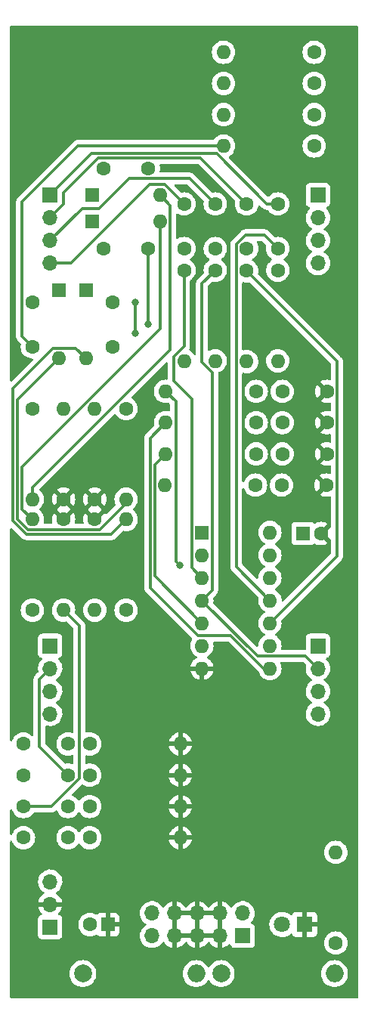
<source format=gbl>
G04 #@! TF.GenerationSoftware,KiCad,Pcbnew,(6.0.1)*
G04 #@! TF.CreationDate,2022-02-10T17:34:38+01:00*
G04 #@! TF.ProjectId,Drumbox,4472756d-626f-4782-9e6b-696361645f70,rev?*
G04 #@! TF.SameCoordinates,Original*
G04 #@! TF.FileFunction,Copper,L2,Bot*
G04 #@! TF.FilePolarity,Positive*
%FSLAX46Y46*%
G04 Gerber Fmt 4.6, Leading zero omitted, Abs format (unit mm)*
G04 Created by KiCad (PCBNEW (6.0.1)) date 2022-02-10 17:34:38*
%MOMM*%
%LPD*%
G01*
G04 APERTURE LIST*
G04 #@! TA.AperFunction,ComponentPad*
%ADD10C,1.600000*%
G04 #@! TD*
G04 #@! TA.AperFunction,ComponentPad*
%ADD11R,1.700000X1.700000*%
G04 #@! TD*
G04 #@! TA.AperFunction,ComponentPad*
%ADD12O,1.700000X1.700000*%
G04 #@! TD*
G04 #@! TA.AperFunction,ComponentPad*
%ADD13O,1.600000X1.600000*%
G04 #@! TD*
G04 #@! TA.AperFunction,ComponentPad*
%ADD14R,1.600000X1.600000*%
G04 #@! TD*
G04 #@! TA.AperFunction,ComponentPad*
%ADD15C,2.000000*%
G04 #@! TD*
G04 #@! TA.AperFunction,ComponentPad*
%ADD16O,2.000000X2.000000*%
G04 #@! TD*
G04 #@! TA.AperFunction,ComponentPad*
%ADD17R,1.800000X1.800000*%
G04 #@! TD*
G04 #@! TA.AperFunction,ComponentPad*
%ADD18C,1.800000*%
G04 #@! TD*
G04 #@! TA.AperFunction,ViaPad*
%ADD19C,0.800000*%
G04 #@! TD*
G04 #@! TA.AperFunction,Conductor*
%ADD20C,0.300000*%
G04 #@! TD*
G04 APERTURE END LIST*
D10*
X46000000Y-56500000D03*
X41000000Y-56500000D03*
D11*
X65000000Y-50500000D03*
D12*
X65000000Y-53040000D03*
X65000000Y-55580000D03*
X65000000Y-58120000D03*
D10*
X64580000Y-41500000D03*
D13*
X54420000Y-41500000D03*
D10*
X40000000Y-86840000D03*
D13*
X40000000Y-97000000D03*
D14*
X41455113Y-132225000D03*
D10*
X39455113Y-132225000D03*
X36500000Y-84580000D03*
D13*
X36500000Y-74420000D03*
D10*
X67000000Y-134305000D03*
D13*
X67000000Y-124145000D03*
D14*
X63344888Y-88425000D03*
D10*
X65344888Y-88425000D03*
X58000000Y-83000000D03*
D13*
X47840000Y-83000000D03*
D15*
X54150000Y-137725000D03*
D16*
X66850000Y-137725000D03*
D10*
X61000000Y-72500000D03*
X66000000Y-72500000D03*
X53500000Y-58920000D03*
D13*
X53500000Y-69080000D03*
D11*
X35000000Y-132500000D03*
D12*
X35000000Y-129960000D03*
X35000000Y-127420000D03*
D14*
X39690000Y-50500000D03*
D13*
X47310000Y-50500000D03*
D10*
X58080000Y-79500000D03*
D13*
X47920000Y-79500000D03*
D10*
X50000000Y-51500000D03*
X50000000Y-56500000D03*
X37000000Y-112000000D03*
X32000000Y-112000000D03*
X64580000Y-38000000D03*
D13*
X54420000Y-38000000D03*
D10*
X50000000Y-58920000D03*
D13*
X50000000Y-69080000D03*
D10*
X43500000Y-74420000D03*
D13*
X43500000Y-84580000D03*
D15*
X38650000Y-137725000D03*
D16*
X51350000Y-137725000D03*
D10*
X60500000Y-51500000D03*
X60500000Y-56500000D03*
D14*
X39000000Y-61190000D03*
D13*
X39000000Y-68810000D03*
D10*
X61000000Y-76000000D03*
X66000000Y-76000000D03*
X60500000Y-58920000D03*
D13*
X60500000Y-69080000D03*
D10*
X58080000Y-72500000D03*
D13*
X47920000Y-72500000D03*
D11*
X35000000Y-101000000D03*
D12*
X35000000Y-103540000D03*
X35000000Y-106080000D03*
X35000000Y-108620000D03*
D10*
X53500000Y-51500000D03*
X53500000Y-56500000D03*
X60920000Y-83000000D03*
X65920000Y-83000000D03*
D11*
X65000000Y-101000000D03*
D12*
X65000000Y-103540000D03*
X65000000Y-106080000D03*
X65000000Y-108620000D03*
D10*
X39420000Y-119000000D03*
D13*
X49580000Y-119000000D03*
D10*
X43500000Y-97000000D03*
D13*
X43500000Y-86840000D03*
D10*
X57000000Y-51500000D03*
X57000000Y-56500000D03*
D11*
X35000000Y-50500000D03*
D12*
X35000000Y-53040000D03*
X35000000Y-55580000D03*
X35000000Y-58120000D03*
D10*
X39420000Y-115500000D03*
D13*
X49580000Y-115500000D03*
D10*
X37000000Y-119000000D03*
X32000000Y-119000000D03*
X58080000Y-76000000D03*
D13*
X47920000Y-76000000D03*
D10*
X57000000Y-59000000D03*
D13*
X57000000Y-69160000D03*
D14*
X36000000Y-61190000D03*
D13*
X36000000Y-68810000D03*
D10*
X33000000Y-67500000D03*
X33000000Y-62500000D03*
X46000000Y-47500000D03*
X41000000Y-47500000D03*
X40000000Y-84580000D03*
D13*
X40000000Y-74420000D03*
D10*
X36500000Y-86840000D03*
D13*
X36500000Y-97000000D03*
D14*
X52000000Y-88300000D03*
D13*
X52000000Y-90840000D03*
X52000000Y-93380000D03*
X52000000Y-95920000D03*
X52000000Y-98460000D03*
X52000000Y-101000000D03*
X52000000Y-103540000D03*
X59620000Y-103540000D03*
X59620000Y-101000000D03*
X59620000Y-98460000D03*
X59620000Y-95920000D03*
X59620000Y-93380000D03*
X59620000Y-90840000D03*
X59620000Y-88300000D03*
D10*
X42000000Y-67500000D03*
X42000000Y-62500000D03*
X64580000Y-45000000D03*
D13*
X54420000Y-45000000D03*
D10*
X33000000Y-97000000D03*
D13*
X33000000Y-86840000D03*
D10*
X37000000Y-115500000D03*
X32000000Y-115500000D03*
X61000000Y-79500000D03*
X66000000Y-79500000D03*
X39420000Y-122500000D03*
D13*
X49580000Y-122500000D03*
D10*
X39420000Y-112000000D03*
D13*
X49580000Y-112000000D03*
D10*
X37000000Y-122500000D03*
X32000000Y-122500000D03*
X64580000Y-34500000D03*
D13*
X54420000Y-34500000D03*
D14*
X39690000Y-53500000D03*
D13*
X47310000Y-53500000D03*
D10*
X33000000Y-74420000D03*
D13*
X33000000Y-84580000D03*
D17*
X63500000Y-132225000D03*
D18*
X60960000Y-132225000D03*
D11*
X56575000Y-133500000D03*
D12*
X56575000Y-130960000D03*
X54035000Y-133500000D03*
X54035000Y-130960000D03*
X51495000Y-133500000D03*
X51495000Y-130960000D03*
X48955000Y-133500000D03*
X48955000Y-130960000D03*
X46415000Y-133500000D03*
X46415000Y-130960000D03*
D19*
X46000000Y-65000000D03*
X44500000Y-62500000D03*
X49500000Y-92000000D03*
X44529977Y-66029977D03*
D20*
X38100978Y-45000000D02*
X31850489Y-51250489D01*
X54420000Y-45000000D02*
X38100978Y-45000000D01*
X31850489Y-51250489D02*
X31850489Y-66350489D01*
X31850489Y-66350489D02*
X33000000Y-67500000D01*
X50850489Y-92230489D02*
X52000000Y-93380000D01*
X50000000Y-67454345D02*
X48850489Y-68603856D01*
X48850489Y-71350489D02*
X50850489Y-73350489D01*
X50000000Y-58920000D02*
X50000000Y-67454345D01*
X50850489Y-73350489D02*
X50850489Y-92230489D01*
X48850489Y-68603856D02*
X48850489Y-71350489D01*
X46690489Y-80729511D02*
X46690489Y-93150489D01*
X47920000Y-79500000D02*
X46690489Y-80729511D01*
X46690489Y-93150489D02*
X52000000Y-98460000D01*
X53500000Y-51500000D02*
X50649511Y-48649511D01*
X40500000Y-52000000D02*
X38580000Y-52000000D01*
X38580000Y-52000000D02*
X35000000Y-55580000D01*
X43850489Y-48649511D02*
X40500000Y-52000000D01*
X50649511Y-48649511D02*
X43850489Y-48649511D01*
X52000000Y-60420000D02*
X53500000Y-58920000D01*
X63609511Y-102149511D02*
X58229511Y-102149511D01*
X53149511Y-70355166D02*
X52000000Y-69205655D01*
X53149511Y-94770489D02*
X53149511Y-70355166D01*
X52000000Y-95920000D02*
X53149511Y-94770489D01*
X58229511Y-102149511D02*
X52000000Y-95920000D01*
X65000000Y-103540000D02*
X63609511Y-102149511D01*
X52000000Y-69205655D02*
X52000000Y-60420000D01*
X58913572Y-103540000D02*
X59620000Y-103540000D01*
X51523856Y-99850489D02*
X55224061Y-99850489D01*
X47920000Y-76000000D02*
X46190970Y-77729030D01*
X46000000Y-65000000D02*
X46000000Y-56500000D01*
X46190970Y-94517603D02*
X51523856Y-99850489D01*
X46190970Y-77729030D02*
X46190970Y-94517603D01*
X55224061Y-99850489D02*
X58913572Y-103540000D01*
X36500000Y-51540000D02*
X35000000Y-53040000D01*
X36500000Y-50199511D02*
X36500000Y-51540000D01*
X51850489Y-46350489D02*
X40349022Y-46350489D01*
X40349022Y-46350489D02*
X36500000Y-50199511D01*
X57000000Y-51500000D02*
X51850489Y-46350489D01*
X59620000Y-98460000D02*
X67149511Y-90930489D01*
X67149511Y-69149511D02*
X57000000Y-59000000D01*
X67149511Y-90930489D02*
X67149511Y-69149511D01*
X47920000Y-72500000D02*
X49069511Y-73649511D01*
X49069511Y-73649511D02*
X49069511Y-90069511D01*
X49069511Y-90069511D02*
X49069511Y-91569511D01*
X44529977Y-66029977D02*
X44529977Y-62529977D01*
X44529977Y-62529977D02*
X44500000Y-62500000D01*
X49069511Y-91569511D02*
X49500000Y-92000000D01*
X53645314Y-45850969D02*
X59294345Y-51500000D01*
X39649031Y-45850969D02*
X53645314Y-45850969D01*
X35000000Y-50500000D02*
X39649031Y-45850969D01*
X59294345Y-51500000D02*
X60500000Y-51500000D01*
X56874345Y-55000000D02*
X59000000Y-55000000D01*
X59000000Y-55000000D02*
X60500000Y-56500000D01*
X55850489Y-56023856D02*
X56874345Y-55000000D01*
X55850489Y-92150489D02*
X55850489Y-56023856D01*
X59620000Y-95920000D02*
X55850489Y-92150489D01*
X35000000Y-103540000D02*
X33800489Y-104739511D01*
X33800489Y-112300489D02*
X37000000Y-115500000D01*
X33800489Y-104739511D02*
X33800489Y-112300489D01*
X32000000Y-119000000D02*
X35125655Y-119000000D01*
X35125655Y-119000000D02*
X38270489Y-115855166D01*
X38270489Y-98770489D02*
X36500000Y-97000000D01*
X38270489Y-115855166D02*
X38270489Y-98770489D01*
X31350969Y-86816624D02*
X32523856Y-87989511D01*
X40510489Y-87989511D02*
X43500000Y-85000000D01*
X43500000Y-85000000D02*
X43500000Y-84580000D01*
X36000000Y-68810000D02*
X31350969Y-73459031D01*
X32523856Y-87989511D02*
X40510489Y-87989511D01*
X31350969Y-73459031D02*
X31350969Y-86816624D01*
X41850969Y-88489031D02*
X32316947Y-88489030D01*
X37850489Y-67660489D02*
X39000000Y-68810000D01*
X30851449Y-72148551D02*
X35339511Y-67660489D01*
X35339511Y-67660489D02*
X37850489Y-67660489D01*
X43500000Y-86840000D02*
X41850969Y-88489031D01*
X32316947Y-88489030D02*
X30851449Y-87023532D01*
X30851449Y-87023532D02*
X30851449Y-72148551D01*
X47310000Y-53500000D02*
X47310000Y-65484345D01*
X31850489Y-85690489D02*
X33000000Y-86840000D01*
X47310000Y-65484345D02*
X31850489Y-80943856D01*
X31850489Y-80943856D02*
X31850489Y-85690489D01*
X48459511Y-67834834D02*
X48459511Y-51649511D01*
X33000000Y-84580000D02*
X33000000Y-83294345D01*
X33000000Y-83294345D02*
X48459511Y-67834834D01*
X48459511Y-51649511D02*
X47310000Y-50500000D01*
X50000000Y-51500000D02*
X47850489Y-49350489D01*
X47850489Y-49350489D02*
X46138533Y-49350489D01*
X37369022Y-58120000D02*
X35000000Y-58120000D01*
X46138533Y-49350489D02*
X37369022Y-58120000D01*
G04 #@! TA.AperFunction,Conductor*
G36*
X69434120Y-31528002D02*
G01*
X69480613Y-31581658D01*
X69491999Y-31634000D01*
X69492000Y-140366000D01*
X69471998Y-140434121D01*
X69418342Y-140480614D01*
X69366000Y-140492000D01*
X30634000Y-140492000D01*
X30565879Y-140471998D01*
X30519386Y-140418342D01*
X30508000Y-140366000D01*
X30508000Y-137725000D01*
X37136835Y-137725000D01*
X37155465Y-137961711D01*
X37210895Y-138192594D01*
X37301760Y-138411963D01*
X37304346Y-138416183D01*
X37423241Y-138610202D01*
X37423245Y-138610208D01*
X37425824Y-138614416D01*
X37580031Y-138794969D01*
X37760584Y-138949176D01*
X37764792Y-138951755D01*
X37764798Y-138951759D01*
X37958817Y-139070654D01*
X37963037Y-139073240D01*
X37967607Y-139075133D01*
X37967611Y-139075135D01*
X38177833Y-139162211D01*
X38182406Y-139164105D01*
X38262609Y-139183360D01*
X38408476Y-139218380D01*
X38408482Y-139218381D01*
X38413289Y-139219535D01*
X38650000Y-139238165D01*
X38886711Y-139219535D01*
X38891518Y-139218381D01*
X38891524Y-139218380D01*
X39037391Y-139183360D01*
X39117594Y-139164105D01*
X39122167Y-139162211D01*
X39332389Y-139075135D01*
X39332393Y-139075133D01*
X39336963Y-139073240D01*
X39341183Y-139070654D01*
X39535202Y-138951759D01*
X39535208Y-138951755D01*
X39539416Y-138949176D01*
X39719969Y-138794969D01*
X39874176Y-138614416D01*
X39876755Y-138610208D01*
X39876759Y-138610202D01*
X39995654Y-138416183D01*
X39998240Y-138411963D01*
X40089105Y-138192594D01*
X40144535Y-137961711D01*
X40163165Y-137725000D01*
X49836835Y-137725000D01*
X49855465Y-137961711D01*
X49910895Y-138192594D01*
X50001760Y-138411963D01*
X50004346Y-138416183D01*
X50123241Y-138610202D01*
X50123245Y-138610208D01*
X50125824Y-138614416D01*
X50280031Y-138794969D01*
X50460584Y-138949176D01*
X50464792Y-138951755D01*
X50464798Y-138951759D01*
X50658817Y-139070654D01*
X50663037Y-139073240D01*
X50667607Y-139075133D01*
X50667611Y-139075135D01*
X50877833Y-139162211D01*
X50882406Y-139164105D01*
X50962609Y-139183360D01*
X51108476Y-139218380D01*
X51108482Y-139218381D01*
X51113289Y-139219535D01*
X51350000Y-139238165D01*
X51586711Y-139219535D01*
X51591518Y-139218381D01*
X51591524Y-139218380D01*
X51737391Y-139183360D01*
X51817594Y-139164105D01*
X51822167Y-139162211D01*
X52032389Y-139075135D01*
X52032393Y-139075133D01*
X52036963Y-139073240D01*
X52041183Y-139070654D01*
X52235202Y-138951759D01*
X52235208Y-138951755D01*
X52239416Y-138949176D01*
X52419969Y-138794969D01*
X52574176Y-138614416D01*
X52576758Y-138610202D01*
X52576765Y-138610193D01*
X52642568Y-138502813D01*
X52695215Y-138455182D01*
X52765257Y-138443575D01*
X52830454Y-138471678D01*
X52857432Y-138502813D01*
X52923235Y-138610193D01*
X52923242Y-138610202D01*
X52925824Y-138614416D01*
X53080031Y-138794969D01*
X53260584Y-138949176D01*
X53264792Y-138951755D01*
X53264798Y-138951759D01*
X53458817Y-139070654D01*
X53463037Y-139073240D01*
X53467607Y-139075133D01*
X53467611Y-139075135D01*
X53677833Y-139162211D01*
X53682406Y-139164105D01*
X53762609Y-139183360D01*
X53908476Y-139218380D01*
X53908482Y-139218381D01*
X53913289Y-139219535D01*
X54150000Y-139238165D01*
X54386711Y-139219535D01*
X54391518Y-139218381D01*
X54391524Y-139218380D01*
X54537391Y-139183360D01*
X54617594Y-139164105D01*
X54622167Y-139162211D01*
X54832389Y-139075135D01*
X54832393Y-139075133D01*
X54836963Y-139073240D01*
X54841183Y-139070654D01*
X55035202Y-138951759D01*
X55035208Y-138951755D01*
X55039416Y-138949176D01*
X55219969Y-138794969D01*
X55374176Y-138614416D01*
X55376755Y-138610208D01*
X55376759Y-138610202D01*
X55495654Y-138416183D01*
X55498240Y-138411963D01*
X55589105Y-138192594D01*
X55644535Y-137961711D01*
X55663165Y-137725000D01*
X65336835Y-137725000D01*
X65355465Y-137961711D01*
X65410895Y-138192594D01*
X65501760Y-138411963D01*
X65504346Y-138416183D01*
X65623241Y-138610202D01*
X65623245Y-138610208D01*
X65625824Y-138614416D01*
X65780031Y-138794969D01*
X65960584Y-138949176D01*
X65964792Y-138951755D01*
X65964798Y-138951759D01*
X66158817Y-139070654D01*
X66163037Y-139073240D01*
X66167607Y-139075133D01*
X66167611Y-139075135D01*
X66377833Y-139162211D01*
X66382406Y-139164105D01*
X66462609Y-139183360D01*
X66608476Y-139218380D01*
X66608482Y-139218381D01*
X66613289Y-139219535D01*
X66850000Y-139238165D01*
X67086711Y-139219535D01*
X67091518Y-139218381D01*
X67091524Y-139218380D01*
X67237391Y-139183360D01*
X67317594Y-139164105D01*
X67322167Y-139162211D01*
X67532389Y-139075135D01*
X67532393Y-139075133D01*
X67536963Y-139073240D01*
X67541183Y-139070654D01*
X67735202Y-138951759D01*
X67735208Y-138951755D01*
X67739416Y-138949176D01*
X67919969Y-138794969D01*
X68074176Y-138614416D01*
X68076755Y-138610208D01*
X68076759Y-138610202D01*
X68195654Y-138416183D01*
X68198240Y-138411963D01*
X68289105Y-138192594D01*
X68344535Y-137961711D01*
X68363165Y-137725000D01*
X68344535Y-137488289D01*
X68289105Y-137257406D01*
X68198240Y-137038037D01*
X68171755Y-136994818D01*
X68076759Y-136839798D01*
X68076755Y-136839792D01*
X68074176Y-136835584D01*
X67919969Y-136655031D01*
X67739416Y-136500824D01*
X67735208Y-136498245D01*
X67735202Y-136498241D01*
X67541183Y-136379346D01*
X67536963Y-136376760D01*
X67532393Y-136374867D01*
X67532389Y-136374865D01*
X67322167Y-136287789D01*
X67322165Y-136287788D01*
X67317594Y-136285895D01*
X67237391Y-136266640D01*
X67091524Y-136231620D01*
X67091518Y-136231619D01*
X67086711Y-136230465D01*
X66850000Y-136211835D01*
X66613289Y-136230465D01*
X66608482Y-136231619D01*
X66608476Y-136231620D01*
X66462609Y-136266640D01*
X66382406Y-136285895D01*
X66377835Y-136287788D01*
X66377833Y-136287789D01*
X66167611Y-136374865D01*
X66167607Y-136374867D01*
X66163037Y-136376760D01*
X66158817Y-136379346D01*
X65964798Y-136498241D01*
X65964792Y-136498245D01*
X65960584Y-136500824D01*
X65780031Y-136655031D01*
X65625824Y-136835584D01*
X65623245Y-136839792D01*
X65623241Y-136839798D01*
X65528245Y-136994818D01*
X65501760Y-137038037D01*
X65410895Y-137257406D01*
X65355465Y-137488289D01*
X65336835Y-137725000D01*
X55663165Y-137725000D01*
X55644535Y-137488289D01*
X55589105Y-137257406D01*
X55498240Y-137038037D01*
X55471755Y-136994818D01*
X55376759Y-136839798D01*
X55376755Y-136839792D01*
X55374176Y-136835584D01*
X55219969Y-136655031D01*
X55039416Y-136500824D01*
X55035208Y-136498245D01*
X55035202Y-136498241D01*
X54841183Y-136379346D01*
X54836963Y-136376760D01*
X54832393Y-136374867D01*
X54832389Y-136374865D01*
X54622167Y-136287789D01*
X54622165Y-136287788D01*
X54617594Y-136285895D01*
X54537391Y-136266640D01*
X54391524Y-136231620D01*
X54391518Y-136231619D01*
X54386711Y-136230465D01*
X54150000Y-136211835D01*
X53913289Y-136230465D01*
X53908482Y-136231619D01*
X53908476Y-136231620D01*
X53762609Y-136266640D01*
X53682406Y-136285895D01*
X53677835Y-136287788D01*
X53677833Y-136287789D01*
X53467611Y-136374865D01*
X53467607Y-136374867D01*
X53463037Y-136376760D01*
X53458817Y-136379346D01*
X53264798Y-136498241D01*
X53264792Y-136498245D01*
X53260584Y-136500824D01*
X53080031Y-136655031D01*
X52925824Y-136835584D01*
X52923242Y-136839797D01*
X52923235Y-136839807D01*
X52857432Y-136947187D01*
X52804785Y-136994818D01*
X52734743Y-137006425D01*
X52669546Y-136978322D01*
X52642568Y-136947187D01*
X52576765Y-136839807D01*
X52576758Y-136839797D01*
X52574176Y-136835584D01*
X52419969Y-136655031D01*
X52239416Y-136500824D01*
X52235208Y-136498245D01*
X52235202Y-136498241D01*
X52041183Y-136379346D01*
X52036963Y-136376760D01*
X52032393Y-136374867D01*
X52032389Y-136374865D01*
X51822167Y-136287789D01*
X51822165Y-136287788D01*
X51817594Y-136285895D01*
X51737391Y-136266640D01*
X51591524Y-136231620D01*
X51591518Y-136231619D01*
X51586711Y-136230465D01*
X51350000Y-136211835D01*
X51113289Y-136230465D01*
X51108482Y-136231619D01*
X51108476Y-136231620D01*
X50962609Y-136266640D01*
X50882406Y-136285895D01*
X50877835Y-136287788D01*
X50877833Y-136287789D01*
X50667611Y-136374865D01*
X50667607Y-136374867D01*
X50663037Y-136376760D01*
X50658817Y-136379346D01*
X50464798Y-136498241D01*
X50464792Y-136498245D01*
X50460584Y-136500824D01*
X50280031Y-136655031D01*
X50125824Y-136835584D01*
X50123245Y-136839792D01*
X50123241Y-136839798D01*
X50028245Y-136994818D01*
X50001760Y-137038037D01*
X49910895Y-137257406D01*
X49855465Y-137488289D01*
X49836835Y-137725000D01*
X40163165Y-137725000D01*
X40144535Y-137488289D01*
X40089105Y-137257406D01*
X39998240Y-137038037D01*
X39971755Y-136994818D01*
X39876759Y-136839798D01*
X39876755Y-136839792D01*
X39874176Y-136835584D01*
X39719969Y-136655031D01*
X39539416Y-136500824D01*
X39535208Y-136498245D01*
X39535202Y-136498241D01*
X39341183Y-136379346D01*
X39336963Y-136376760D01*
X39332393Y-136374867D01*
X39332389Y-136374865D01*
X39122167Y-136287789D01*
X39122165Y-136287788D01*
X39117594Y-136285895D01*
X39037391Y-136266640D01*
X38891524Y-136231620D01*
X38891518Y-136231619D01*
X38886711Y-136230465D01*
X38650000Y-136211835D01*
X38413289Y-136230465D01*
X38408482Y-136231619D01*
X38408476Y-136231620D01*
X38262609Y-136266640D01*
X38182406Y-136285895D01*
X38177835Y-136287788D01*
X38177833Y-136287789D01*
X37967611Y-136374865D01*
X37967607Y-136374867D01*
X37963037Y-136376760D01*
X37958817Y-136379346D01*
X37764798Y-136498241D01*
X37764792Y-136498245D01*
X37760584Y-136500824D01*
X37580031Y-136655031D01*
X37425824Y-136835584D01*
X37423245Y-136839792D01*
X37423241Y-136839798D01*
X37328245Y-136994818D01*
X37301760Y-137038037D01*
X37210895Y-137257406D01*
X37155465Y-137488289D01*
X37136835Y-137725000D01*
X30508000Y-137725000D01*
X30508000Y-133398134D01*
X33641500Y-133398134D01*
X33648255Y-133460316D01*
X33699385Y-133596705D01*
X33786739Y-133713261D01*
X33903295Y-133800615D01*
X34039684Y-133851745D01*
X34101866Y-133858500D01*
X35898134Y-133858500D01*
X35960316Y-133851745D01*
X36096705Y-133800615D01*
X36213261Y-133713261D01*
X36300615Y-133596705D01*
X36351745Y-133460316D01*
X36358500Y-133398134D01*
X36358500Y-132225000D01*
X38141615Y-132225000D01*
X38161570Y-132453087D01*
X38162994Y-132458400D01*
X38162994Y-132458402D01*
X38214984Y-132652428D01*
X38220829Y-132674243D01*
X38223152Y-132679224D01*
X38223152Y-132679225D01*
X38315264Y-132876762D01*
X38315267Y-132876767D01*
X38317590Y-132881749D01*
X38320747Y-132886257D01*
X38442895Y-133060702D01*
X38448915Y-133069300D01*
X38610813Y-133231198D01*
X38615321Y-133234355D01*
X38615324Y-133234357D01*
X38650802Y-133259199D01*
X38798364Y-133362523D01*
X38803346Y-133364846D01*
X38803351Y-133364849D01*
X39000549Y-133456803D01*
X39005870Y-133459284D01*
X39011178Y-133460706D01*
X39011180Y-133460707D01*
X39221711Y-133517119D01*
X39221713Y-133517119D01*
X39227026Y-133518543D01*
X39455113Y-133538498D01*
X39683200Y-133518543D01*
X39688513Y-133517119D01*
X39688515Y-133517119D01*
X39899046Y-133460707D01*
X39899048Y-133460706D01*
X39904356Y-133459284D01*
X39909677Y-133456803D01*
X40106875Y-133364849D01*
X40106880Y-133364846D01*
X40111862Y-133362523D01*
X40116375Y-133359363D01*
X40117737Y-133358410D01*
X40118433Y-133358175D01*
X40121132Y-133356617D01*
X40121445Y-133357160D01*
X40185013Y-133335726D01*
X40253872Y-133353015D01*
X40279194Y-133375656D01*
X40280477Y-133374373D01*
X40299389Y-133393285D01*
X40401464Y-133469786D01*
X40417059Y-133478324D01*
X40537507Y-133523478D01*
X40552762Y-133527105D01*
X40603627Y-133532631D01*
X40610441Y-133533000D01*
X41182998Y-133533000D01*
X41198237Y-133528525D01*
X41199442Y-133527135D01*
X41201113Y-133519452D01*
X41201113Y-133514884D01*
X41709113Y-133514884D01*
X41713588Y-133530123D01*
X41714978Y-133531328D01*
X41722661Y-133532999D01*
X42299782Y-133532999D01*
X42306603Y-133532629D01*
X42357465Y-133527105D01*
X42372717Y-133523479D01*
X42493167Y-133478324D01*
X42508762Y-133469786D01*
X42512886Y-133466695D01*
X45052251Y-133466695D01*
X45052548Y-133471848D01*
X45052548Y-133471851D01*
X45061819Y-133632631D01*
X45065110Y-133689715D01*
X45066247Y-133694761D01*
X45066248Y-133694767D01*
X45080606Y-133758475D01*
X45114222Y-133907639D01*
X45152461Y-134001811D01*
X45182957Y-134076913D01*
X45198266Y-134114616D01*
X45225686Y-134159362D01*
X45312104Y-134300383D01*
X45314987Y-134305088D01*
X45461250Y-134473938D01*
X45633126Y-134616632D01*
X45826000Y-134729338D01*
X45830825Y-134731180D01*
X45830826Y-134731181D01*
X45903612Y-134758975D01*
X46034692Y-134809030D01*
X46039760Y-134810061D01*
X46039763Y-134810062D01*
X46134862Y-134829410D01*
X46253597Y-134853567D01*
X46258772Y-134853757D01*
X46258774Y-134853757D01*
X46471673Y-134861564D01*
X46471677Y-134861564D01*
X46476837Y-134861753D01*
X46481957Y-134861097D01*
X46481959Y-134861097D01*
X46693288Y-134834025D01*
X46693289Y-134834025D01*
X46698416Y-134833368D01*
X46703366Y-134831883D01*
X46907429Y-134770661D01*
X46907434Y-134770659D01*
X46912384Y-134769174D01*
X47112994Y-134670896D01*
X47294860Y-134541173D01*
X47302975Y-134533087D01*
X47438400Y-134398134D01*
X47453096Y-134383489D01*
X47512594Y-134300689D01*
X47583453Y-134202077D01*
X47584640Y-134202930D01*
X47631960Y-134159362D01*
X47701897Y-134147145D01*
X47767338Y-134174678D01*
X47795166Y-134206511D01*
X47852694Y-134300388D01*
X47858777Y-134308699D01*
X47998213Y-134469667D01*
X48005580Y-134476883D01*
X48169434Y-134612916D01*
X48177881Y-134618831D01*
X48361756Y-134726279D01*
X48371042Y-134730729D01*
X48570001Y-134806703D01*
X48579899Y-134809579D01*
X48683250Y-134830606D01*
X48697299Y-134829410D01*
X48701000Y-134819065D01*
X48701000Y-134818517D01*
X49209000Y-134818517D01*
X49213064Y-134832359D01*
X49226478Y-134834393D01*
X49233184Y-134833534D01*
X49243262Y-134831392D01*
X49447255Y-134770191D01*
X49456842Y-134766433D01*
X49648095Y-134672739D01*
X49656945Y-134667464D01*
X49830328Y-134543792D01*
X49838200Y-134537139D01*
X49989052Y-134386812D01*
X49995730Y-134378965D01*
X50123022Y-134201819D01*
X50124147Y-134202627D01*
X50171669Y-134158876D01*
X50241607Y-134146661D01*
X50307046Y-134174197D01*
X50334870Y-134206028D01*
X50392690Y-134300383D01*
X50398777Y-134308699D01*
X50538213Y-134469667D01*
X50545580Y-134476883D01*
X50709434Y-134612916D01*
X50717881Y-134618831D01*
X50901756Y-134726279D01*
X50911042Y-134730729D01*
X51110001Y-134806703D01*
X51119899Y-134809579D01*
X51223250Y-134830606D01*
X51237299Y-134829410D01*
X51241000Y-134819065D01*
X51241000Y-134818517D01*
X51749000Y-134818517D01*
X51753064Y-134832359D01*
X51766478Y-134834393D01*
X51773184Y-134833534D01*
X51783262Y-134831392D01*
X51987255Y-134770191D01*
X51996842Y-134766433D01*
X52188095Y-134672739D01*
X52196945Y-134667464D01*
X52370328Y-134543792D01*
X52378200Y-134537139D01*
X52529052Y-134386812D01*
X52535730Y-134378965D01*
X52663022Y-134201819D01*
X52664147Y-134202627D01*
X52711669Y-134158876D01*
X52781607Y-134146661D01*
X52847046Y-134174197D01*
X52874870Y-134206028D01*
X52932690Y-134300383D01*
X52938777Y-134308699D01*
X53078213Y-134469667D01*
X53085580Y-134476883D01*
X53249434Y-134612916D01*
X53257881Y-134618831D01*
X53441756Y-134726279D01*
X53451042Y-134730729D01*
X53650001Y-134806703D01*
X53659899Y-134809579D01*
X53763250Y-134830606D01*
X53777299Y-134829410D01*
X53781000Y-134819065D01*
X53781000Y-134818517D01*
X54289000Y-134818517D01*
X54293064Y-134832359D01*
X54306478Y-134834393D01*
X54313184Y-134833534D01*
X54323262Y-134831392D01*
X54527255Y-134770191D01*
X54536842Y-134766433D01*
X54728095Y-134672739D01*
X54736945Y-134667464D01*
X54910328Y-134543792D01*
X54918193Y-134537145D01*
X55022897Y-134432805D01*
X55085268Y-134398889D01*
X55156075Y-134404077D01*
X55212837Y-134446723D01*
X55229819Y-134477826D01*
X55274385Y-134596705D01*
X55361739Y-134713261D01*
X55478295Y-134800615D01*
X55614684Y-134851745D01*
X55676866Y-134858500D01*
X57473134Y-134858500D01*
X57535316Y-134851745D01*
X57671705Y-134800615D01*
X57788261Y-134713261D01*
X57875615Y-134596705D01*
X57926745Y-134460316D01*
X57933500Y-134398134D01*
X57933500Y-134305000D01*
X65686502Y-134305000D01*
X65706457Y-134533087D01*
X65707881Y-134538400D01*
X65707881Y-134538402D01*
X65759537Y-134731181D01*
X65765716Y-134754243D01*
X65768039Y-134759224D01*
X65768039Y-134759225D01*
X65860151Y-134956762D01*
X65860154Y-134956767D01*
X65862477Y-134961749D01*
X65993802Y-135149300D01*
X66155700Y-135311198D01*
X66160208Y-135314355D01*
X66160211Y-135314357D01*
X66238389Y-135369098D01*
X66343251Y-135442523D01*
X66348233Y-135444846D01*
X66348238Y-135444849D01*
X66545775Y-135536961D01*
X66550757Y-135539284D01*
X66556065Y-135540706D01*
X66556067Y-135540707D01*
X66766598Y-135597119D01*
X66766600Y-135597119D01*
X66771913Y-135598543D01*
X67000000Y-135618498D01*
X67228087Y-135598543D01*
X67233400Y-135597119D01*
X67233402Y-135597119D01*
X67443933Y-135540707D01*
X67443935Y-135540706D01*
X67449243Y-135539284D01*
X67454225Y-135536961D01*
X67651762Y-135444849D01*
X67651767Y-135444846D01*
X67656749Y-135442523D01*
X67761611Y-135369098D01*
X67839789Y-135314357D01*
X67839792Y-135314355D01*
X67844300Y-135311198D01*
X68006198Y-135149300D01*
X68137523Y-134961749D01*
X68139846Y-134956767D01*
X68139849Y-134956762D01*
X68231961Y-134759225D01*
X68231961Y-134759224D01*
X68234284Y-134754243D01*
X68240464Y-134731181D01*
X68292119Y-134538402D01*
X68292119Y-134538400D01*
X68293543Y-134533087D01*
X68313498Y-134305000D01*
X68293543Y-134076913D01*
X68292119Y-134071598D01*
X68235707Y-133861067D01*
X68235706Y-133861065D01*
X68234284Y-133855757D01*
X68202721Y-133788069D01*
X68139849Y-133653238D01*
X68139846Y-133653233D01*
X68137523Y-133648251D01*
X68052695Y-133527105D01*
X68009357Y-133465211D01*
X68009355Y-133465208D01*
X68006198Y-133460700D01*
X67844300Y-133298802D01*
X67839792Y-133295645D01*
X67839789Y-133295643D01*
X67669615Y-133176486D01*
X67656749Y-133167477D01*
X67651767Y-133165154D01*
X67651762Y-133165151D01*
X67454225Y-133073039D01*
X67454224Y-133073039D01*
X67449243Y-133070716D01*
X67443935Y-133069294D01*
X67443933Y-133069293D01*
X67233402Y-133012881D01*
X67233400Y-133012881D01*
X67228087Y-133011457D01*
X67000000Y-132991502D01*
X66771913Y-133011457D01*
X66766600Y-133012881D01*
X66766598Y-133012881D01*
X66556067Y-133069293D01*
X66556065Y-133069294D01*
X66550757Y-133070716D01*
X66545776Y-133073039D01*
X66545775Y-133073039D01*
X66348238Y-133165151D01*
X66348233Y-133165154D01*
X66343251Y-133167477D01*
X66330385Y-133176486D01*
X66160211Y-133295643D01*
X66160208Y-133295645D01*
X66155700Y-133298802D01*
X65993802Y-133460700D01*
X65990645Y-133465208D01*
X65990643Y-133465211D01*
X65947305Y-133527105D01*
X65862477Y-133648251D01*
X65860154Y-133653233D01*
X65860151Y-133653238D01*
X65797279Y-133788069D01*
X65765716Y-133855757D01*
X65764294Y-133861065D01*
X65764293Y-133861067D01*
X65707881Y-134071598D01*
X65706457Y-134076913D01*
X65686502Y-134305000D01*
X57933500Y-134305000D01*
X57933500Y-132601866D01*
X57926745Y-132539684D01*
X57875615Y-132403295D01*
X57788261Y-132286739D01*
X57671705Y-132199385D01*
X57647922Y-132190469D01*
X59547095Y-132190469D01*
X59547392Y-132195622D01*
X59547392Y-132195625D01*
X59553067Y-132294041D01*
X59560427Y-132421697D01*
X59561564Y-132426743D01*
X59561565Y-132426749D01*
X59588787Y-132547540D01*
X59611346Y-132647642D01*
X59613288Y-132652424D01*
X59613289Y-132652428D01*
X59695015Y-132853695D01*
X59698484Y-132862237D01*
X59819501Y-133059719D01*
X59971147Y-133234784D01*
X60149349Y-133382730D01*
X60349322Y-133499584D01*
X60565694Y-133582209D01*
X60570760Y-133583240D01*
X60570761Y-133583240D01*
X60595617Y-133588297D01*
X60792656Y-133628385D01*
X60923324Y-133633176D01*
X61018949Y-133636683D01*
X61018953Y-133636683D01*
X61024113Y-133636872D01*
X61029233Y-133636216D01*
X61029235Y-133636216D01*
X61128668Y-133623478D01*
X61253847Y-133607442D01*
X61258795Y-133605957D01*
X61258802Y-133605956D01*
X61470747Y-133542369D01*
X61475690Y-133540886D01*
X61480565Y-133538498D01*
X61679049Y-133441262D01*
X61679052Y-133441260D01*
X61683684Y-133438991D01*
X61872243Y-133304494D01*
X61875898Y-133300852D01*
X61875906Y-133300845D01*
X61917697Y-133259199D01*
X61980068Y-133225282D01*
X62050875Y-133230470D01*
X62107637Y-133273116D01*
X62124619Y-133304218D01*
X62146677Y-133363056D01*
X62155214Y-133378649D01*
X62231715Y-133480724D01*
X62244276Y-133493285D01*
X62346351Y-133569786D01*
X62361946Y-133578324D01*
X62482394Y-133623478D01*
X62497649Y-133627105D01*
X62548514Y-133632631D01*
X62555328Y-133633000D01*
X63227885Y-133633000D01*
X63243124Y-133628525D01*
X63244329Y-133627135D01*
X63246000Y-133619452D01*
X63246000Y-133614884D01*
X63754000Y-133614884D01*
X63758475Y-133630123D01*
X63759865Y-133631328D01*
X63767548Y-133632999D01*
X64444669Y-133632999D01*
X64451490Y-133632629D01*
X64502352Y-133627105D01*
X64517604Y-133623479D01*
X64638054Y-133578324D01*
X64653649Y-133569786D01*
X64755724Y-133493285D01*
X64768285Y-133480724D01*
X64844786Y-133378649D01*
X64853324Y-133363054D01*
X64898478Y-133242606D01*
X64902105Y-133227351D01*
X64907631Y-133176486D01*
X64908000Y-133169672D01*
X64908000Y-132497115D01*
X64903525Y-132481876D01*
X64902135Y-132480671D01*
X64894452Y-132479000D01*
X63772115Y-132479000D01*
X63756876Y-132483475D01*
X63755671Y-132484865D01*
X63754000Y-132492548D01*
X63754000Y-133614884D01*
X63246000Y-133614884D01*
X63246000Y-131952885D01*
X63754000Y-131952885D01*
X63758475Y-131968124D01*
X63759865Y-131969329D01*
X63767548Y-131971000D01*
X64889884Y-131971000D01*
X64905123Y-131966525D01*
X64906328Y-131965135D01*
X64907999Y-131957452D01*
X64907999Y-131280331D01*
X64907629Y-131273510D01*
X64902105Y-131222648D01*
X64898479Y-131207396D01*
X64853324Y-131086946D01*
X64844786Y-131071351D01*
X64768285Y-130969276D01*
X64755724Y-130956715D01*
X64653649Y-130880214D01*
X64638054Y-130871676D01*
X64517606Y-130826522D01*
X64502351Y-130822895D01*
X64451486Y-130817369D01*
X64444672Y-130817000D01*
X63772115Y-130817000D01*
X63756876Y-130821475D01*
X63755671Y-130822865D01*
X63754000Y-130830548D01*
X63754000Y-131952885D01*
X63246000Y-131952885D01*
X63246000Y-130835116D01*
X63241525Y-130819877D01*
X63240135Y-130818672D01*
X63232452Y-130817001D01*
X62555331Y-130817001D01*
X62548510Y-130817371D01*
X62497648Y-130822895D01*
X62482396Y-130826521D01*
X62361946Y-130871676D01*
X62346351Y-130880214D01*
X62244276Y-130956715D01*
X62231715Y-130969276D01*
X62155214Y-131071351D01*
X62146675Y-131086948D01*
X62125934Y-131142275D01*
X62083293Y-131199040D01*
X62016731Y-131223740D01*
X61947383Y-131208533D01*
X61924388Y-131191909D01*
X61923887Y-131191358D01*
X61847957Y-131131392D01*
X61746177Y-131051011D01*
X61746172Y-131051008D01*
X61742123Y-131047810D01*
X61737607Y-131045317D01*
X61737604Y-131045315D01*
X61543879Y-130938373D01*
X61543875Y-130938371D01*
X61539355Y-130935876D01*
X61534486Y-130934152D01*
X61534482Y-130934150D01*
X61325903Y-130860288D01*
X61325899Y-130860287D01*
X61321028Y-130858562D01*
X61315935Y-130857655D01*
X61315932Y-130857654D01*
X61098095Y-130818851D01*
X61098089Y-130818850D01*
X61093006Y-130817945D01*
X61015644Y-130817000D01*
X60866581Y-130815179D01*
X60866579Y-130815179D01*
X60861411Y-130815116D01*
X60632464Y-130850150D01*
X60412314Y-130922106D01*
X60407726Y-130924494D01*
X60407722Y-130924496D01*
X60218037Y-131023240D01*
X60206872Y-131029052D01*
X60202739Y-131032155D01*
X60202736Y-131032157D01*
X60037913Y-131155910D01*
X60021655Y-131168117D01*
X59861639Y-131335564D01*
X59731119Y-131526899D01*
X59633602Y-131736981D01*
X59571707Y-131960169D01*
X59547095Y-132190469D01*
X57647922Y-132190469D01*
X57644905Y-132189338D01*
X57553203Y-132154960D01*
X57496439Y-132112318D01*
X57471739Y-132045756D01*
X57486947Y-131976408D01*
X57508493Y-131947727D01*
X57609435Y-131847137D01*
X57613096Y-131843489D01*
X57666239Y-131769533D01*
X57740435Y-131666277D01*
X57743453Y-131662077D01*
X57756995Y-131634678D01*
X57840136Y-131466453D01*
X57840137Y-131466451D01*
X57842430Y-131461811D01*
X57897568Y-131280331D01*
X57905865Y-131253023D01*
X57905865Y-131253021D01*
X57907370Y-131248069D01*
X57936529Y-131026590D01*
X57936611Y-131023240D01*
X57938074Y-130963365D01*
X57938074Y-130963361D01*
X57938156Y-130960000D01*
X57919852Y-130737361D01*
X57865431Y-130520702D01*
X57776354Y-130315840D01*
X57655014Y-130128277D01*
X57504670Y-129963051D01*
X57500619Y-129959852D01*
X57500615Y-129959848D01*
X57333414Y-129827800D01*
X57333410Y-129827798D01*
X57329359Y-129824598D01*
X57293028Y-129804542D01*
X57277136Y-129795769D01*
X57133789Y-129716638D01*
X57128920Y-129714914D01*
X57128916Y-129714912D01*
X56928087Y-129643795D01*
X56928083Y-129643794D01*
X56923212Y-129642069D01*
X56918119Y-129641162D01*
X56918116Y-129641161D01*
X56708373Y-129603800D01*
X56708367Y-129603799D01*
X56703284Y-129602894D01*
X56629452Y-129601992D01*
X56485081Y-129600228D01*
X56485079Y-129600228D01*
X56479911Y-129600165D01*
X56259091Y-129633955D01*
X56046756Y-129703357D01*
X55848607Y-129806507D01*
X55844474Y-129809610D01*
X55844471Y-129809612D01*
X55820247Y-129827800D01*
X55669965Y-129940635D01*
X55515629Y-130102138D01*
X55512715Y-130106410D01*
X55512714Y-130106411D01*
X55500404Y-130124457D01*
X55409337Y-130257957D01*
X55407898Y-130260066D01*
X55352987Y-130305069D01*
X55282462Y-130313240D01*
X55218715Y-130281986D01*
X55198018Y-130257502D01*
X55117426Y-130132926D01*
X55111136Y-130124757D01*
X54967806Y-129967240D01*
X54960273Y-129960215D01*
X54793139Y-129828222D01*
X54784552Y-129822517D01*
X54598117Y-129719599D01*
X54588705Y-129715369D01*
X54387959Y-129644280D01*
X54377988Y-129641646D01*
X54306837Y-129628972D01*
X54293540Y-129630432D01*
X54289000Y-129644989D01*
X54289000Y-134818517D01*
X53781000Y-134818517D01*
X53781000Y-133772115D01*
X53776525Y-133756876D01*
X53775135Y-133755671D01*
X53767452Y-133754000D01*
X51767115Y-133754000D01*
X51751876Y-133758475D01*
X51750671Y-133759865D01*
X51749000Y-133767548D01*
X51749000Y-134818517D01*
X51241000Y-134818517D01*
X51241000Y-133772115D01*
X51236525Y-133756876D01*
X51235135Y-133755671D01*
X51227452Y-133754000D01*
X49227115Y-133754000D01*
X49211876Y-133758475D01*
X49210671Y-133759865D01*
X49209000Y-133767548D01*
X49209000Y-134818517D01*
X48701000Y-134818517D01*
X48701000Y-133227885D01*
X49209000Y-133227885D01*
X49213475Y-133243124D01*
X49214865Y-133244329D01*
X49222548Y-133246000D01*
X51222885Y-133246000D01*
X51238124Y-133241525D01*
X51239329Y-133240135D01*
X51241000Y-133232452D01*
X51241000Y-133227885D01*
X51749000Y-133227885D01*
X51753475Y-133243124D01*
X51754865Y-133244329D01*
X51762548Y-133246000D01*
X53762885Y-133246000D01*
X53778124Y-133241525D01*
X53779329Y-133240135D01*
X53781000Y-133232452D01*
X53781000Y-131232115D01*
X53776525Y-131216876D01*
X53775135Y-131215671D01*
X53767452Y-131214000D01*
X51767115Y-131214000D01*
X51751876Y-131218475D01*
X51750671Y-131219865D01*
X51749000Y-131227548D01*
X51749000Y-133227885D01*
X51241000Y-133227885D01*
X51241000Y-131232115D01*
X51236525Y-131216876D01*
X51235135Y-131215671D01*
X51227452Y-131214000D01*
X49227115Y-131214000D01*
X49211876Y-131218475D01*
X49210671Y-131219865D01*
X49209000Y-131227548D01*
X49209000Y-133227885D01*
X48701000Y-133227885D01*
X48701000Y-130687885D01*
X49209000Y-130687885D01*
X49213475Y-130703124D01*
X49214865Y-130704329D01*
X49222548Y-130706000D01*
X51222885Y-130706000D01*
X51238124Y-130701525D01*
X51239329Y-130700135D01*
X51241000Y-130692452D01*
X51241000Y-130687885D01*
X51749000Y-130687885D01*
X51753475Y-130703124D01*
X51754865Y-130704329D01*
X51762548Y-130706000D01*
X53762885Y-130706000D01*
X53778124Y-130701525D01*
X53779329Y-130700135D01*
X53781000Y-130692452D01*
X53781000Y-129643102D01*
X53777082Y-129629758D01*
X53762806Y-129627771D01*
X53724324Y-129633660D01*
X53714288Y-129636051D01*
X53511868Y-129702212D01*
X53502359Y-129706209D01*
X53313463Y-129804542D01*
X53304738Y-129810036D01*
X53134433Y-129937905D01*
X53126726Y-129944748D01*
X52979590Y-130098717D01*
X52973104Y-130106727D01*
X52868193Y-130260521D01*
X52813282Y-130305524D01*
X52742757Y-130313695D01*
X52679010Y-130282441D01*
X52658313Y-130257957D01*
X52577427Y-130132926D01*
X52571136Y-130124757D01*
X52427806Y-129967240D01*
X52420273Y-129960215D01*
X52253139Y-129828222D01*
X52244552Y-129822517D01*
X52058117Y-129719599D01*
X52048705Y-129715369D01*
X51847959Y-129644280D01*
X51837988Y-129641646D01*
X51766837Y-129628972D01*
X51753540Y-129630432D01*
X51749000Y-129644989D01*
X51749000Y-130687885D01*
X51241000Y-130687885D01*
X51241000Y-129643102D01*
X51237082Y-129629758D01*
X51222806Y-129627771D01*
X51184324Y-129633660D01*
X51174288Y-129636051D01*
X50971868Y-129702212D01*
X50962359Y-129706209D01*
X50773463Y-129804542D01*
X50764738Y-129810036D01*
X50594433Y-129937905D01*
X50586726Y-129944748D01*
X50439590Y-130098717D01*
X50433104Y-130106727D01*
X50328193Y-130260521D01*
X50273282Y-130305524D01*
X50202757Y-130313695D01*
X50139010Y-130282441D01*
X50118313Y-130257957D01*
X50037427Y-130132926D01*
X50031136Y-130124757D01*
X49887806Y-129967240D01*
X49880273Y-129960215D01*
X49713139Y-129828222D01*
X49704552Y-129822517D01*
X49518117Y-129719599D01*
X49508705Y-129715369D01*
X49307959Y-129644280D01*
X49297988Y-129641646D01*
X49226837Y-129628972D01*
X49213540Y-129630432D01*
X49209000Y-129644989D01*
X49209000Y-130687885D01*
X48701000Y-130687885D01*
X48701000Y-129643102D01*
X48697082Y-129629758D01*
X48682806Y-129627771D01*
X48644324Y-129633660D01*
X48634288Y-129636051D01*
X48431868Y-129702212D01*
X48422359Y-129706209D01*
X48233463Y-129804542D01*
X48224738Y-129810036D01*
X48054433Y-129937905D01*
X48046726Y-129944748D01*
X47899590Y-130098717D01*
X47893109Y-130106722D01*
X47788498Y-130260074D01*
X47733587Y-130305076D01*
X47663062Y-130313247D01*
X47599315Y-130281993D01*
X47578618Y-130257509D01*
X47497822Y-130132617D01*
X47497820Y-130132614D01*
X47495014Y-130128277D01*
X47344670Y-129963051D01*
X47340619Y-129959852D01*
X47340615Y-129959848D01*
X47173414Y-129827800D01*
X47173410Y-129827798D01*
X47169359Y-129824598D01*
X47133028Y-129804542D01*
X47117136Y-129795769D01*
X46973789Y-129716638D01*
X46968920Y-129714914D01*
X46968916Y-129714912D01*
X46768087Y-129643795D01*
X46768083Y-129643794D01*
X46763212Y-129642069D01*
X46758119Y-129641162D01*
X46758116Y-129641161D01*
X46548373Y-129603800D01*
X46548367Y-129603799D01*
X46543284Y-129602894D01*
X46469452Y-129601992D01*
X46325081Y-129600228D01*
X46325079Y-129600228D01*
X46319911Y-129600165D01*
X46099091Y-129633955D01*
X45886756Y-129703357D01*
X45688607Y-129806507D01*
X45684474Y-129809610D01*
X45684471Y-129809612D01*
X45660247Y-129827800D01*
X45509965Y-129940635D01*
X45355629Y-130102138D01*
X45352715Y-130106410D01*
X45352714Y-130106411D01*
X45340404Y-130124457D01*
X45229743Y-130286680D01*
X45214003Y-130320590D01*
X45150836Y-130456672D01*
X45135688Y-130489305D01*
X45075989Y-130704570D01*
X45052251Y-130926695D01*
X45052548Y-130931848D01*
X45052548Y-130931851D01*
X45064636Y-131141500D01*
X45065110Y-131149715D01*
X45066247Y-131154761D01*
X45066248Y-131154767D01*
X45080919Y-131219865D01*
X45114222Y-131367639D01*
X45198266Y-131574616D01*
X45225686Y-131619362D01*
X45312291Y-131760688D01*
X45314987Y-131765088D01*
X45461250Y-131933938D01*
X45633126Y-132076632D01*
X45694196Y-132112318D01*
X45706445Y-132119476D01*
X45755169Y-132171114D01*
X45768240Y-132240897D01*
X45741509Y-132306669D01*
X45701055Y-132340027D01*
X45688607Y-132346507D01*
X45684474Y-132349610D01*
X45684471Y-132349612D01*
X45514100Y-132477530D01*
X45509965Y-132480635D01*
X45355629Y-132642138D01*
X45352715Y-132646410D01*
X45352714Y-132646411D01*
X45340404Y-132664457D01*
X45229743Y-132826680D01*
X45182715Y-132927993D01*
X45143312Y-133012881D01*
X45135688Y-133029305D01*
X45075989Y-133244570D01*
X45052251Y-133466695D01*
X42512886Y-133466695D01*
X42610837Y-133393285D01*
X42623398Y-133380724D01*
X42699899Y-133278649D01*
X42708437Y-133263054D01*
X42753591Y-133142606D01*
X42757218Y-133127351D01*
X42762744Y-133076486D01*
X42763113Y-133069672D01*
X42763113Y-132497115D01*
X42758638Y-132481876D01*
X42757248Y-132480671D01*
X42749565Y-132479000D01*
X41727228Y-132479000D01*
X41711989Y-132483475D01*
X41710784Y-132484865D01*
X41709113Y-132492548D01*
X41709113Y-133514884D01*
X41201113Y-133514884D01*
X41201113Y-131952885D01*
X41709113Y-131952885D01*
X41713588Y-131968124D01*
X41714978Y-131969329D01*
X41722661Y-131971000D01*
X42744997Y-131971000D01*
X42760236Y-131966525D01*
X42761441Y-131965135D01*
X42763112Y-131957452D01*
X42763112Y-131380331D01*
X42762742Y-131373510D01*
X42757218Y-131322648D01*
X42753592Y-131307396D01*
X42708437Y-131186946D01*
X42699899Y-131171351D01*
X42623398Y-131069276D01*
X42610837Y-131056715D01*
X42508762Y-130980214D01*
X42493167Y-130971676D01*
X42372719Y-130926522D01*
X42357464Y-130922895D01*
X42306599Y-130917369D01*
X42299785Y-130917000D01*
X41727228Y-130917000D01*
X41711989Y-130921475D01*
X41710784Y-130922865D01*
X41709113Y-130930548D01*
X41709113Y-131952885D01*
X41201113Y-131952885D01*
X41201113Y-130935116D01*
X41196638Y-130919877D01*
X41195248Y-130918672D01*
X41187565Y-130917001D01*
X40610444Y-130917001D01*
X40603623Y-130917371D01*
X40552761Y-130922895D01*
X40537509Y-130926521D01*
X40417059Y-130971676D01*
X40401464Y-130980214D01*
X40299389Y-131056715D01*
X40280477Y-131075627D01*
X40278219Y-131073369D01*
X40233959Y-131106457D01*
X40163140Y-131111476D01*
X40121273Y-131093139D01*
X40121132Y-131093383D01*
X40118936Y-131092115D01*
X40117737Y-131091590D01*
X40116375Y-131090637D01*
X40111862Y-131087477D01*
X40106880Y-131085154D01*
X40106875Y-131085151D01*
X39909338Y-130993039D01*
X39909337Y-130993039D01*
X39904356Y-130990716D01*
X39899048Y-130989294D01*
X39899046Y-130989293D01*
X39688515Y-130932881D01*
X39688513Y-130932881D01*
X39683200Y-130931457D01*
X39455113Y-130911502D01*
X39227026Y-130931457D01*
X39221713Y-130932881D01*
X39221711Y-130932881D01*
X39011180Y-130989293D01*
X39011178Y-130989294D01*
X39005870Y-130990716D01*
X39000889Y-130993039D01*
X39000888Y-130993039D01*
X38803351Y-131085151D01*
X38803346Y-131085154D01*
X38798364Y-131087477D01*
X38720105Y-131142275D01*
X38615324Y-131215643D01*
X38615321Y-131215645D01*
X38610813Y-131218802D01*
X38448915Y-131380700D01*
X38445758Y-131385208D01*
X38445756Y-131385211D01*
X38427206Y-131411703D01*
X38317590Y-131568251D01*
X38315267Y-131573233D01*
X38315264Y-131573238D01*
X38227856Y-131760688D01*
X38220829Y-131775757D01*
X38219407Y-131781065D01*
X38219406Y-131781067D01*
X38170085Y-131965135D01*
X38161570Y-131996913D01*
X38141615Y-132225000D01*
X36358500Y-132225000D01*
X36358500Y-131601866D01*
X36351745Y-131539684D01*
X36300615Y-131403295D01*
X36213261Y-131286739D01*
X36096705Y-131199385D01*
X36023269Y-131171855D01*
X35977687Y-131154767D01*
X35920923Y-131112125D01*
X35896223Y-131045564D01*
X35911430Y-130976215D01*
X35932977Y-130947535D01*
X36034052Y-130846812D01*
X36040730Y-130838965D01*
X36165003Y-130666020D01*
X36170313Y-130657183D01*
X36264670Y-130466267D01*
X36268469Y-130456672D01*
X36330377Y-130252910D01*
X36332555Y-130242837D01*
X36333986Y-130231962D01*
X36331775Y-130217778D01*
X36318617Y-130214000D01*
X33683225Y-130214000D01*
X33669694Y-130217973D01*
X33668257Y-130227966D01*
X33698565Y-130362446D01*
X33701645Y-130372275D01*
X33781770Y-130569603D01*
X33786413Y-130578794D01*
X33897694Y-130760388D01*
X33903777Y-130768699D01*
X34043213Y-130929667D01*
X34050577Y-130936879D01*
X34055522Y-130940985D01*
X34095156Y-130999889D01*
X34096653Y-131070870D01*
X34059537Y-131131392D01*
X34019264Y-131155910D01*
X33911705Y-131196232D01*
X33911704Y-131196233D01*
X33903295Y-131199385D01*
X33786739Y-131286739D01*
X33699385Y-131403295D01*
X33648255Y-131539684D01*
X33641500Y-131601866D01*
X33641500Y-133398134D01*
X30508000Y-133398134D01*
X30508000Y-127386695D01*
X33637251Y-127386695D01*
X33637548Y-127391848D01*
X33637548Y-127391851D01*
X33643011Y-127486590D01*
X33650110Y-127609715D01*
X33651247Y-127614761D01*
X33651248Y-127614767D01*
X33671119Y-127702939D01*
X33699222Y-127827639D01*
X33783266Y-128034616D01*
X33899987Y-128225088D01*
X34046250Y-128393938D01*
X34218126Y-128536632D01*
X34291955Y-128579774D01*
X34340679Y-128631412D01*
X34353750Y-128701195D01*
X34327019Y-128766967D01*
X34286562Y-128800327D01*
X34278457Y-128804546D01*
X34269738Y-128810036D01*
X34099433Y-128937905D01*
X34091726Y-128944748D01*
X33944590Y-129098717D01*
X33938104Y-129106727D01*
X33818098Y-129282649D01*
X33813000Y-129291623D01*
X33723338Y-129484783D01*
X33719775Y-129494470D01*
X33664389Y-129694183D01*
X33665912Y-129702607D01*
X33678292Y-129706000D01*
X36318344Y-129706000D01*
X36331875Y-129702027D01*
X36333180Y-129692947D01*
X36291214Y-129525875D01*
X36287894Y-129516124D01*
X36202972Y-129320814D01*
X36198105Y-129311739D01*
X36082426Y-129132926D01*
X36076136Y-129124757D01*
X35932806Y-128967240D01*
X35925273Y-128960215D01*
X35758139Y-128828222D01*
X35749556Y-128822520D01*
X35712602Y-128802120D01*
X35662631Y-128751687D01*
X35647859Y-128682245D01*
X35672975Y-128615839D01*
X35700327Y-128589232D01*
X35723797Y-128572491D01*
X35879860Y-128461173D01*
X36038096Y-128303489D01*
X36097594Y-128220689D01*
X36165435Y-128126277D01*
X36168453Y-128122077D01*
X36267430Y-127921811D01*
X36332370Y-127708069D01*
X36361529Y-127486590D01*
X36363156Y-127420000D01*
X36344852Y-127197361D01*
X36290431Y-126980702D01*
X36201354Y-126775840D01*
X36080014Y-126588277D01*
X35929670Y-126423051D01*
X35925619Y-126419852D01*
X35925615Y-126419848D01*
X35758414Y-126287800D01*
X35758410Y-126287798D01*
X35754359Y-126284598D01*
X35558789Y-126176638D01*
X35553920Y-126174914D01*
X35553916Y-126174912D01*
X35353087Y-126103795D01*
X35353083Y-126103794D01*
X35348212Y-126102069D01*
X35343119Y-126101162D01*
X35343116Y-126101161D01*
X35133373Y-126063800D01*
X35133367Y-126063799D01*
X35128284Y-126062894D01*
X35054452Y-126061992D01*
X34910081Y-126060228D01*
X34910079Y-126060228D01*
X34904911Y-126060165D01*
X34684091Y-126093955D01*
X34471756Y-126163357D01*
X34273607Y-126266507D01*
X34269474Y-126269610D01*
X34269471Y-126269612D01*
X34245247Y-126287800D01*
X34094965Y-126400635D01*
X33940629Y-126562138D01*
X33814743Y-126746680D01*
X33720688Y-126949305D01*
X33660989Y-127164570D01*
X33637251Y-127386695D01*
X30508000Y-127386695D01*
X30508000Y-124145000D01*
X65686502Y-124145000D01*
X65706457Y-124373087D01*
X65765716Y-124594243D01*
X65768039Y-124599224D01*
X65768039Y-124599225D01*
X65860151Y-124796762D01*
X65860154Y-124796767D01*
X65862477Y-124801749D01*
X65993802Y-124989300D01*
X66155700Y-125151198D01*
X66160208Y-125154355D01*
X66160211Y-125154357D01*
X66238389Y-125209098D01*
X66343251Y-125282523D01*
X66348233Y-125284846D01*
X66348238Y-125284849D01*
X66545775Y-125376961D01*
X66550757Y-125379284D01*
X66556065Y-125380706D01*
X66556067Y-125380707D01*
X66766598Y-125437119D01*
X66766600Y-125437119D01*
X66771913Y-125438543D01*
X67000000Y-125458498D01*
X67228087Y-125438543D01*
X67233400Y-125437119D01*
X67233402Y-125437119D01*
X67443933Y-125380707D01*
X67443935Y-125380706D01*
X67449243Y-125379284D01*
X67454225Y-125376961D01*
X67651762Y-125284849D01*
X67651767Y-125284846D01*
X67656749Y-125282523D01*
X67761611Y-125209098D01*
X67839789Y-125154357D01*
X67839792Y-125154355D01*
X67844300Y-125151198D01*
X68006198Y-124989300D01*
X68137523Y-124801749D01*
X68139846Y-124796767D01*
X68139849Y-124796762D01*
X68231961Y-124599225D01*
X68231961Y-124599224D01*
X68234284Y-124594243D01*
X68293543Y-124373087D01*
X68313498Y-124145000D01*
X68293543Y-123916913D01*
X68265833Y-123813498D01*
X68235707Y-123701067D01*
X68235706Y-123701065D01*
X68234284Y-123695757D01*
X68147365Y-123509357D01*
X68139849Y-123493238D01*
X68139846Y-123493233D01*
X68137523Y-123488251D01*
X68039456Y-123348197D01*
X68009357Y-123305211D01*
X68009355Y-123305208D01*
X68006198Y-123300700D01*
X67844300Y-123138802D01*
X67839792Y-123135645D01*
X67839789Y-123135643D01*
X67761611Y-123080902D01*
X67656749Y-123007477D01*
X67651767Y-123005154D01*
X67651762Y-123005151D01*
X67454225Y-122913039D01*
X67454224Y-122913039D01*
X67449243Y-122910716D01*
X67443935Y-122909294D01*
X67443933Y-122909293D01*
X67233402Y-122852881D01*
X67233400Y-122852881D01*
X67228087Y-122851457D01*
X67000000Y-122831502D01*
X66771913Y-122851457D01*
X66766600Y-122852881D01*
X66766598Y-122852881D01*
X66556067Y-122909293D01*
X66556065Y-122909294D01*
X66550757Y-122910716D01*
X66545776Y-122913039D01*
X66545775Y-122913039D01*
X66348238Y-123005151D01*
X66348233Y-123005154D01*
X66343251Y-123007477D01*
X66238389Y-123080902D01*
X66160211Y-123135643D01*
X66160208Y-123135645D01*
X66155700Y-123138802D01*
X65993802Y-123300700D01*
X65990645Y-123305208D01*
X65990643Y-123305211D01*
X65960544Y-123348197D01*
X65862477Y-123488251D01*
X65860154Y-123493233D01*
X65860151Y-123493238D01*
X65852635Y-123509357D01*
X65765716Y-123695757D01*
X65764294Y-123701065D01*
X65764293Y-123701067D01*
X65734167Y-123813498D01*
X65706457Y-123916913D01*
X65686502Y-124145000D01*
X30508000Y-124145000D01*
X30508000Y-122944500D01*
X30528002Y-122876379D01*
X30581658Y-122829886D01*
X30651932Y-122819782D01*
X30716512Y-122849276D01*
X30755707Y-122911889D01*
X30765716Y-122949243D01*
X30768039Y-122954224D01*
X30768039Y-122954225D01*
X30860151Y-123151762D01*
X30860154Y-123151767D01*
X30862477Y-123156749D01*
X30893213Y-123200644D01*
X30966432Y-123305211D01*
X30993802Y-123344300D01*
X31155700Y-123506198D01*
X31160208Y-123509355D01*
X31160211Y-123509357D01*
X31238389Y-123564098D01*
X31343251Y-123637523D01*
X31348233Y-123639846D01*
X31348238Y-123639849D01*
X31479522Y-123701067D01*
X31550757Y-123734284D01*
X31556065Y-123735706D01*
X31556067Y-123735707D01*
X31766598Y-123792119D01*
X31766600Y-123792119D01*
X31771913Y-123793543D01*
X32000000Y-123813498D01*
X32228087Y-123793543D01*
X32233400Y-123792119D01*
X32233402Y-123792119D01*
X32443933Y-123735707D01*
X32443935Y-123735706D01*
X32449243Y-123734284D01*
X32520478Y-123701067D01*
X32651762Y-123639849D01*
X32651767Y-123639846D01*
X32656749Y-123637523D01*
X32761611Y-123564098D01*
X32839789Y-123509357D01*
X32839792Y-123509355D01*
X32844300Y-123506198D01*
X33006198Y-123344300D01*
X33033569Y-123305211D01*
X33106787Y-123200644D01*
X33137523Y-123156749D01*
X33139846Y-123151767D01*
X33139849Y-123151762D01*
X33231961Y-122954225D01*
X33231961Y-122954224D01*
X33234284Y-122949243D01*
X33244608Y-122910716D01*
X33292119Y-122733402D01*
X33292119Y-122733400D01*
X33293543Y-122728087D01*
X33313498Y-122500000D01*
X35686502Y-122500000D01*
X35706457Y-122728087D01*
X35707881Y-122733400D01*
X35707881Y-122733402D01*
X35755393Y-122910716D01*
X35765716Y-122949243D01*
X35768039Y-122954224D01*
X35768039Y-122954225D01*
X35860151Y-123151762D01*
X35860154Y-123151767D01*
X35862477Y-123156749D01*
X35893213Y-123200644D01*
X35966432Y-123305211D01*
X35993802Y-123344300D01*
X36155700Y-123506198D01*
X36160208Y-123509355D01*
X36160211Y-123509357D01*
X36238389Y-123564098D01*
X36343251Y-123637523D01*
X36348233Y-123639846D01*
X36348238Y-123639849D01*
X36479522Y-123701067D01*
X36550757Y-123734284D01*
X36556065Y-123735706D01*
X36556067Y-123735707D01*
X36766598Y-123792119D01*
X36766600Y-123792119D01*
X36771913Y-123793543D01*
X37000000Y-123813498D01*
X37228087Y-123793543D01*
X37233400Y-123792119D01*
X37233402Y-123792119D01*
X37443933Y-123735707D01*
X37443935Y-123735706D01*
X37449243Y-123734284D01*
X37520478Y-123701067D01*
X37651762Y-123639849D01*
X37651767Y-123639846D01*
X37656749Y-123637523D01*
X37761611Y-123564098D01*
X37839789Y-123509357D01*
X37839792Y-123509355D01*
X37844300Y-123506198D01*
X38006198Y-123344300D01*
X38033569Y-123305211D01*
X38106787Y-123200644D01*
X38162244Y-123156316D01*
X38232863Y-123149007D01*
X38296224Y-123181038D01*
X38313213Y-123200644D01*
X38386432Y-123305211D01*
X38413802Y-123344300D01*
X38575700Y-123506198D01*
X38580208Y-123509355D01*
X38580211Y-123509357D01*
X38658389Y-123564098D01*
X38763251Y-123637523D01*
X38768233Y-123639846D01*
X38768238Y-123639849D01*
X38899522Y-123701067D01*
X38970757Y-123734284D01*
X38976065Y-123735706D01*
X38976067Y-123735707D01*
X39186598Y-123792119D01*
X39186600Y-123792119D01*
X39191913Y-123793543D01*
X39420000Y-123813498D01*
X39648087Y-123793543D01*
X39653400Y-123792119D01*
X39653402Y-123792119D01*
X39863933Y-123735707D01*
X39863935Y-123735706D01*
X39869243Y-123734284D01*
X39940478Y-123701067D01*
X40071762Y-123639849D01*
X40071767Y-123639846D01*
X40076749Y-123637523D01*
X40181611Y-123564098D01*
X40259789Y-123509357D01*
X40259792Y-123509355D01*
X40264300Y-123506198D01*
X40426198Y-123344300D01*
X40453569Y-123305211D01*
X40526787Y-123200644D01*
X40557523Y-123156749D01*
X40559846Y-123151767D01*
X40559849Y-123151762D01*
X40651961Y-122954225D01*
X40651961Y-122954224D01*
X40654284Y-122949243D01*
X40664608Y-122910716D01*
X40703245Y-122766522D01*
X48297273Y-122766522D01*
X48344764Y-122943761D01*
X48348510Y-122954053D01*
X48440586Y-123151511D01*
X48446069Y-123161007D01*
X48571028Y-123339467D01*
X48578084Y-123347875D01*
X48732125Y-123501916D01*
X48740533Y-123508972D01*
X48918993Y-123633931D01*
X48928489Y-123639414D01*
X49125947Y-123731490D01*
X49136239Y-123735236D01*
X49308503Y-123781394D01*
X49322599Y-123781058D01*
X49326000Y-123773116D01*
X49326000Y-123767967D01*
X49834000Y-123767967D01*
X49837973Y-123781498D01*
X49846522Y-123782727D01*
X50023761Y-123735236D01*
X50034053Y-123731490D01*
X50231511Y-123639414D01*
X50241007Y-123633931D01*
X50419467Y-123508972D01*
X50427875Y-123501916D01*
X50581916Y-123347875D01*
X50588972Y-123339467D01*
X50713931Y-123161007D01*
X50719414Y-123151511D01*
X50811490Y-122954053D01*
X50815236Y-122943761D01*
X50861394Y-122771497D01*
X50861058Y-122757401D01*
X50853116Y-122754000D01*
X49852115Y-122754000D01*
X49836876Y-122758475D01*
X49835671Y-122759865D01*
X49834000Y-122767548D01*
X49834000Y-123767967D01*
X49326000Y-123767967D01*
X49326000Y-122772115D01*
X49321525Y-122756876D01*
X49320135Y-122755671D01*
X49312452Y-122754000D01*
X48312033Y-122754000D01*
X48298502Y-122757973D01*
X48297273Y-122766522D01*
X40703245Y-122766522D01*
X40712119Y-122733402D01*
X40712119Y-122733400D01*
X40713543Y-122728087D01*
X40733498Y-122500000D01*
X40713543Y-122271913D01*
X40703244Y-122233478D01*
X40701911Y-122228503D01*
X48298606Y-122228503D01*
X48298942Y-122242599D01*
X48306884Y-122246000D01*
X49307885Y-122246000D01*
X49323124Y-122241525D01*
X49324329Y-122240135D01*
X49326000Y-122232452D01*
X49326000Y-122227885D01*
X49834000Y-122227885D01*
X49838475Y-122243124D01*
X49839865Y-122244329D01*
X49847548Y-122246000D01*
X50847967Y-122246000D01*
X50861498Y-122242027D01*
X50862727Y-122233478D01*
X50815236Y-122056239D01*
X50811490Y-122045947D01*
X50719414Y-121848489D01*
X50713931Y-121838993D01*
X50588972Y-121660533D01*
X50581916Y-121652125D01*
X50427875Y-121498084D01*
X50419467Y-121491028D01*
X50241007Y-121366069D01*
X50231511Y-121360586D01*
X50034053Y-121268510D01*
X50023761Y-121264764D01*
X49851497Y-121218606D01*
X49837401Y-121218942D01*
X49834000Y-121226884D01*
X49834000Y-122227885D01*
X49326000Y-122227885D01*
X49326000Y-121232033D01*
X49322027Y-121218502D01*
X49313478Y-121217273D01*
X49136239Y-121264764D01*
X49125947Y-121268510D01*
X48928489Y-121360586D01*
X48918993Y-121366069D01*
X48740533Y-121491028D01*
X48732125Y-121498084D01*
X48578084Y-121652125D01*
X48571028Y-121660533D01*
X48446069Y-121838993D01*
X48440586Y-121848489D01*
X48348510Y-122045947D01*
X48344764Y-122056239D01*
X48298606Y-122228503D01*
X40701911Y-122228503D01*
X40655707Y-122056067D01*
X40655706Y-122056065D01*
X40654284Y-122050757D01*
X40630000Y-121998679D01*
X40559849Y-121848238D01*
X40559846Y-121848233D01*
X40557523Y-121843251D01*
X40426198Y-121655700D01*
X40264300Y-121493802D01*
X40259792Y-121490645D01*
X40259789Y-121490643D01*
X40181611Y-121435902D01*
X40076749Y-121362477D01*
X40071767Y-121360154D01*
X40071762Y-121360151D01*
X39874225Y-121268039D01*
X39874224Y-121268039D01*
X39869243Y-121265716D01*
X39863935Y-121264294D01*
X39863933Y-121264293D01*
X39653402Y-121207881D01*
X39653400Y-121207881D01*
X39648087Y-121206457D01*
X39420000Y-121186502D01*
X39191913Y-121206457D01*
X39186600Y-121207881D01*
X39186598Y-121207881D01*
X38976067Y-121264293D01*
X38976065Y-121264294D01*
X38970757Y-121265716D01*
X38965776Y-121268039D01*
X38965775Y-121268039D01*
X38768238Y-121360151D01*
X38768233Y-121360154D01*
X38763251Y-121362477D01*
X38658389Y-121435902D01*
X38580211Y-121490643D01*
X38580208Y-121490645D01*
X38575700Y-121493802D01*
X38413802Y-121655700D01*
X38410645Y-121660208D01*
X38410643Y-121660211D01*
X38313213Y-121799356D01*
X38257756Y-121843684D01*
X38187137Y-121850993D01*
X38123776Y-121818962D01*
X38106787Y-121799356D01*
X38009357Y-121660211D01*
X38009355Y-121660208D01*
X38006198Y-121655700D01*
X37844300Y-121493802D01*
X37839792Y-121490645D01*
X37839789Y-121490643D01*
X37761611Y-121435902D01*
X37656749Y-121362477D01*
X37651767Y-121360154D01*
X37651762Y-121360151D01*
X37454225Y-121268039D01*
X37454224Y-121268039D01*
X37449243Y-121265716D01*
X37443935Y-121264294D01*
X37443933Y-121264293D01*
X37233402Y-121207881D01*
X37233400Y-121207881D01*
X37228087Y-121206457D01*
X37000000Y-121186502D01*
X36771913Y-121206457D01*
X36766600Y-121207881D01*
X36766598Y-121207881D01*
X36556067Y-121264293D01*
X36556065Y-121264294D01*
X36550757Y-121265716D01*
X36545776Y-121268039D01*
X36545775Y-121268039D01*
X36348238Y-121360151D01*
X36348233Y-121360154D01*
X36343251Y-121362477D01*
X36238389Y-121435902D01*
X36160211Y-121490643D01*
X36160208Y-121490645D01*
X36155700Y-121493802D01*
X35993802Y-121655700D01*
X35862477Y-121843251D01*
X35860154Y-121848233D01*
X35860151Y-121848238D01*
X35790000Y-121998679D01*
X35765716Y-122050757D01*
X35764294Y-122056065D01*
X35764293Y-122056067D01*
X35716756Y-122233478D01*
X35706457Y-122271913D01*
X35686502Y-122500000D01*
X33313498Y-122500000D01*
X33293543Y-122271913D01*
X33283244Y-122233478D01*
X33235707Y-122056067D01*
X33235706Y-122056065D01*
X33234284Y-122050757D01*
X33210000Y-121998679D01*
X33139849Y-121848238D01*
X33139846Y-121848233D01*
X33137523Y-121843251D01*
X33006198Y-121655700D01*
X32844300Y-121493802D01*
X32839792Y-121490645D01*
X32839789Y-121490643D01*
X32761611Y-121435902D01*
X32656749Y-121362477D01*
X32651767Y-121360154D01*
X32651762Y-121360151D01*
X32454225Y-121268039D01*
X32454224Y-121268039D01*
X32449243Y-121265716D01*
X32443935Y-121264294D01*
X32443933Y-121264293D01*
X32233402Y-121207881D01*
X32233400Y-121207881D01*
X32228087Y-121206457D01*
X32000000Y-121186502D01*
X31771913Y-121206457D01*
X31766600Y-121207881D01*
X31766598Y-121207881D01*
X31556067Y-121264293D01*
X31556065Y-121264294D01*
X31550757Y-121265716D01*
X31545776Y-121268039D01*
X31545775Y-121268039D01*
X31348238Y-121360151D01*
X31348233Y-121360154D01*
X31343251Y-121362477D01*
X31238389Y-121435902D01*
X31160211Y-121490643D01*
X31160208Y-121490645D01*
X31155700Y-121493802D01*
X30993802Y-121655700D01*
X30862477Y-121843251D01*
X30860154Y-121848233D01*
X30860151Y-121848238D01*
X30790000Y-121998679D01*
X30765716Y-122050757D01*
X30764294Y-122056065D01*
X30764293Y-122056067D01*
X30755707Y-122088111D01*
X30718755Y-122148734D01*
X30654895Y-122179755D01*
X30584400Y-122171327D01*
X30529653Y-122126124D01*
X30508000Y-122055500D01*
X30508000Y-119444500D01*
X30528002Y-119376379D01*
X30581658Y-119329886D01*
X30651932Y-119319782D01*
X30716512Y-119349276D01*
X30755707Y-119411889D01*
X30765716Y-119449243D01*
X30768039Y-119454224D01*
X30768039Y-119454225D01*
X30860151Y-119651762D01*
X30860154Y-119651767D01*
X30862477Y-119656749D01*
X30993802Y-119844300D01*
X31155700Y-120006198D01*
X31160208Y-120009355D01*
X31160211Y-120009357D01*
X31238389Y-120064098D01*
X31343251Y-120137523D01*
X31348233Y-120139846D01*
X31348238Y-120139849D01*
X31544765Y-120231490D01*
X31550757Y-120234284D01*
X31556065Y-120235706D01*
X31556067Y-120235707D01*
X31766598Y-120292119D01*
X31766600Y-120292119D01*
X31771913Y-120293543D01*
X32000000Y-120313498D01*
X32228087Y-120293543D01*
X32233400Y-120292119D01*
X32233402Y-120292119D01*
X32443933Y-120235707D01*
X32443935Y-120235706D01*
X32449243Y-120234284D01*
X32455235Y-120231490D01*
X32651762Y-120139849D01*
X32651767Y-120139846D01*
X32656749Y-120137523D01*
X32761611Y-120064098D01*
X32839789Y-120009357D01*
X32839792Y-120009355D01*
X32844300Y-120006198D01*
X33006198Y-119844300D01*
X33098676Y-119712228D01*
X33154132Y-119667901D01*
X33201888Y-119658500D01*
X35043599Y-119658500D01*
X35055455Y-119659059D01*
X35055458Y-119659059D01*
X35063192Y-119660788D01*
X35134024Y-119658562D01*
X35137982Y-119658500D01*
X35167087Y-119658500D01*
X35171487Y-119657944D01*
X35183319Y-119657012D01*
X35229486Y-119655562D01*
X35250076Y-119649580D01*
X35269437Y-119645570D01*
X35276425Y-119644688D01*
X35282859Y-119643875D01*
X35282860Y-119643875D01*
X35290719Y-119642882D01*
X35298084Y-119639966D01*
X35298088Y-119639965D01*
X35333676Y-119625874D01*
X35344886Y-119622035D01*
X35389255Y-119609145D01*
X35407720Y-119598225D01*
X35425460Y-119589534D01*
X35445411Y-119581635D01*
X35482784Y-119554482D01*
X35492703Y-119547967D01*
X35525632Y-119528493D01*
X35525636Y-119528490D01*
X35532462Y-119524453D01*
X35547626Y-119509289D01*
X35562660Y-119496448D01*
X35573598Y-119488501D01*
X35580012Y-119483841D01*
X35585066Y-119477732D01*
X35590844Y-119472306D01*
X35592647Y-119474226D01*
X35640860Y-119441651D01*
X35711838Y-119440019D01*
X35772431Y-119477019D01*
X35793324Y-119508449D01*
X35860151Y-119651762D01*
X35860154Y-119651767D01*
X35862477Y-119656749D01*
X35993802Y-119844300D01*
X36155700Y-120006198D01*
X36160208Y-120009355D01*
X36160211Y-120009357D01*
X36238389Y-120064098D01*
X36343251Y-120137523D01*
X36348233Y-120139846D01*
X36348238Y-120139849D01*
X36544765Y-120231490D01*
X36550757Y-120234284D01*
X36556065Y-120235706D01*
X36556067Y-120235707D01*
X36766598Y-120292119D01*
X36766600Y-120292119D01*
X36771913Y-120293543D01*
X37000000Y-120313498D01*
X37228087Y-120293543D01*
X37233400Y-120292119D01*
X37233402Y-120292119D01*
X37443933Y-120235707D01*
X37443935Y-120235706D01*
X37449243Y-120234284D01*
X37455235Y-120231490D01*
X37651762Y-120139849D01*
X37651767Y-120139846D01*
X37656749Y-120137523D01*
X37761611Y-120064098D01*
X37839789Y-120009357D01*
X37839792Y-120009355D01*
X37844300Y-120006198D01*
X38006198Y-119844300D01*
X38106788Y-119700643D01*
X38162244Y-119656316D01*
X38232863Y-119649007D01*
X38296224Y-119681038D01*
X38313211Y-119700642D01*
X38413802Y-119844300D01*
X38575700Y-120006198D01*
X38580208Y-120009355D01*
X38580211Y-120009357D01*
X38658389Y-120064098D01*
X38763251Y-120137523D01*
X38768233Y-120139846D01*
X38768238Y-120139849D01*
X38964765Y-120231490D01*
X38970757Y-120234284D01*
X38976065Y-120235706D01*
X38976067Y-120235707D01*
X39186598Y-120292119D01*
X39186600Y-120292119D01*
X39191913Y-120293543D01*
X39420000Y-120313498D01*
X39648087Y-120293543D01*
X39653400Y-120292119D01*
X39653402Y-120292119D01*
X39863933Y-120235707D01*
X39863935Y-120235706D01*
X39869243Y-120234284D01*
X39875235Y-120231490D01*
X40071762Y-120139849D01*
X40071767Y-120139846D01*
X40076749Y-120137523D01*
X40181611Y-120064098D01*
X40259789Y-120009357D01*
X40259792Y-120009355D01*
X40264300Y-120006198D01*
X40426198Y-119844300D01*
X40557523Y-119656749D01*
X40559846Y-119651767D01*
X40559849Y-119651762D01*
X40651961Y-119454225D01*
X40651961Y-119454224D01*
X40654284Y-119449243D01*
X40702970Y-119267548D01*
X40703245Y-119266522D01*
X48297273Y-119266522D01*
X48344764Y-119443761D01*
X48348510Y-119454053D01*
X48440586Y-119651511D01*
X48446069Y-119661007D01*
X48571028Y-119839467D01*
X48578084Y-119847875D01*
X48732125Y-120001916D01*
X48740533Y-120008972D01*
X48918993Y-120133931D01*
X48928489Y-120139414D01*
X49125947Y-120231490D01*
X49136239Y-120235236D01*
X49308503Y-120281394D01*
X49322599Y-120281058D01*
X49326000Y-120273116D01*
X49326000Y-120267967D01*
X49834000Y-120267967D01*
X49837973Y-120281498D01*
X49846522Y-120282727D01*
X50023761Y-120235236D01*
X50034053Y-120231490D01*
X50231511Y-120139414D01*
X50241007Y-120133931D01*
X50419467Y-120008972D01*
X50427875Y-120001916D01*
X50581916Y-119847875D01*
X50588972Y-119839467D01*
X50713931Y-119661007D01*
X50719414Y-119651511D01*
X50811490Y-119454053D01*
X50815236Y-119443761D01*
X50861394Y-119271497D01*
X50861058Y-119257401D01*
X50853116Y-119254000D01*
X49852115Y-119254000D01*
X49836876Y-119258475D01*
X49835671Y-119259865D01*
X49834000Y-119267548D01*
X49834000Y-120267967D01*
X49326000Y-120267967D01*
X49326000Y-119272115D01*
X49321525Y-119256876D01*
X49320135Y-119255671D01*
X49312452Y-119254000D01*
X48312033Y-119254000D01*
X48298502Y-119257973D01*
X48297273Y-119266522D01*
X40703245Y-119266522D01*
X40712119Y-119233402D01*
X40712119Y-119233400D01*
X40713543Y-119228087D01*
X40733498Y-119000000D01*
X40713543Y-118771913D01*
X40703244Y-118733478D01*
X40701911Y-118728503D01*
X48298606Y-118728503D01*
X48298942Y-118742599D01*
X48306884Y-118746000D01*
X49307885Y-118746000D01*
X49323124Y-118741525D01*
X49324329Y-118740135D01*
X49326000Y-118732452D01*
X49326000Y-118727885D01*
X49834000Y-118727885D01*
X49838475Y-118743124D01*
X49839865Y-118744329D01*
X49847548Y-118746000D01*
X50847967Y-118746000D01*
X50861498Y-118742027D01*
X50862727Y-118733478D01*
X50815236Y-118556239D01*
X50811490Y-118545947D01*
X50719414Y-118348489D01*
X50713931Y-118338993D01*
X50588972Y-118160533D01*
X50581916Y-118152125D01*
X50427875Y-117998084D01*
X50419467Y-117991028D01*
X50241007Y-117866069D01*
X50231511Y-117860586D01*
X50034053Y-117768510D01*
X50023761Y-117764764D01*
X49851497Y-117718606D01*
X49837401Y-117718942D01*
X49834000Y-117726884D01*
X49834000Y-118727885D01*
X49326000Y-118727885D01*
X49326000Y-117732033D01*
X49322027Y-117718502D01*
X49313478Y-117717273D01*
X49136239Y-117764764D01*
X49125947Y-117768510D01*
X48928489Y-117860586D01*
X48918993Y-117866069D01*
X48740533Y-117991028D01*
X48732125Y-117998084D01*
X48578084Y-118152125D01*
X48571028Y-118160533D01*
X48446069Y-118338993D01*
X48440586Y-118348489D01*
X48348510Y-118545947D01*
X48344764Y-118556239D01*
X48298606Y-118728503D01*
X40701911Y-118728503D01*
X40655707Y-118556067D01*
X40655706Y-118556065D01*
X40654284Y-118550757D01*
X40630000Y-118498679D01*
X40559849Y-118348238D01*
X40559846Y-118348233D01*
X40557523Y-118343251D01*
X40426198Y-118155700D01*
X40264300Y-117993802D01*
X40259792Y-117990645D01*
X40259789Y-117990643D01*
X40181611Y-117935902D01*
X40076749Y-117862477D01*
X40071767Y-117860154D01*
X40071762Y-117860151D01*
X39874225Y-117768039D01*
X39874224Y-117768039D01*
X39869243Y-117765716D01*
X39863935Y-117764294D01*
X39863933Y-117764293D01*
X39653402Y-117707881D01*
X39653400Y-117707881D01*
X39648087Y-117706457D01*
X39420000Y-117686502D01*
X39191913Y-117706457D01*
X39186600Y-117707881D01*
X39186598Y-117707881D01*
X38976067Y-117764293D01*
X38976065Y-117764294D01*
X38970757Y-117765716D01*
X38965776Y-117768039D01*
X38965775Y-117768039D01*
X38768238Y-117860151D01*
X38768233Y-117860154D01*
X38763251Y-117862477D01*
X38658389Y-117935902D01*
X38580211Y-117990643D01*
X38580208Y-117990645D01*
X38575700Y-117993802D01*
X38413802Y-118155700D01*
X38410645Y-118160208D01*
X38410643Y-118160211D01*
X38313213Y-118299356D01*
X38257756Y-118343684D01*
X38187137Y-118350993D01*
X38123776Y-118318962D01*
X38106787Y-118299356D01*
X38009357Y-118160211D01*
X38009355Y-118160208D01*
X38006198Y-118155700D01*
X37844300Y-117993802D01*
X37839792Y-117990645D01*
X37839789Y-117990643D01*
X37761611Y-117935902D01*
X37656749Y-117862477D01*
X37651767Y-117860154D01*
X37651762Y-117860151D01*
X37504546Y-117791504D01*
X37451261Y-117744587D01*
X37431800Y-117676310D01*
X37452342Y-117608350D01*
X37468701Y-117588214D01*
X38486246Y-116570670D01*
X38548558Y-116536644D01*
X38619374Y-116541709D01*
X38647611Y-116556552D01*
X38758737Y-116634363D01*
X38758742Y-116634366D01*
X38763251Y-116637523D01*
X38768233Y-116639846D01*
X38768238Y-116639849D01*
X38964765Y-116731490D01*
X38970757Y-116734284D01*
X38976065Y-116735706D01*
X38976067Y-116735707D01*
X39186598Y-116792119D01*
X39186600Y-116792119D01*
X39191913Y-116793543D01*
X39420000Y-116813498D01*
X39648087Y-116793543D01*
X39653400Y-116792119D01*
X39653402Y-116792119D01*
X39863933Y-116735707D01*
X39863935Y-116735706D01*
X39869243Y-116734284D01*
X39875235Y-116731490D01*
X40071762Y-116639849D01*
X40071767Y-116639846D01*
X40076749Y-116637523D01*
X40220819Y-116536644D01*
X40259789Y-116509357D01*
X40259792Y-116509355D01*
X40264300Y-116506198D01*
X40426198Y-116344300D01*
X40557523Y-116156749D01*
X40559846Y-116151767D01*
X40559849Y-116151762D01*
X40651961Y-115954225D01*
X40651961Y-115954224D01*
X40654284Y-115949243D01*
X40702970Y-115767548D01*
X40703245Y-115766522D01*
X48297273Y-115766522D01*
X48344764Y-115943761D01*
X48348510Y-115954053D01*
X48440586Y-116151511D01*
X48446069Y-116161007D01*
X48571028Y-116339467D01*
X48578084Y-116347875D01*
X48732125Y-116501916D01*
X48740533Y-116508972D01*
X48918993Y-116633931D01*
X48928489Y-116639414D01*
X49125947Y-116731490D01*
X49136239Y-116735236D01*
X49308503Y-116781394D01*
X49322599Y-116781058D01*
X49326000Y-116773116D01*
X49326000Y-116767967D01*
X49834000Y-116767967D01*
X49837973Y-116781498D01*
X49846522Y-116782727D01*
X50023761Y-116735236D01*
X50034053Y-116731490D01*
X50231511Y-116639414D01*
X50241007Y-116633931D01*
X50419467Y-116508972D01*
X50427875Y-116501916D01*
X50581916Y-116347875D01*
X50588972Y-116339467D01*
X50713931Y-116161007D01*
X50719414Y-116151511D01*
X50811490Y-115954053D01*
X50815236Y-115943761D01*
X50861394Y-115771497D01*
X50861058Y-115757401D01*
X50853116Y-115754000D01*
X49852115Y-115754000D01*
X49836876Y-115758475D01*
X49835671Y-115759865D01*
X49834000Y-115767548D01*
X49834000Y-116767967D01*
X49326000Y-116767967D01*
X49326000Y-115772115D01*
X49321525Y-115756876D01*
X49320135Y-115755671D01*
X49312452Y-115754000D01*
X48312033Y-115754000D01*
X48298502Y-115757973D01*
X48297273Y-115766522D01*
X40703245Y-115766522D01*
X40712119Y-115733402D01*
X40712119Y-115733400D01*
X40713543Y-115728087D01*
X40733498Y-115500000D01*
X40713543Y-115271913D01*
X40705028Y-115240135D01*
X40701911Y-115228503D01*
X48298606Y-115228503D01*
X48298942Y-115242599D01*
X48306884Y-115246000D01*
X49307885Y-115246000D01*
X49323124Y-115241525D01*
X49324329Y-115240135D01*
X49326000Y-115232452D01*
X49326000Y-115227885D01*
X49834000Y-115227885D01*
X49838475Y-115243124D01*
X49839865Y-115244329D01*
X49847548Y-115246000D01*
X50847967Y-115246000D01*
X50861498Y-115242027D01*
X50862727Y-115233478D01*
X50815236Y-115056239D01*
X50811490Y-115045947D01*
X50719414Y-114848489D01*
X50713931Y-114838993D01*
X50588972Y-114660533D01*
X50581916Y-114652125D01*
X50427875Y-114498084D01*
X50419467Y-114491028D01*
X50241007Y-114366069D01*
X50231511Y-114360586D01*
X50034053Y-114268510D01*
X50023761Y-114264764D01*
X49851497Y-114218606D01*
X49837401Y-114218942D01*
X49834000Y-114226884D01*
X49834000Y-115227885D01*
X49326000Y-115227885D01*
X49326000Y-114232033D01*
X49322027Y-114218502D01*
X49313478Y-114217273D01*
X49136239Y-114264764D01*
X49125947Y-114268510D01*
X48928489Y-114360586D01*
X48918993Y-114366069D01*
X48740533Y-114491028D01*
X48732125Y-114498084D01*
X48578084Y-114652125D01*
X48571028Y-114660533D01*
X48446069Y-114838993D01*
X48440586Y-114848489D01*
X48348510Y-115045947D01*
X48344764Y-115056239D01*
X48298606Y-115228503D01*
X40701911Y-115228503D01*
X40655707Y-115056067D01*
X40655706Y-115056065D01*
X40654284Y-115050757D01*
X40559966Y-114848489D01*
X40559849Y-114848238D01*
X40559846Y-114848233D01*
X40557523Y-114843251D01*
X40426198Y-114655700D01*
X40264300Y-114493802D01*
X40259792Y-114490645D01*
X40259789Y-114490643D01*
X40181611Y-114435902D01*
X40076749Y-114362477D01*
X40071767Y-114360154D01*
X40071762Y-114360151D01*
X39874225Y-114268039D01*
X39874224Y-114268039D01*
X39869243Y-114265716D01*
X39863935Y-114264294D01*
X39863933Y-114264293D01*
X39653402Y-114207881D01*
X39653400Y-114207881D01*
X39648087Y-114206457D01*
X39420000Y-114186502D01*
X39191913Y-114206457D01*
X39087599Y-114234408D01*
X39016624Y-114232718D01*
X38957828Y-114192924D01*
X38929880Y-114127660D01*
X38928989Y-114112701D01*
X38928989Y-113387299D01*
X38948991Y-113319178D01*
X39002647Y-113272685D01*
X39072921Y-113262581D01*
X39087593Y-113265590D01*
X39191913Y-113293543D01*
X39420000Y-113313498D01*
X39648087Y-113293543D01*
X39653400Y-113292119D01*
X39653402Y-113292119D01*
X39863933Y-113235707D01*
X39863935Y-113235706D01*
X39869243Y-113234284D01*
X39874225Y-113231961D01*
X40071762Y-113139849D01*
X40071767Y-113139846D01*
X40076749Y-113137523D01*
X40181611Y-113064098D01*
X40259789Y-113009357D01*
X40259792Y-113009355D01*
X40264300Y-113006198D01*
X40426198Y-112844300D01*
X40429361Y-112839784D01*
X40493326Y-112748432D01*
X40557523Y-112656749D01*
X40559846Y-112651767D01*
X40559849Y-112651762D01*
X40651961Y-112454225D01*
X40651961Y-112454224D01*
X40654284Y-112449243D01*
X40702970Y-112267548D01*
X40703245Y-112266522D01*
X48297273Y-112266522D01*
X48344764Y-112443761D01*
X48348510Y-112454053D01*
X48440586Y-112651511D01*
X48446069Y-112661007D01*
X48571028Y-112839467D01*
X48578084Y-112847875D01*
X48732125Y-113001916D01*
X48740533Y-113008972D01*
X48918993Y-113133931D01*
X48928489Y-113139414D01*
X49125947Y-113231490D01*
X49136239Y-113235236D01*
X49308503Y-113281394D01*
X49322599Y-113281058D01*
X49326000Y-113273116D01*
X49326000Y-113267967D01*
X49834000Y-113267967D01*
X49837973Y-113281498D01*
X49846522Y-113282727D01*
X50023761Y-113235236D01*
X50034053Y-113231490D01*
X50231511Y-113139414D01*
X50241007Y-113133931D01*
X50419467Y-113008972D01*
X50427875Y-113001916D01*
X50581916Y-112847875D01*
X50588972Y-112839467D01*
X50713931Y-112661007D01*
X50719414Y-112651511D01*
X50811490Y-112454053D01*
X50815236Y-112443761D01*
X50861394Y-112271497D01*
X50861058Y-112257401D01*
X50853116Y-112254000D01*
X49852115Y-112254000D01*
X49836876Y-112258475D01*
X49835671Y-112259865D01*
X49834000Y-112267548D01*
X49834000Y-113267967D01*
X49326000Y-113267967D01*
X49326000Y-112272115D01*
X49321525Y-112256876D01*
X49320135Y-112255671D01*
X49312452Y-112254000D01*
X48312033Y-112254000D01*
X48298502Y-112257973D01*
X48297273Y-112266522D01*
X40703245Y-112266522D01*
X40712119Y-112233402D01*
X40712119Y-112233400D01*
X40713543Y-112228087D01*
X40733498Y-112000000D01*
X40713543Y-111771913D01*
X40703244Y-111733478D01*
X40701911Y-111728503D01*
X48298606Y-111728503D01*
X48298942Y-111742599D01*
X48306884Y-111746000D01*
X49307885Y-111746000D01*
X49323124Y-111741525D01*
X49324329Y-111740135D01*
X49326000Y-111732452D01*
X49326000Y-111727885D01*
X49834000Y-111727885D01*
X49838475Y-111743124D01*
X49839865Y-111744329D01*
X49847548Y-111746000D01*
X50847967Y-111746000D01*
X50861498Y-111742027D01*
X50862727Y-111733478D01*
X50815236Y-111556239D01*
X50811490Y-111545947D01*
X50719414Y-111348489D01*
X50713931Y-111338993D01*
X50588972Y-111160533D01*
X50581916Y-111152125D01*
X50427875Y-110998084D01*
X50419467Y-110991028D01*
X50241007Y-110866069D01*
X50231511Y-110860586D01*
X50034053Y-110768510D01*
X50023761Y-110764764D01*
X49851497Y-110718606D01*
X49837401Y-110718942D01*
X49834000Y-110726884D01*
X49834000Y-111727885D01*
X49326000Y-111727885D01*
X49326000Y-110732033D01*
X49322027Y-110718502D01*
X49313478Y-110717273D01*
X49136239Y-110764764D01*
X49125947Y-110768510D01*
X48928489Y-110860586D01*
X48918993Y-110866069D01*
X48740533Y-110991028D01*
X48732125Y-110998084D01*
X48578084Y-111152125D01*
X48571028Y-111160533D01*
X48446069Y-111338993D01*
X48440586Y-111348489D01*
X48348510Y-111545947D01*
X48344764Y-111556239D01*
X48298606Y-111728503D01*
X40701911Y-111728503D01*
X40655707Y-111556067D01*
X40655706Y-111556065D01*
X40654284Y-111550757D01*
X40559966Y-111348489D01*
X40559849Y-111348238D01*
X40559846Y-111348233D01*
X40557523Y-111343251D01*
X40426198Y-111155700D01*
X40264300Y-110993802D01*
X40259792Y-110990645D01*
X40259789Y-110990643D01*
X40181611Y-110935902D01*
X40076749Y-110862477D01*
X40071767Y-110860154D01*
X40071762Y-110860151D01*
X39874225Y-110768039D01*
X39874224Y-110768039D01*
X39869243Y-110765716D01*
X39863935Y-110764294D01*
X39863933Y-110764293D01*
X39653402Y-110707881D01*
X39653400Y-110707881D01*
X39648087Y-110706457D01*
X39420000Y-110686502D01*
X39191913Y-110706457D01*
X39087599Y-110734408D01*
X39016624Y-110732718D01*
X38957828Y-110692924D01*
X38929880Y-110627660D01*
X38928989Y-110612701D01*
X38928989Y-103806522D01*
X50717273Y-103806522D01*
X50764764Y-103983761D01*
X50768510Y-103994053D01*
X50860586Y-104191511D01*
X50866069Y-104201007D01*
X50991028Y-104379467D01*
X50998084Y-104387875D01*
X51152125Y-104541916D01*
X51160533Y-104548972D01*
X51338993Y-104673931D01*
X51348489Y-104679414D01*
X51545947Y-104771490D01*
X51556239Y-104775236D01*
X51728503Y-104821394D01*
X51742599Y-104821058D01*
X51746000Y-104813116D01*
X51746000Y-104807967D01*
X52254000Y-104807967D01*
X52257973Y-104821498D01*
X52266522Y-104822727D01*
X52443761Y-104775236D01*
X52454053Y-104771490D01*
X52651511Y-104679414D01*
X52661007Y-104673931D01*
X52839467Y-104548972D01*
X52847875Y-104541916D01*
X53001916Y-104387875D01*
X53008972Y-104379467D01*
X53133931Y-104201007D01*
X53139414Y-104191511D01*
X53231490Y-103994053D01*
X53235236Y-103983761D01*
X53281394Y-103811497D01*
X53281058Y-103797401D01*
X53273116Y-103794000D01*
X52272115Y-103794000D01*
X52256876Y-103798475D01*
X52255671Y-103799865D01*
X52254000Y-103807548D01*
X52254000Y-104807967D01*
X51746000Y-104807967D01*
X51746000Y-103812115D01*
X51741525Y-103796876D01*
X51740135Y-103795671D01*
X51732452Y-103794000D01*
X50732033Y-103794000D01*
X50718502Y-103797973D01*
X50717273Y-103806522D01*
X38928989Y-103806522D01*
X38928989Y-98852549D01*
X38929548Y-98840692D01*
X38931278Y-98832952D01*
X38929051Y-98762088D01*
X38928989Y-98758130D01*
X38928989Y-98729057D01*
X38928436Y-98724678D01*
X38927503Y-98712835D01*
X38926893Y-98693402D01*
X38926052Y-98666658D01*
X38920068Y-98646060D01*
X38916060Y-98626707D01*
X38915621Y-98623232D01*
X38913371Y-98605425D01*
X38896364Y-98562471D01*
X38892518Y-98551236D01*
X38881847Y-98514505D01*
X38881846Y-98514502D01*
X38879634Y-98506889D01*
X38868714Y-98488424D01*
X38860023Y-98470684D01*
X38852124Y-98450733D01*
X38824971Y-98413360D01*
X38818456Y-98403441D01*
X38798982Y-98370512D01*
X38798979Y-98370508D01*
X38794942Y-98363682D01*
X38779778Y-98348518D01*
X38766937Y-98333484D01*
X38758990Y-98322546D01*
X38754330Y-98316132D01*
X38718736Y-98286686D01*
X38709957Y-98278697D01*
X37816624Y-97385364D01*
X37782598Y-97323052D01*
X37784012Y-97263659D01*
X37792118Y-97233405D01*
X37792119Y-97233402D01*
X37793543Y-97228087D01*
X37813498Y-97000000D01*
X38686502Y-97000000D01*
X38706457Y-97228087D01*
X38707881Y-97233400D01*
X38707881Y-97233402D01*
X38748600Y-97385364D01*
X38765716Y-97449243D01*
X38768039Y-97454224D01*
X38768039Y-97454225D01*
X38860151Y-97651762D01*
X38860154Y-97651767D01*
X38862477Y-97656749D01*
X38865634Y-97661257D01*
X38961903Y-97798743D01*
X38993802Y-97844300D01*
X39155700Y-98006198D01*
X39160208Y-98009355D01*
X39160211Y-98009357D01*
X39169794Y-98016067D01*
X39343251Y-98137523D01*
X39348233Y-98139846D01*
X39348238Y-98139849D01*
X39534274Y-98226598D01*
X39550757Y-98234284D01*
X39556065Y-98235706D01*
X39556067Y-98235707D01*
X39766598Y-98292119D01*
X39766600Y-98292119D01*
X39771913Y-98293543D01*
X40000000Y-98313498D01*
X40228087Y-98293543D01*
X40233400Y-98292119D01*
X40233402Y-98292119D01*
X40443933Y-98235707D01*
X40443935Y-98235706D01*
X40449243Y-98234284D01*
X40465726Y-98226598D01*
X40651762Y-98139849D01*
X40651767Y-98139846D01*
X40656749Y-98137523D01*
X40830206Y-98016067D01*
X40839789Y-98009357D01*
X40839792Y-98009355D01*
X40844300Y-98006198D01*
X41006198Y-97844300D01*
X41038098Y-97798743D01*
X41134366Y-97661257D01*
X41137523Y-97656749D01*
X41139846Y-97651767D01*
X41139849Y-97651762D01*
X41231961Y-97454225D01*
X41231961Y-97454224D01*
X41234284Y-97449243D01*
X41251401Y-97385364D01*
X41292119Y-97233402D01*
X41292119Y-97233400D01*
X41293543Y-97228087D01*
X41313498Y-97000000D01*
X42186502Y-97000000D01*
X42206457Y-97228087D01*
X42207881Y-97233400D01*
X42207881Y-97233402D01*
X42248600Y-97385364D01*
X42265716Y-97449243D01*
X42268039Y-97454224D01*
X42268039Y-97454225D01*
X42360151Y-97651762D01*
X42360154Y-97651767D01*
X42362477Y-97656749D01*
X42365634Y-97661257D01*
X42461903Y-97798743D01*
X42493802Y-97844300D01*
X42655700Y-98006198D01*
X42660208Y-98009355D01*
X42660211Y-98009357D01*
X42669794Y-98016067D01*
X42843251Y-98137523D01*
X42848233Y-98139846D01*
X42848238Y-98139849D01*
X43034274Y-98226598D01*
X43050757Y-98234284D01*
X43056065Y-98235706D01*
X43056067Y-98235707D01*
X43266598Y-98292119D01*
X43266600Y-98292119D01*
X43271913Y-98293543D01*
X43500000Y-98313498D01*
X43728087Y-98293543D01*
X43733400Y-98292119D01*
X43733402Y-98292119D01*
X43943933Y-98235707D01*
X43943935Y-98235706D01*
X43949243Y-98234284D01*
X43965726Y-98226598D01*
X44151762Y-98139849D01*
X44151767Y-98139846D01*
X44156749Y-98137523D01*
X44330206Y-98016067D01*
X44339789Y-98009357D01*
X44339792Y-98009355D01*
X44344300Y-98006198D01*
X44506198Y-97844300D01*
X44538098Y-97798743D01*
X44634366Y-97661257D01*
X44637523Y-97656749D01*
X44639846Y-97651767D01*
X44639849Y-97651762D01*
X44731961Y-97454225D01*
X44731961Y-97454224D01*
X44734284Y-97449243D01*
X44751401Y-97385364D01*
X44792119Y-97233402D01*
X44792119Y-97233400D01*
X44793543Y-97228087D01*
X44813498Y-97000000D01*
X44793543Y-96771913D01*
X44791503Y-96764300D01*
X44735707Y-96556067D01*
X44735706Y-96556065D01*
X44734284Y-96550757D01*
X44731961Y-96545775D01*
X44639849Y-96348238D01*
X44639846Y-96348233D01*
X44637523Y-96343251D01*
X44506198Y-96155700D01*
X44344300Y-95993802D01*
X44339792Y-95990645D01*
X44339789Y-95990643D01*
X44231081Y-95914525D01*
X44156749Y-95862477D01*
X44151767Y-95860154D01*
X44151762Y-95860151D01*
X43954225Y-95768039D01*
X43954224Y-95768039D01*
X43949243Y-95765716D01*
X43943935Y-95764294D01*
X43943933Y-95764293D01*
X43733402Y-95707881D01*
X43733400Y-95707881D01*
X43728087Y-95706457D01*
X43500000Y-95686502D01*
X43271913Y-95706457D01*
X43266600Y-95707881D01*
X43266598Y-95707881D01*
X43056067Y-95764293D01*
X43056065Y-95764294D01*
X43050757Y-95765716D01*
X43045776Y-95768039D01*
X43045775Y-95768039D01*
X42848238Y-95860151D01*
X42848233Y-95860154D01*
X42843251Y-95862477D01*
X42768919Y-95914525D01*
X42660211Y-95990643D01*
X42660208Y-95990645D01*
X42655700Y-95993802D01*
X42493802Y-96155700D01*
X42362477Y-96343251D01*
X42360154Y-96348233D01*
X42360151Y-96348238D01*
X42268039Y-96545775D01*
X42265716Y-96550757D01*
X42264294Y-96556065D01*
X42264293Y-96556067D01*
X42208497Y-96764300D01*
X42206457Y-96771913D01*
X42186502Y-97000000D01*
X41313498Y-97000000D01*
X41293543Y-96771913D01*
X41291503Y-96764300D01*
X41235707Y-96556067D01*
X41235706Y-96556065D01*
X41234284Y-96550757D01*
X41231961Y-96545775D01*
X41139849Y-96348238D01*
X41139846Y-96348233D01*
X41137523Y-96343251D01*
X41006198Y-96155700D01*
X40844300Y-95993802D01*
X40839792Y-95990645D01*
X40839789Y-95990643D01*
X40731081Y-95914525D01*
X40656749Y-95862477D01*
X40651767Y-95860154D01*
X40651762Y-95860151D01*
X40454225Y-95768039D01*
X40454224Y-95768039D01*
X40449243Y-95765716D01*
X40443935Y-95764294D01*
X40443933Y-95764293D01*
X40233402Y-95707881D01*
X40233400Y-95707881D01*
X40228087Y-95706457D01*
X40000000Y-95686502D01*
X39771913Y-95706457D01*
X39766600Y-95707881D01*
X39766598Y-95707881D01*
X39556067Y-95764293D01*
X39556065Y-95764294D01*
X39550757Y-95765716D01*
X39545776Y-95768039D01*
X39545775Y-95768039D01*
X39348238Y-95860151D01*
X39348233Y-95860154D01*
X39343251Y-95862477D01*
X39268919Y-95914525D01*
X39160211Y-95990643D01*
X39160208Y-95990645D01*
X39155700Y-95993802D01*
X38993802Y-96155700D01*
X38862477Y-96343251D01*
X38860154Y-96348233D01*
X38860151Y-96348238D01*
X38768039Y-96545775D01*
X38765716Y-96550757D01*
X38764294Y-96556065D01*
X38764293Y-96556067D01*
X38708497Y-96764300D01*
X38706457Y-96771913D01*
X38686502Y-97000000D01*
X37813498Y-97000000D01*
X37793543Y-96771913D01*
X37791503Y-96764300D01*
X37735707Y-96556067D01*
X37735706Y-96556065D01*
X37734284Y-96550757D01*
X37731961Y-96545775D01*
X37639849Y-96348238D01*
X37639846Y-96348233D01*
X37637523Y-96343251D01*
X37506198Y-96155700D01*
X37344300Y-95993802D01*
X37339792Y-95990645D01*
X37339789Y-95990643D01*
X37231081Y-95914525D01*
X37156749Y-95862477D01*
X37151767Y-95860154D01*
X37151762Y-95860151D01*
X36954225Y-95768039D01*
X36954224Y-95768039D01*
X36949243Y-95765716D01*
X36943935Y-95764294D01*
X36943933Y-95764293D01*
X36733402Y-95707881D01*
X36733400Y-95707881D01*
X36728087Y-95706457D01*
X36500000Y-95686502D01*
X36271913Y-95706457D01*
X36266600Y-95707881D01*
X36266598Y-95707881D01*
X36056067Y-95764293D01*
X36056065Y-95764294D01*
X36050757Y-95765716D01*
X36045776Y-95768039D01*
X36045775Y-95768039D01*
X35848238Y-95860151D01*
X35848233Y-95860154D01*
X35843251Y-95862477D01*
X35768919Y-95914525D01*
X35660211Y-95990643D01*
X35660208Y-95990645D01*
X35655700Y-95993802D01*
X35493802Y-96155700D01*
X35362477Y-96343251D01*
X35360154Y-96348233D01*
X35360151Y-96348238D01*
X35268039Y-96545775D01*
X35265716Y-96550757D01*
X35264294Y-96556065D01*
X35264293Y-96556067D01*
X35208497Y-96764300D01*
X35206457Y-96771913D01*
X35186502Y-97000000D01*
X35206457Y-97228087D01*
X35207881Y-97233400D01*
X35207881Y-97233402D01*
X35248600Y-97385364D01*
X35265716Y-97449243D01*
X35268039Y-97454224D01*
X35268039Y-97454225D01*
X35360151Y-97651762D01*
X35360154Y-97651767D01*
X35362477Y-97656749D01*
X35365634Y-97661257D01*
X35461903Y-97798743D01*
X35493802Y-97844300D01*
X35655700Y-98006198D01*
X35660208Y-98009355D01*
X35660211Y-98009357D01*
X35669794Y-98016067D01*
X35843251Y-98137523D01*
X35848233Y-98139846D01*
X35848238Y-98139849D01*
X36034274Y-98226598D01*
X36050757Y-98234284D01*
X36056065Y-98235706D01*
X36056067Y-98235707D01*
X36266598Y-98292119D01*
X36266600Y-98292119D01*
X36271913Y-98293543D01*
X36500000Y-98313498D01*
X36728087Y-98293543D01*
X36735766Y-98291485D01*
X36763659Y-98284012D01*
X36834635Y-98285702D01*
X36885364Y-98316624D01*
X37575084Y-99006344D01*
X37609110Y-99068656D01*
X37611989Y-99095439D01*
X37611989Y-110645514D01*
X37591987Y-110713635D01*
X37538331Y-110760128D01*
X37468057Y-110770232D01*
X37449295Y-110765522D01*
X37449243Y-110765716D01*
X37233402Y-110707881D01*
X37233400Y-110707881D01*
X37228087Y-110706457D01*
X37000000Y-110686502D01*
X36771913Y-110706457D01*
X36766600Y-110707881D01*
X36766598Y-110707881D01*
X36556067Y-110764293D01*
X36556065Y-110764294D01*
X36550757Y-110765716D01*
X36545776Y-110768039D01*
X36545775Y-110768039D01*
X36348238Y-110860151D01*
X36348233Y-110860154D01*
X36343251Y-110862477D01*
X36238389Y-110935902D01*
X36160211Y-110990643D01*
X36160208Y-110990645D01*
X36155700Y-110993802D01*
X35993802Y-111155700D01*
X35862477Y-111343251D01*
X35860154Y-111348233D01*
X35860151Y-111348238D01*
X35860034Y-111348489D01*
X35765716Y-111550757D01*
X35764294Y-111556065D01*
X35764293Y-111556067D01*
X35716756Y-111733478D01*
X35706457Y-111771913D01*
X35686502Y-112000000D01*
X35706457Y-112228087D01*
X35707881Y-112233400D01*
X35707881Y-112233402D01*
X35717031Y-112267548D01*
X35765716Y-112449243D01*
X35768039Y-112454224D01*
X35768039Y-112454225D01*
X35860151Y-112651762D01*
X35860154Y-112651767D01*
X35862477Y-112656749D01*
X35926674Y-112748432D01*
X35990640Y-112839784D01*
X35993802Y-112844300D01*
X36155700Y-113006198D01*
X36160208Y-113009355D01*
X36160211Y-113009357D01*
X36238389Y-113064098D01*
X36343251Y-113137523D01*
X36348233Y-113139846D01*
X36348238Y-113139849D01*
X36545775Y-113231961D01*
X36550757Y-113234284D01*
X36556065Y-113235706D01*
X36556067Y-113235707D01*
X36766598Y-113292119D01*
X36766600Y-113292119D01*
X36771913Y-113293543D01*
X37000000Y-113313498D01*
X37228087Y-113293543D01*
X37233400Y-113292119D01*
X37233402Y-113292119D01*
X37449243Y-113234284D01*
X37449611Y-113235658D01*
X37513749Y-113231582D01*
X37575789Y-113266100D01*
X37609318Y-113328681D01*
X37611989Y-113354486D01*
X37611989Y-114145514D01*
X37591987Y-114213635D01*
X37538331Y-114260128D01*
X37468057Y-114270232D01*
X37449295Y-114265522D01*
X37449243Y-114265716D01*
X37233402Y-114207881D01*
X37233400Y-114207881D01*
X37228087Y-114206457D01*
X37000000Y-114186502D01*
X36771913Y-114206457D01*
X36766595Y-114207882D01*
X36736341Y-114215988D01*
X36665365Y-114214298D01*
X36614636Y-114183376D01*
X34495894Y-112064634D01*
X34461868Y-112002322D01*
X34458989Y-111975539D01*
X34458989Y-110049716D01*
X34478991Y-109981595D01*
X34532647Y-109935102D01*
X34602921Y-109924998D01*
X34617233Y-109928091D01*
X34619692Y-109929030D01*
X34624758Y-109930061D01*
X34624759Y-109930061D01*
X34681565Y-109941618D01*
X34838597Y-109973567D01*
X34843772Y-109973757D01*
X34843774Y-109973757D01*
X35056673Y-109981564D01*
X35056677Y-109981564D01*
X35061837Y-109981753D01*
X35066957Y-109981097D01*
X35066959Y-109981097D01*
X35278288Y-109954025D01*
X35278289Y-109954025D01*
X35283416Y-109953368D01*
X35288366Y-109951883D01*
X35492429Y-109890661D01*
X35492434Y-109890659D01*
X35497384Y-109889174D01*
X35697994Y-109790896D01*
X35879860Y-109661173D01*
X36038096Y-109503489D01*
X36097594Y-109420689D01*
X36165435Y-109326277D01*
X36168453Y-109322077D01*
X36267430Y-109121811D01*
X36332370Y-108908069D01*
X36361529Y-108686590D01*
X36363156Y-108620000D01*
X36344852Y-108397361D01*
X36290431Y-108180702D01*
X36201354Y-107975840D01*
X36080014Y-107788277D01*
X35929670Y-107623051D01*
X35925619Y-107619852D01*
X35925615Y-107619848D01*
X35758414Y-107487800D01*
X35758410Y-107487798D01*
X35754359Y-107484598D01*
X35713053Y-107461796D01*
X35663084Y-107411364D01*
X35648312Y-107341921D01*
X35673428Y-107275516D01*
X35700780Y-107248909D01*
X35744603Y-107217650D01*
X35879860Y-107121173D01*
X36038096Y-106963489D01*
X36097594Y-106880689D01*
X36165435Y-106786277D01*
X36168453Y-106782077D01*
X36267430Y-106581811D01*
X36332370Y-106368069D01*
X36361529Y-106146590D01*
X36363156Y-106080000D01*
X36344852Y-105857361D01*
X36290431Y-105640702D01*
X36201354Y-105435840D01*
X36080014Y-105248277D01*
X35929670Y-105083051D01*
X35925619Y-105079852D01*
X35925615Y-105079848D01*
X35758414Y-104947800D01*
X35758410Y-104947798D01*
X35754359Y-104944598D01*
X35713053Y-104921796D01*
X35663084Y-104871364D01*
X35648312Y-104801921D01*
X35673428Y-104735516D01*
X35700780Y-104708909D01*
X35763387Y-104664252D01*
X35879860Y-104581173D01*
X35911788Y-104549357D01*
X36034435Y-104427137D01*
X36038096Y-104423489D01*
X36069498Y-104379789D01*
X36165435Y-104246277D01*
X36168453Y-104242077D01*
X36175364Y-104228095D01*
X36265136Y-104046453D01*
X36265137Y-104046451D01*
X36267430Y-104041811D01*
X36332370Y-103828069D01*
X36361529Y-103606590D01*
X36363156Y-103540000D01*
X36344852Y-103317361D01*
X36290431Y-103100702D01*
X36201354Y-102895840D01*
X36080014Y-102708277D01*
X36065317Y-102692125D01*
X35932798Y-102546488D01*
X35901746Y-102482642D01*
X35910141Y-102412143D01*
X35955317Y-102357375D01*
X35981761Y-102343706D01*
X36088297Y-102303767D01*
X36096705Y-102300615D01*
X36213261Y-102213261D01*
X36300615Y-102096705D01*
X36351745Y-101960316D01*
X36358500Y-101898134D01*
X36358500Y-100101866D01*
X36351745Y-100039684D01*
X36300615Y-99903295D01*
X36213261Y-99786739D01*
X36096705Y-99699385D01*
X35960316Y-99648255D01*
X35898134Y-99641500D01*
X34101866Y-99641500D01*
X34039684Y-99648255D01*
X33903295Y-99699385D01*
X33786739Y-99786739D01*
X33699385Y-99903295D01*
X33648255Y-100039684D01*
X33641500Y-100101866D01*
X33641500Y-101898134D01*
X33648255Y-101960316D01*
X33699385Y-102096705D01*
X33786739Y-102213261D01*
X33903295Y-102300615D01*
X33911704Y-102303767D01*
X33911705Y-102303768D01*
X34020451Y-102344535D01*
X34077216Y-102387176D01*
X34101916Y-102453738D01*
X34086709Y-102523087D01*
X34067316Y-102549568D01*
X33940629Y-102682138D01*
X33814743Y-102866680D01*
X33720688Y-103069305D01*
X33660989Y-103284570D01*
X33637251Y-103506695D01*
X33637548Y-103511848D01*
X33637548Y-103511851D01*
X33643011Y-103606590D01*
X33650110Y-103729715D01*
X33651247Y-103734762D01*
X33651248Y-103734766D01*
X33659955Y-103773402D01*
X33672276Y-103828069D01*
X33676951Y-103848815D01*
X33672415Y-103919666D01*
X33643129Y-103965611D01*
X33392884Y-104215856D01*
X33384104Y-104223846D01*
X33384102Y-104223848D01*
X33377409Y-104228095D01*
X33371983Y-104233873D01*
X33371982Y-104233874D01*
X33328885Y-104279768D01*
X33326130Y-104282610D01*
X33305562Y-104303178D01*
X33302845Y-104306681D01*
X33295137Y-104315706D01*
X33263517Y-104349378D01*
X33259696Y-104356329D01*
X33259695Y-104356330D01*
X33253186Y-104368169D01*
X33242332Y-104384693D01*
X33234507Y-104394782D01*
X33229185Y-104401643D01*
X33226038Y-104408915D01*
X33226037Y-104408917D01*
X33210835Y-104444046D01*
X33205613Y-104454706D01*
X33183365Y-104495174D01*
X33178030Y-104515952D01*
X33171631Y-104534642D01*
X33163109Y-104554335D01*
X33161869Y-104562166D01*
X33155883Y-104599959D01*
X33153476Y-104611582D01*
X33141989Y-104656323D01*
X33141989Y-104677770D01*
X33140438Y-104697480D01*
X33137083Y-104718663D01*
X33140151Y-104751114D01*
X33141430Y-104764649D01*
X33141989Y-104776507D01*
X33141989Y-110987301D01*
X33121987Y-111055422D01*
X33068331Y-111101915D01*
X32998057Y-111112019D01*
X32933477Y-111082525D01*
X32926894Y-111076396D01*
X32844300Y-110993802D01*
X32839792Y-110990645D01*
X32839789Y-110990643D01*
X32761611Y-110935902D01*
X32656749Y-110862477D01*
X32651767Y-110860154D01*
X32651762Y-110860151D01*
X32454225Y-110768039D01*
X32454224Y-110768039D01*
X32449243Y-110765716D01*
X32443935Y-110764294D01*
X32443933Y-110764293D01*
X32233402Y-110707881D01*
X32233400Y-110707881D01*
X32228087Y-110706457D01*
X32000000Y-110686502D01*
X31771913Y-110706457D01*
X31766600Y-110707881D01*
X31766598Y-110707881D01*
X31556067Y-110764293D01*
X31556065Y-110764294D01*
X31550757Y-110765716D01*
X31545776Y-110768039D01*
X31545775Y-110768039D01*
X31348238Y-110860151D01*
X31348233Y-110860154D01*
X31343251Y-110862477D01*
X31238389Y-110935902D01*
X31160211Y-110990643D01*
X31160208Y-110990645D01*
X31155700Y-110993802D01*
X30993802Y-111155700D01*
X30862477Y-111343251D01*
X30860154Y-111348233D01*
X30860151Y-111348238D01*
X30860034Y-111348489D01*
X30765716Y-111550757D01*
X30764294Y-111556065D01*
X30764293Y-111556067D01*
X30755707Y-111588111D01*
X30718755Y-111648734D01*
X30654895Y-111679755D01*
X30584400Y-111671327D01*
X30529653Y-111626124D01*
X30508000Y-111555500D01*
X30508000Y-97000000D01*
X31686502Y-97000000D01*
X31706457Y-97228087D01*
X31707881Y-97233400D01*
X31707881Y-97233402D01*
X31748600Y-97385364D01*
X31765716Y-97449243D01*
X31768039Y-97454224D01*
X31768039Y-97454225D01*
X31860151Y-97651762D01*
X31860154Y-97651767D01*
X31862477Y-97656749D01*
X31865634Y-97661257D01*
X31961903Y-97798743D01*
X31993802Y-97844300D01*
X32155700Y-98006198D01*
X32160208Y-98009355D01*
X32160211Y-98009357D01*
X32169794Y-98016067D01*
X32343251Y-98137523D01*
X32348233Y-98139846D01*
X32348238Y-98139849D01*
X32534274Y-98226598D01*
X32550757Y-98234284D01*
X32556065Y-98235706D01*
X32556067Y-98235707D01*
X32766598Y-98292119D01*
X32766600Y-98292119D01*
X32771913Y-98293543D01*
X33000000Y-98313498D01*
X33228087Y-98293543D01*
X33233400Y-98292119D01*
X33233402Y-98292119D01*
X33443933Y-98235707D01*
X33443935Y-98235706D01*
X33449243Y-98234284D01*
X33465726Y-98226598D01*
X33651762Y-98139849D01*
X33651767Y-98139846D01*
X33656749Y-98137523D01*
X33830206Y-98016067D01*
X33839789Y-98009357D01*
X33839792Y-98009355D01*
X33844300Y-98006198D01*
X34006198Y-97844300D01*
X34038098Y-97798743D01*
X34134366Y-97661257D01*
X34137523Y-97656749D01*
X34139846Y-97651767D01*
X34139849Y-97651762D01*
X34231961Y-97454225D01*
X34231961Y-97454224D01*
X34234284Y-97449243D01*
X34251401Y-97385364D01*
X34292119Y-97233402D01*
X34292119Y-97233400D01*
X34293543Y-97228087D01*
X34313498Y-97000000D01*
X34293543Y-96771913D01*
X34291503Y-96764300D01*
X34235707Y-96556067D01*
X34235706Y-96556065D01*
X34234284Y-96550757D01*
X34231961Y-96545775D01*
X34139849Y-96348238D01*
X34139846Y-96348233D01*
X34137523Y-96343251D01*
X34006198Y-96155700D01*
X33844300Y-95993802D01*
X33839792Y-95990645D01*
X33839789Y-95990643D01*
X33731081Y-95914525D01*
X33656749Y-95862477D01*
X33651767Y-95860154D01*
X33651762Y-95860151D01*
X33454225Y-95768039D01*
X33454224Y-95768039D01*
X33449243Y-95765716D01*
X33443935Y-95764294D01*
X33443933Y-95764293D01*
X33233402Y-95707881D01*
X33233400Y-95707881D01*
X33228087Y-95706457D01*
X33000000Y-95686502D01*
X32771913Y-95706457D01*
X32766600Y-95707881D01*
X32766598Y-95707881D01*
X32556067Y-95764293D01*
X32556065Y-95764294D01*
X32550757Y-95765716D01*
X32545776Y-95768039D01*
X32545775Y-95768039D01*
X32348238Y-95860151D01*
X32348233Y-95860154D01*
X32343251Y-95862477D01*
X32268919Y-95914525D01*
X32160211Y-95990643D01*
X32160208Y-95990645D01*
X32155700Y-95993802D01*
X31993802Y-96155700D01*
X31862477Y-96343251D01*
X31860154Y-96348233D01*
X31860151Y-96348238D01*
X31768039Y-96545775D01*
X31765716Y-96550757D01*
X31764294Y-96556065D01*
X31764293Y-96556067D01*
X31708497Y-96764300D01*
X31706457Y-96771913D01*
X31686502Y-97000000D01*
X30508000Y-97000000D01*
X30508000Y-87915533D01*
X30528002Y-87847412D01*
X30581658Y-87800919D01*
X30651932Y-87790815D01*
X30716512Y-87820309D01*
X30723095Y-87826438D01*
X31793292Y-88896635D01*
X31801282Y-88905415D01*
X31805531Y-88912110D01*
X31811309Y-88917536D01*
X31811310Y-88917537D01*
X31857204Y-88960634D01*
X31860046Y-88963389D01*
X31880614Y-88983957D01*
X31884117Y-88986674D01*
X31893142Y-88994382D01*
X31926814Y-89026002D01*
X31933765Y-89029823D01*
X31933766Y-89029824D01*
X31945605Y-89036333D01*
X31962129Y-89047187D01*
X31972812Y-89055473D01*
X31979079Y-89060334D01*
X31986354Y-89063482D01*
X32021483Y-89078684D01*
X32032128Y-89083899D01*
X32072610Y-89106154D01*
X32080284Y-89108124D01*
X32080291Y-89108127D01*
X32093373Y-89111485D01*
X32112081Y-89117890D01*
X32131770Y-89126410D01*
X32139596Y-89127649D01*
X32139598Y-89127650D01*
X32164106Y-89131531D01*
X32177406Y-89133638D01*
X32189017Y-89136042D01*
X32217966Y-89143475D01*
X32226082Y-89145559D01*
X32226083Y-89145559D01*
X32233759Y-89147530D01*
X32255205Y-89147530D01*
X32274915Y-89149081D01*
X32288269Y-89151196D01*
X32288270Y-89151196D01*
X32296099Y-89152436D01*
X32342088Y-89148089D01*
X32353943Y-89147530D01*
X36011013Y-89147530D01*
X41768913Y-89147531D01*
X41780769Y-89148090D01*
X41780772Y-89148090D01*
X41788506Y-89149819D01*
X41859338Y-89147593D01*
X41863296Y-89147531D01*
X41892401Y-89147531D01*
X41896801Y-89146975D01*
X41908633Y-89146043D01*
X41954800Y-89144593D01*
X41975390Y-89138611D01*
X41994751Y-89134601D01*
X42002385Y-89133637D01*
X42008173Y-89132906D01*
X42008174Y-89132906D01*
X42016033Y-89131913D01*
X42023398Y-89128997D01*
X42023402Y-89128996D01*
X42058990Y-89114905D01*
X42070200Y-89111066D01*
X42114569Y-89098176D01*
X42133034Y-89087256D01*
X42150774Y-89078565D01*
X42170725Y-89070666D01*
X42208098Y-89043513D01*
X42218017Y-89036998D01*
X42250946Y-89017524D01*
X42250950Y-89017521D01*
X42257776Y-89013484D01*
X42272940Y-88998320D01*
X42287974Y-88985479D01*
X42298912Y-88977532D01*
X42305326Y-88972872D01*
X42334772Y-88937278D01*
X42342761Y-88928499D01*
X43114636Y-88156624D01*
X43176948Y-88122598D01*
X43236341Y-88124012D01*
X43264234Y-88131485D01*
X43271913Y-88133543D01*
X43500000Y-88153498D01*
X43728087Y-88133543D01*
X43733400Y-88132119D01*
X43733402Y-88132119D01*
X43943933Y-88075707D01*
X43943935Y-88075706D01*
X43949243Y-88074284D01*
X43965726Y-88066598D01*
X44151762Y-87979849D01*
X44151767Y-87979846D01*
X44156749Y-87977523D01*
X44330206Y-87856067D01*
X44339789Y-87849357D01*
X44339792Y-87849355D01*
X44344300Y-87846198D01*
X44506198Y-87684300D01*
X44520055Y-87664511D01*
X44619464Y-87522540D01*
X44637523Y-87496749D01*
X44639846Y-87491767D01*
X44639849Y-87491762D01*
X44731961Y-87294225D01*
X44731961Y-87294224D01*
X44734284Y-87289243D01*
X44743097Y-87256355D01*
X44792119Y-87073402D01*
X44792120Y-87073399D01*
X44793543Y-87068087D01*
X44813498Y-86840000D01*
X44793543Y-86611913D01*
X44756981Y-86475461D01*
X44735707Y-86396067D01*
X44735706Y-86396065D01*
X44734284Y-86390757D01*
X44673088Y-86259521D01*
X44639849Y-86188238D01*
X44639846Y-86188233D01*
X44637523Y-86183251D01*
X44506198Y-85995700D01*
X44344300Y-85833802D01*
X44339792Y-85830645D01*
X44339789Y-85830643D01*
X44314896Y-85813213D01*
X44270568Y-85757756D01*
X44263259Y-85687136D01*
X44295290Y-85623776D01*
X44314896Y-85606787D01*
X44339789Y-85589357D01*
X44339792Y-85589355D01*
X44344300Y-85586198D01*
X44506198Y-85424300D01*
X44637523Y-85236749D01*
X44639846Y-85231767D01*
X44639849Y-85231762D01*
X44731961Y-85034225D01*
X44731961Y-85034224D01*
X44734284Y-85029243D01*
X44754976Y-84952022D01*
X44792119Y-84813402D01*
X44792119Y-84813400D01*
X44793543Y-84808087D01*
X44813498Y-84580000D01*
X44793543Y-84351913D01*
X44770413Y-84265592D01*
X44735707Y-84136067D01*
X44735706Y-84136065D01*
X44734284Y-84130757D01*
X44676202Y-84006198D01*
X44639849Y-83928238D01*
X44639846Y-83928233D01*
X44637523Y-83923251D01*
X44506198Y-83735700D01*
X44344300Y-83573802D01*
X44339792Y-83570645D01*
X44339789Y-83570643D01*
X44213920Y-83482509D01*
X44156749Y-83442477D01*
X44151767Y-83440154D01*
X44151762Y-83440151D01*
X43954225Y-83348039D01*
X43954224Y-83348039D01*
X43949243Y-83345716D01*
X43943935Y-83344294D01*
X43943933Y-83344293D01*
X43733402Y-83287881D01*
X43733400Y-83287881D01*
X43728087Y-83286457D01*
X43500000Y-83266502D01*
X43271913Y-83286457D01*
X43266600Y-83287881D01*
X43266598Y-83287881D01*
X43056067Y-83344293D01*
X43056065Y-83344294D01*
X43050757Y-83345716D01*
X43045776Y-83348039D01*
X43045775Y-83348039D01*
X42848238Y-83440151D01*
X42848233Y-83440154D01*
X42843251Y-83442477D01*
X42786080Y-83482509D01*
X42660211Y-83570643D01*
X42660208Y-83570645D01*
X42655700Y-83573802D01*
X42493802Y-83735700D01*
X42362477Y-83923251D01*
X42360154Y-83928233D01*
X42360151Y-83928238D01*
X42323798Y-84006198D01*
X42265716Y-84130757D01*
X42264294Y-84136065D01*
X42264293Y-84136067D01*
X42229587Y-84265592D01*
X42206457Y-84351913D01*
X42186502Y-84580000D01*
X42206457Y-84808087D01*
X42207881Y-84813400D01*
X42207881Y-84813402D01*
X42245025Y-84952022D01*
X42265716Y-85029243D01*
X42315497Y-85136000D01*
X42326158Y-85206189D01*
X42297178Y-85271002D01*
X42290397Y-85278343D01*
X41343245Y-86225495D01*
X41280933Y-86259521D01*
X41210118Y-86254456D01*
X41153282Y-86211909D01*
X41139956Y-86189652D01*
X41139415Y-86188491D01*
X41133931Y-86178994D01*
X41097491Y-86126952D01*
X41087012Y-86118576D01*
X41073566Y-86125644D01*
X40089095Y-87110115D01*
X40026783Y-87144141D01*
X39955968Y-87139076D01*
X39910905Y-87110115D01*
X38925713Y-86124923D01*
X38913938Y-86118493D01*
X38901923Y-86127789D01*
X38866069Y-86178994D01*
X38860586Y-86188489D01*
X38768510Y-86385947D01*
X38764764Y-86396239D01*
X38708375Y-86606688D01*
X38706472Y-86617481D01*
X38687483Y-86834525D01*
X38687483Y-86845475D01*
X38706472Y-87062519D01*
X38708375Y-87073312D01*
X38734925Y-87172400D01*
X38733235Y-87243376D01*
X38693441Y-87302172D01*
X38628176Y-87330120D01*
X38613218Y-87331011D01*
X37886782Y-87331011D01*
X37818661Y-87311009D01*
X37772168Y-87257353D01*
X37762064Y-87187079D01*
X37765075Y-87172400D01*
X37791625Y-87073312D01*
X37793528Y-87062519D01*
X37812517Y-86845475D01*
X37812517Y-86834525D01*
X37793528Y-86617481D01*
X37791625Y-86606688D01*
X37735236Y-86396239D01*
X37731490Y-86385947D01*
X37639414Y-86188489D01*
X37633931Y-86178994D01*
X37597491Y-86126952D01*
X37587012Y-86118576D01*
X37573566Y-86125644D01*
X36589095Y-87110115D01*
X36526783Y-87144141D01*
X36455968Y-87139076D01*
X36410905Y-87110115D01*
X35425713Y-86124923D01*
X35413938Y-86118493D01*
X35401923Y-86127789D01*
X35366069Y-86178994D01*
X35360586Y-86188489D01*
X35268510Y-86385947D01*
X35264764Y-86396239D01*
X35208375Y-86606688D01*
X35206472Y-86617481D01*
X35187483Y-86834525D01*
X35187483Y-86845475D01*
X35206472Y-87062519D01*
X35208375Y-87073312D01*
X35234925Y-87172400D01*
X35233235Y-87243376D01*
X35193441Y-87302172D01*
X35128176Y-87330120D01*
X35113218Y-87331011D01*
X34387299Y-87331011D01*
X34319178Y-87311009D01*
X34272685Y-87257353D01*
X34262581Y-87187079D01*
X34265592Y-87172399D01*
X34293543Y-87068087D01*
X34313498Y-86840000D01*
X34293543Y-86611913D01*
X34256981Y-86475461D01*
X34235707Y-86396067D01*
X34235706Y-86396065D01*
X34234284Y-86390757D01*
X34173088Y-86259521D01*
X34139849Y-86188238D01*
X34139846Y-86188233D01*
X34137523Y-86183251D01*
X34006198Y-85995700D01*
X33844300Y-85833802D01*
X33839792Y-85830645D01*
X33839789Y-85830643D01*
X33814896Y-85813213D01*
X33770568Y-85757756D01*
X33763259Y-85687136D01*
X33772816Y-85668231D01*
X35777309Y-85668231D01*
X35779514Y-85699062D01*
X35780314Y-85701108D01*
X35780124Y-85725055D01*
X35777454Y-85750853D01*
X35785644Y-85766434D01*
X36487188Y-86467978D01*
X36501132Y-86475592D01*
X36502965Y-86475461D01*
X36509580Y-86471210D01*
X37215077Y-85765713D01*
X37222691Y-85751769D01*
X37220486Y-85720938D01*
X37219686Y-85718892D01*
X37219876Y-85694945D01*
X37222546Y-85669147D01*
X37222065Y-85668231D01*
X39277309Y-85668231D01*
X39279514Y-85699062D01*
X39280314Y-85701108D01*
X39280124Y-85725055D01*
X39277454Y-85750853D01*
X39285644Y-85766434D01*
X39987188Y-86467978D01*
X40001132Y-86475592D01*
X40002965Y-86475461D01*
X40009580Y-86471210D01*
X40715077Y-85765713D01*
X40722691Y-85751769D01*
X40720486Y-85720938D01*
X40719686Y-85718892D01*
X40719876Y-85694945D01*
X40722546Y-85669147D01*
X40714356Y-85653566D01*
X40012812Y-84952022D01*
X39998868Y-84944408D01*
X39997035Y-84944539D01*
X39990420Y-84948790D01*
X39284923Y-85654287D01*
X39277309Y-85668231D01*
X37222065Y-85668231D01*
X37214356Y-85653566D01*
X36512812Y-84952022D01*
X36498868Y-84944408D01*
X36497035Y-84944539D01*
X36490420Y-84948790D01*
X35784923Y-85654287D01*
X35777309Y-85668231D01*
X33772816Y-85668231D01*
X33795290Y-85623776D01*
X33814896Y-85606787D01*
X33839789Y-85589357D01*
X33839792Y-85589355D01*
X33844300Y-85586198D01*
X34006198Y-85424300D01*
X34137523Y-85236749D01*
X34139846Y-85231767D01*
X34139849Y-85231762D01*
X34231961Y-85034225D01*
X34231961Y-85034224D01*
X34234284Y-85029243D01*
X34254976Y-84952022D01*
X34292119Y-84813402D01*
X34292119Y-84813400D01*
X34293543Y-84808087D01*
X34313019Y-84585475D01*
X35187483Y-84585475D01*
X35206472Y-84802519D01*
X35208375Y-84813312D01*
X35264764Y-85023761D01*
X35268510Y-85034053D01*
X35360586Y-85231511D01*
X35366069Y-85241006D01*
X35402509Y-85293048D01*
X35412988Y-85301424D01*
X35426434Y-85294356D01*
X36127978Y-84592812D01*
X36134356Y-84581132D01*
X36864408Y-84581132D01*
X36864539Y-84582965D01*
X36868790Y-84589580D01*
X37574287Y-85295077D01*
X37586062Y-85301507D01*
X37598077Y-85292211D01*
X37633931Y-85241006D01*
X37639414Y-85231511D01*
X37731490Y-85034053D01*
X37735236Y-85023761D01*
X37791625Y-84813312D01*
X37793528Y-84802519D01*
X37812517Y-84585475D01*
X38687483Y-84585475D01*
X38706472Y-84802519D01*
X38708375Y-84813312D01*
X38764764Y-85023761D01*
X38768510Y-85034053D01*
X38860586Y-85231511D01*
X38866069Y-85241006D01*
X38902509Y-85293048D01*
X38912988Y-85301424D01*
X38926434Y-85294356D01*
X39627978Y-84592812D01*
X39634356Y-84581132D01*
X40364408Y-84581132D01*
X40364539Y-84582965D01*
X40368790Y-84589580D01*
X41074287Y-85295077D01*
X41086062Y-85301507D01*
X41098077Y-85292211D01*
X41133931Y-85241006D01*
X41139414Y-85231511D01*
X41231490Y-85034053D01*
X41235236Y-85023761D01*
X41291625Y-84813312D01*
X41293528Y-84802519D01*
X41312517Y-84585475D01*
X41312517Y-84574525D01*
X41293528Y-84357481D01*
X41291625Y-84346688D01*
X41235236Y-84136239D01*
X41231490Y-84125947D01*
X41139414Y-83928489D01*
X41133931Y-83918994D01*
X41097491Y-83866952D01*
X41087012Y-83858576D01*
X41073566Y-83865644D01*
X40372022Y-84567188D01*
X40364408Y-84581132D01*
X39634356Y-84581132D01*
X39635592Y-84578868D01*
X39635461Y-84577035D01*
X39631210Y-84570420D01*
X38925713Y-83864923D01*
X38913938Y-83858493D01*
X38901923Y-83867789D01*
X38866069Y-83918994D01*
X38860586Y-83928489D01*
X38768510Y-84125947D01*
X38764764Y-84136239D01*
X38708375Y-84346688D01*
X38706472Y-84357481D01*
X38687483Y-84574525D01*
X38687483Y-84585475D01*
X37812517Y-84585475D01*
X37812517Y-84574525D01*
X37793528Y-84357481D01*
X37791625Y-84346688D01*
X37735236Y-84136239D01*
X37731490Y-84125947D01*
X37639414Y-83928489D01*
X37633931Y-83918994D01*
X37597491Y-83866952D01*
X37587012Y-83858576D01*
X37573566Y-83865644D01*
X36872022Y-84567188D01*
X36864408Y-84581132D01*
X36134356Y-84581132D01*
X36135592Y-84578868D01*
X36135461Y-84577035D01*
X36131210Y-84570420D01*
X35425713Y-83864923D01*
X35413938Y-83858493D01*
X35401923Y-83867789D01*
X35366069Y-83918994D01*
X35360586Y-83928489D01*
X35268510Y-84125947D01*
X35264764Y-84136239D01*
X35208375Y-84346688D01*
X35206472Y-84357481D01*
X35187483Y-84574525D01*
X35187483Y-84585475D01*
X34313019Y-84585475D01*
X34313498Y-84580000D01*
X34293543Y-84351913D01*
X34270413Y-84265592D01*
X34235707Y-84136067D01*
X34235706Y-84136065D01*
X34234284Y-84130757D01*
X34176202Y-84006198D01*
X34139849Y-83928238D01*
X34139846Y-83928233D01*
X34137523Y-83923251D01*
X34006198Y-83735700D01*
X33844300Y-83573802D01*
X33843785Y-83573441D01*
X33805297Y-83515585D01*
X33804940Y-83492988D01*
X35778576Y-83492988D01*
X35785644Y-83506434D01*
X36487188Y-84207978D01*
X36501132Y-84215592D01*
X36502965Y-84215461D01*
X36509580Y-84211210D01*
X37215077Y-83505713D01*
X37221507Y-83493938D01*
X37220772Y-83492988D01*
X39278576Y-83492988D01*
X39285644Y-83506434D01*
X39987188Y-84207978D01*
X40001132Y-84215592D01*
X40002965Y-84215461D01*
X40009580Y-84211210D01*
X40715077Y-83505713D01*
X40721507Y-83493938D01*
X40712211Y-83481923D01*
X40661006Y-83446069D01*
X40651511Y-83440586D01*
X40454053Y-83348510D01*
X40443761Y-83344764D01*
X40233312Y-83288375D01*
X40222519Y-83286472D01*
X40005475Y-83267483D01*
X39994525Y-83267483D01*
X39777481Y-83286472D01*
X39766688Y-83288375D01*
X39556239Y-83344764D01*
X39545947Y-83348510D01*
X39348489Y-83440586D01*
X39338994Y-83446069D01*
X39286952Y-83482509D01*
X39278576Y-83492988D01*
X37220772Y-83492988D01*
X37212211Y-83481923D01*
X37161006Y-83446069D01*
X37151511Y-83440586D01*
X36954053Y-83348510D01*
X36943761Y-83344764D01*
X36733312Y-83288375D01*
X36722519Y-83286472D01*
X36505475Y-83267483D01*
X36494525Y-83267483D01*
X36277481Y-83286472D01*
X36266688Y-83288375D01*
X36056239Y-83344764D01*
X36045947Y-83348510D01*
X35848489Y-83440586D01*
X35838994Y-83446069D01*
X35786952Y-83482509D01*
X35778576Y-83492988D01*
X33804940Y-83492988D01*
X33804174Y-83444597D01*
X33836521Y-83389084D01*
X42168526Y-75057079D01*
X42230838Y-75023053D01*
X42301653Y-75028118D01*
X42358489Y-75070665D01*
X42362416Y-75076618D01*
X42362477Y-75076749D01*
X42362912Y-75077370D01*
X42415031Y-75151803D01*
X42493802Y-75264300D01*
X42655700Y-75426198D01*
X42660208Y-75429355D01*
X42660211Y-75429357D01*
X42677028Y-75441132D01*
X42843251Y-75557523D01*
X42848233Y-75559846D01*
X42848238Y-75559849D01*
X42995454Y-75628496D01*
X43050757Y-75654284D01*
X43056065Y-75655706D01*
X43056067Y-75655707D01*
X43266598Y-75712119D01*
X43266600Y-75712119D01*
X43271913Y-75713543D01*
X43500000Y-75733498D01*
X43728087Y-75713543D01*
X43733400Y-75712119D01*
X43733402Y-75712119D01*
X43943933Y-75655707D01*
X43943935Y-75655706D01*
X43949243Y-75654284D01*
X44004546Y-75628496D01*
X44151762Y-75559849D01*
X44151767Y-75559846D01*
X44156749Y-75557523D01*
X44322972Y-75441132D01*
X44339789Y-75429357D01*
X44339792Y-75429355D01*
X44344300Y-75426198D01*
X44506198Y-75264300D01*
X44637523Y-75076749D01*
X44639846Y-75071767D01*
X44639849Y-75071762D01*
X44731961Y-74874225D01*
X44731961Y-74874224D01*
X44734284Y-74869243D01*
X44762406Y-74764293D01*
X44792119Y-74653402D01*
X44792119Y-74653400D01*
X44793543Y-74648087D01*
X44813498Y-74420000D01*
X44793543Y-74191913D01*
X44738188Y-73985325D01*
X44735707Y-73976067D01*
X44735706Y-73976065D01*
X44734284Y-73970757D01*
X44723522Y-73947678D01*
X44639849Y-73768238D01*
X44639846Y-73768233D01*
X44637523Y-73763251D01*
X44564098Y-73658389D01*
X44509357Y-73580211D01*
X44509355Y-73580208D01*
X44506198Y-73575700D01*
X44344300Y-73413802D01*
X44339792Y-73410645D01*
X44339789Y-73410643D01*
X44156749Y-73282477D01*
X44157749Y-73281049D01*
X44114183Y-73235362D01*
X44100744Y-73165649D01*
X44127128Y-73099737D01*
X44137079Y-73088526D01*
X47976894Y-69248711D01*
X48039206Y-69214685D01*
X48110021Y-69219750D01*
X48166857Y-69262297D01*
X48191668Y-69328817D01*
X48191989Y-69337806D01*
X48191989Y-71072793D01*
X48171987Y-71140914D01*
X48118331Y-71187407D01*
X48055007Y-71198313D01*
X47925486Y-71186981D01*
X47925475Y-71186981D01*
X47920000Y-71186502D01*
X47691913Y-71206457D01*
X47686600Y-71207881D01*
X47686598Y-71207881D01*
X47476067Y-71264293D01*
X47476065Y-71264294D01*
X47470757Y-71265716D01*
X47465776Y-71268039D01*
X47465775Y-71268039D01*
X47268238Y-71360151D01*
X47268233Y-71360154D01*
X47263251Y-71362477D01*
X47206080Y-71402509D01*
X47080211Y-71490643D01*
X47080208Y-71490645D01*
X47075700Y-71493802D01*
X46913802Y-71655700D01*
X46782477Y-71843251D01*
X46780154Y-71848233D01*
X46780151Y-71848238D01*
X46780034Y-71848489D01*
X46685716Y-72050757D01*
X46626457Y-72271913D01*
X46606502Y-72500000D01*
X46626457Y-72728087D01*
X46627881Y-72733400D01*
X46627881Y-72733402D01*
X46671646Y-72896732D01*
X46685716Y-72949243D01*
X46688039Y-72954224D01*
X46688039Y-72954225D01*
X46780151Y-73151762D01*
X46780154Y-73151767D01*
X46782477Y-73156749D01*
X46802760Y-73185716D01*
X46891895Y-73313013D01*
X46913802Y-73344300D01*
X47075700Y-73506198D01*
X47080208Y-73509355D01*
X47080211Y-73509357D01*
X47121212Y-73538066D01*
X47263251Y-73637523D01*
X47268233Y-73639846D01*
X47268238Y-73639849D01*
X47439505Y-73719711D01*
X47470757Y-73734284D01*
X47476065Y-73735706D01*
X47476067Y-73735707D01*
X47686598Y-73792119D01*
X47686600Y-73792119D01*
X47691913Y-73793543D01*
X47920000Y-73813498D01*
X48148087Y-73793543D01*
X48155766Y-73791485D01*
X48183659Y-73784012D01*
X48254635Y-73785702D01*
X48305364Y-73816624D01*
X48374106Y-73885366D01*
X48408132Y-73947678D01*
X48411011Y-73974461D01*
X48411011Y-74612701D01*
X48391009Y-74680822D01*
X48337353Y-74727315D01*
X48267079Y-74737419D01*
X48252407Y-74734410D01*
X48148087Y-74706457D01*
X47920000Y-74686502D01*
X47691913Y-74706457D01*
X47686600Y-74707881D01*
X47686598Y-74707881D01*
X47476067Y-74764293D01*
X47476065Y-74764294D01*
X47470757Y-74765716D01*
X47465776Y-74768039D01*
X47465775Y-74768039D01*
X47268238Y-74860151D01*
X47268233Y-74860154D01*
X47263251Y-74862477D01*
X47206080Y-74902509D01*
X47080211Y-74990643D01*
X47080208Y-74990645D01*
X47075700Y-74993802D01*
X46913802Y-75155700D01*
X46782477Y-75343251D01*
X46780154Y-75348233D01*
X46780151Y-75348238D01*
X46710443Y-75497729D01*
X46685716Y-75550757D01*
X46684294Y-75556065D01*
X46684293Y-75556067D01*
X46642479Y-75712119D01*
X46626457Y-75771913D01*
X46606502Y-76000000D01*
X46626457Y-76228087D01*
X46627881Y-76233402D01*
X46627882Y-76233405D01*
X46635988Y-76263659D01*
X46634298Y-76334635D01*
X46603376Y-76385364D01*
X45783365Y-77205375D01*
X45774585Y-77213365D01*
X45774583Y-77213367D01*
X45767890Y-77217614D01*
X45762464Y-77223392D01*
X45762463Y-77223393D01*
X45719366Y-77269287D01*
X45716611Y-77272129D01*
X45696043Y-77292697D01*
X45693326Y-77296200D01*
X45685618Y-77305225D01*
X45653998Y-77338897D01*
X45650177Y-77345848D01*
X45650176Y-77345849D01*
X45643667Y-77357688D01*
X45632813Y-77374212D01*
X45624988Y-77384301D01*
X45619666Y-77391162D01*
X45616519Y-77398434D01*
X45616518Y-77398436D01*
X45601316Y-77433565D01*
X45596094Y-77444225D01*
X45573846Y-77484693D01*
X45568511Y-77505471D01*
X45562112Y-77524161D01*
X45553590Y-77543854D01*
X45552350Y-77551685D01*
X45546364Y-77589478D01*
X45543957Y-77601101D01*
X45532470Y-77645842D01*
X45532470Y-77667289D01*
X45530919Y-77686999D01*
X45527564Y-77708182D01*
X45528310Y-77716073D01*
X45531911Y-77754168D01*
X45532470Y-77766026D01*
X45532470Y-94435547D01*
X45531911Y-94447403D01*
X45530182Y-94455140D01*
X45530431Y-94463062D01*
X45532408Y-94525972D01*
X45532470Y-94529930D01*
X45532470Y-94559035D01*
X45533026Y-94563435D01*
X45533958Y-94575267D01*
X45535408Y-94621434D01*
X45537620Y-94629047D01*
X45537620Y-94629048D01*
X45541389Y-94642019D01*
X45545400Y-94661385D01*
X45548088Y-94682667D01*
X45551004Y-94690032D01*
X45551005Y-94690036D01*
X45565096Y-94725624D01*
X45568935Y-94736834D01*
X45581825Y-94781203D01*
X45592745Y-94799668D01*
X45601436Y-94817408D01*
X45609335Y-94837359D01*
X45615430Y-94845748D01*
X45636486Y-94874729D01*
X45643003Y-94884651D01*
X45662477Y-94917580D01*
X45662480Y-94917584D01*
X45666517Y-94924410D01*
X45681681Y-94939574D01*
X45694521Y-94954607D01*
X45707129Y-94971960D01*
X45733840Y-94994057D01*
X45742722Y-95001405D01*
X45751502Y-95009395D01*
X50879508Y-100137401D01*
X50913534Y-100199713D01*
X50908469Y-100270528D01*
X50893626Y-100298766D01*
X50862477Y-100343251D01*
X50860154Y-100348233D01*
X50860151Y-100348238D01*
X50771745Y-100537828D01*
X50765716Y-100550757D01*
X50764294Y-100556065D01*
X50764293Y-100556067D01*
X50707881Y-100766598D01*
X50706457Y-100771913D01*
X50686502Y-101000000D01*
X50706457Y-101228087D01*
X50707880Y-101233399D01*
X50707881Y-101233402D01*
X50734408Y-101332399D01*
X50765716Y-101449243D01*
X50768039Y-101454224D01*
X50768039Y-101454225D01*
X50860151Y-101651762D01*
X50860154Y-101651767D01*
X50862477Y-101656749D01*
X50993802Y-101844300D01*
X51155700Y-102006198D01*
X51160208Y-102009355D01*
X51160211Y-102009357D01*
X51238389Y-102064098D01*
X51343251Y-102137523D01*
X51348233Y-102139846D01*
X51348238Y-102139849D01*
X51383049Y-102156081D01*
X51436334Y-102202998D01*
X51455795Y-102271275D01*
X51435253Y-102339235D01*
X51383049Y-102384471D01*
X51348489Y-102400586D01*
X51338993Y-102406069D01*
X51160533Y-102531028D01*
X51152125Y-102538084D01*
X50998084Y-102692125D01*
X50991028Y-102700533D01*
X50866069Y-102878993D01*
X50860586Y-102888489D01*
X50768510Y-103085947D01*
X50764764Y-103096239D01*
X50718606Y-103268503D01*
X50718942Y-103282599D01*
X50726884Y-103286000D01*
X53267967Y-103286000D01*
X53281498Y-103282027D01*
X53282727Y-103273478D01*
X53235236Y-103096239D01*
X53231490Y-103085947D01*
X53139414Y-102888489D01*
X53133931Y-102878993D01*
X53008972Y-102700533D01*
X53001916Y-102692125D01*
X52847875Y-102538084D01*
X52839467Y-102531028D01*
X52661007Y-102406069D01*
X52651511Y-102400586D01*
X52616951Y-102384471D01*
X52563666Y-102337554D01*
X52544205Y-102269277D01*
X52564747Y-102201317D01*
X52616951Y-102156081D01*
X52651762Y-102139849D01*
X52651767Y-102139846D01*
X52656749Y-102137523D01*
X52761611Y-102064098D01*
X52839789Y-102009357D01*
X52839792Y-102009355D01*
X52844300Y-102006198D01*
X53006198Y-101844300D01*
X53137523Y-101656749D01*
X53139846Y-101651767D01*
X53139849Y-101651762D01*
X53231961Y-101454225D01*
X53231961Y-101454224D01*
X53234284Y-101449243D01*
X53265593Y-101332399D01*
X53292119Y-101233402D01*
X53292120Y-101233399D01*
X53293543Y-101228087D01*
X53313498Y-101000000D01*
X53293543Y-100771913D01*
X53265592Y-100667599D01*
X53267282Y-100596624D01*
X53307076Y-100537828D01*
X53372340Y-100509880D01*
X53387299Y-100508989D01*
X54899111Y-100508989D01*
X54967232Y-100528991D01*
X54988206Y-100545894D01*
X58345063Y-103902750D01*
X58377675Y-103959234D01*
X58385716Y-103989243D01*
X58388041Y-103994228D01*
X58480151Y-104191762D01*
X58480154Y-104191767D01*
X58482477Y-104196749D01*
X58510968Y-104237438D01*
X58589078Y-104348990D01*
X58613802Y-104384300D01*
X58775700Y-104546198D01*
X58780208Y-104549355D01*
X58780211Y-104549357D01*
X58820445Y-104577529D01*
X58963251Y-104677523D01*
X58968233Y-104679846D01*
X58968238Y-104679849D01*
X59160150Y-104769338D01*
X59170757Y-104774284D01*
X59176065Y-104775706D01*
X59176067Y-104775707D01*
X59386598Y-104832119D01*
X59386600Y-104832119D01*
X59391913Y-104833543D01*
X59620000Y-104853498D01*
X59848087Y-104833543D01*
X59853400Y-104832119D01*
X59853402Y-104832119D01*
X60063933Y-104775707D01*
X60063935Y-104775706D01*
X60069243Y-104774284D01*
X60079850Y-104769338D01*
X60271762Y-104679849D01*
X60271767Y-104679846D01*
X60276749Y-104677523D01*
X60419555Y-104577529D01*
X60459789Y-104549357D01*
X60459792Y-104549355D01*
X60464300Y-104546198D01*
X60626198Y-104384300D01*
X60650923Y-104348990D01*
X60729032Y-104237438D01*
X60757523Y-104196749D01*
X60759846Y-104191767D01*
X60759849Y-104191762D01*
X60851961Y-103994225D01*
X60851961Y-103994224D01*
X60854284Y-103989243D01*
X60864150Y-103952425D01*
X60912119Y-103773402D01*
X60912119Y-103773400D01*
X60913543Y-103768087D01*
X60933498Y-103540000D01*
X60913543Y-103311913D01*
X60906600Y-103286000D01*
X60855707Y-103096067D01*
X60855706Y-103096065D01*
X60854284Y-103090757D01*
X60806023Y-102987260D01*
X60795362Y-102917069D01*
X60824342Y-102852257D01*
X60883762Y-102813400D01*
X60920218Y-102808011D01*
X63284561Y-102808011D01*
X63352682Y-102828013D01*
X63373656Y-102844916D01*
X63642101Y-103113361D01*
X63676127Y-103175673D01*
X63674424Y-103236125D01*
X63660989Y-103284570D01*
X63637251Y-103506695D01*
X63637548Y-103511848D01*
X63637548Y-103511851D01*
X63643011Y-103606590D01*
X63650110Y-103729715D01*
X63651247Y-103734761D01*
X63651248Y-103734767D01*
X63668680Y-103812115D01*
X63699222Y-103947639D01*
X63783266Y-104154616D01*
X63785965Y-104159020D01*
X63874305Y-104303178D01*
X63899987Y-104345088D01*
X64046250Y-104513938D01*
X64218126Y-104656632D01*
X64288029Y-104697480D01*
X64291445Y-104699476D01*
X64340169Y-104751114D01*
X64353240Y-104820897D01*
X64326509Y-104886669D01*
X64286055Y-104920027D01*
X64273607Y-104926507D01*
X64269474Y-104929610D01*
X64269471Y-104929612D01*
X64245247Y-104947800D01*
X64094965Y-105060635D01*
X63940629Y-105222138D01*
X63814743Y-105406680D01*
X63720688Y-105609305D01*
X63660989Y-105824570D01*
X63637251Y-106046695D01*
X63637548Y-106051848D01*
X63637548Y-106051851D01*
X63643011Y-106146590D01*
X63650110Y-106269715D01*
X63651247Y-106274761D01*
X63651248Y-106274767D01*
X63671119Y-106362939D01*
X63699222Y-106487639D01*
X63783266Y-106694616D01*
X63899987Y-106885088D01*
X64046250Y-107053938D01*
X64218126Y-107196632D01*
X64288595Y-107237811D01*
X64291445Y-107239476D01*
X64340169Y-107291114D01*
X64353240Y-107360897D01*
X64326509Y-107426669D01*
X64286055Y-107460027D01*
X64273607Y-107466507D01*
X64269474Y-107469610D01*
X64269471Y-107469612D01*
X64245247Y-107487800D01*
X64094965Y-107600635D01*
X63940629Y-107762138D01*
X63814743Y-107946680D01*
X63720688Y-108149305D01*
X63660989Y-108364570D01*
X63637251Y-108586695D01*
X63637548Y-108591848D01*
X63637548Y-108591851D01*
X63643011Y-108686590D01*
X63650110Y-108809715D01*
X63651247Y-108814761D01*
X63651248Y-108814767D01*
X63671119Y-108902939D01*
X63699222Y-109027639D01*
X63783266Y-109234616D01*
X63899987Y-109425088D01*
X64046250Y-109593938D01*
X64218126Y-109736632D01*
X64411000Y-109849338D01*
X64619692Y-109929030D01*
X64624760Y-109930061D01*
X64624763Y-109930062D01*
X64732017Y-109951883D01*
X64838597Y-109973567D01*
X64843772Y-109973757D01*
X64843774Y-109973757D01*
X65056673Y-109981564D01*
X65056677Y-109981564D01*
X65061837Y-109981753D01*
X65066957Y-109981097D01*
X65066959Y-109981097D01*
X65278288Y-109954025D01*
X65278289Y-109954025D01*
X65283416Y-109953368D01*
X65288366Y-109951883D01*
X65492429Y-109890661D01*
X65492434Y-109890659D01*
X65497384Y-109889174D01*
X65697994Y-109790896D01*
X65879860Y-109661173D01*
X66038096Y-109503489D01*
X66097594Y-109420689D01*
X66165435Y-109326277D01*
X66168453Y-109322077D01*
X66267430Y-109121811D01*
X66332370Y-108908069D01*
X66361529Y-108686590D01*
X66363156Y-108620000D01*
X66344852Y-108397361D01*
X66290431Y-108180702D01*
X66201354Y-107975840D01*
X66080014Y-107788277D01*
X65929670Y-107623051D01*
X65925619Y-107619852D01*
X65925615Y-107619848D01*
X65758414Y-107487800D01*
X65758410Y-107487798D01*
X65754359Y-107484598D01*
X65713053Y-107461796D01*
X65663084Y-107411364D01*
X65648312Y-107341921D01*
X65673428Y-107275516D01*
X65700780Y-107248909D01*
X65744603Y-107217650D01*
X65879860Y-107121173D01*
X66038096Y-106963489D01*
X66097594Y-106880689D01*
X66165435Y-106786277D01*
X66168453Y-106782077D01*
X66267430Y-106581811D01*
X66332370Y-106368069D01*
X66361529Y-106146590D01*
X66363156Y-106080000D01*
X66344852Y-105857361D01*
X66290431Y-105640702D01*
X66201354Y-105435840D01*
X66080014Y-105248277D01*
X65929670Y-105083051D01*
X65925619Y-105079852D01*
X65925615Y-105079848D01*
X65758414Y-104947800D01*
X65758410Y-104947798D01*
X65754359Y-104944598D01*
X65713053Y-104921796D01*
X65663084Y-104871364D01*
X65648312Y-104801921D01*
X65673428Y-104735516D01*
X65700780Y-104708909D01*
X65763387Y-104664252D01*
X65879860Y-104581173D01*
X65911788Y-104549357D01*
X66034435Y-104427137D01*
X66038096Y-104423489D01*
X66069498Y-104379789D01*
X66165435Y-104246277D01*
X66168453Y-104242077D01*
X66175364Y-104228095D01*
X66265136Y-104046453D01*
X66265137Y-104046451D01*
X66267430Y-104041811D01*
X66332370Y-103828069D01*
X66361529Y-103606590D01*
X66363156Y-103540000D01*
X66344852Y-103317361D01*
X66290431Y-103100702D01*
X66201354Y-102895840D01*
X66080014Y-102708277D01*
X66065317Y-102692125D01*
X65932798Y-102546488D01*
X65901746Y-102482642D01*
X65910141Y-102412143D01*
X65955317Y-102357375D01*
X65981761Y-102343706D01*
X66088297Y-102303767D01*
X66096705Y-102300615D01*
X66213261Y-102213261D01*
X66300615Y-102096705D01*
X66351745Y-101960316D01*
X66358500Y-101898134D01*
X66358500Y-100101866D01*
X66351745Y-100039684D01*
X66300615Y-99903295D01*
X66213261Y-99786739D01*
X66096705Y-99699385D01*
X65960316Y-99648255D01*
X65898134Y-99641500D01*
X64101866Y-99641500D01*
X64039684Y-99648255D01*
X63903295Y-99699385D01*
X63786739Y-99786739D01*
X63699385Y-99903295D01*
X63648255Y-100039684D01*
X63641500Y-100101866D01*
X63641500Y-101365011D01*
X63621498Y-101433132D01*
X63567842Y-101479625D01*
X63515500Y-101491011D01*
X61007299Y-101491011D01*
X60939178Y-101471009D01*
X60892685Y-101417353D01*
X60882581Y-101347079D01*
X60885592Y-101332399D01*
X60913543Y-101228087D01*
X60933498Y-101000000D01*
X60913543Y-100771913D01*
X60912119Y-100766598D01*
X60855707Y-100556067D01*
X60855706Y-100556065D01*
X60854284Y-100550757D01*
X60848255Y-100537828D01*
X60759849Y-100348238D01*
X60759846Y-100348233D01*
X60757523Y-100343251D01*
X60626198Y-100155700D01*
X60464300Y-99993802D01*
X60459792Y-99990645D01*
X60459789Y-99990643D01*
X60324780Y-99896109D01*
X60276749Y-99862477D01*
X60271767Y-99860154D01*
X60271762Y-99860151D01*
X60237543Y-99844195D01*
X60184258Y-99797278D01*
X60164797Y-99729001D01*
X60185339Y-99661041D01*
X60237543Y-99615805D01*
X60271762Y-99599849D01*
X60271767Y-99599846D01*
X60276749Y-99597523D01*
X60381611Y-99524098D01*
X60459789Y-99469357D01*
X60459792Y-99469355D01*
X60464300Y-99466198D01*
X60626198Y-99304300D01*
X60757523Y-99116749D01*
X60759846Y-99111767D01*
X60759849Y-99111762D01*
X60851961Y-98914225D01*
X60851961Y-98914224D01*
X60854284Y-98909243D01*
X60871983Y-98843192D01*
X60912119Y-98693402D01*
X60912119Y-98693400D01*
X60913543Y-98688087D01*
X60933498Y-98460000D01*
X60913543Y-98231913D01*
X60911485Y-98224234D01*
X60904012Y-98196341D01*
X60905702Y-98125365D01*
X60936624Y-98074636D01*
X67557116Y-91454144D01*
X67565896Y-91446154D01*
X67565898Y-91446152D01*
X67572591Y-91441905D01*
X67621116Y-91390231D01*
X67623870Y-91387390D01*
X67644438Y-91366822D01*
X67647158Y-91363315D01*
X67654864Y-91354293D01*
X67681055Y-91326402D01*
X67686483Y-91320622D01*
X67690305Y-91313670D01*
X67696814Y-91301831D01*
X67707668Y-91285307D01*
X67715956Y-91274621D01*
X67720815Y-91268357D01*
X67725634Y-91257221D01*
X67739165Y-91225954D01*
X67744387Y-91215294D01*
X67762816Y-91181773D01*
X67762817Y-91181771D01*
X67766635Y-91174826D01*
X67771970Y-91154048D01*
X67778369Y-91135358D01*
X67786891Y-91115665D01*
X67794117Y-91070041D01*
X67796524Y-91058418D01*
X67806039Y-91021357D01*
X67808011Y-91013677D01*
X67808011Y-90992230D01*
X67809562Y-90972520D01*
X67811677Y-90959166D01*
X67812917Y-90951337D01*
X67808570Y-90905348D01*
X67808011Y-90893493D01*
X67808011Y-69231567D01*
X67808570Y-69219711D01*
X67808570Y-69219708D01*
X67810299Y-69211974D01*
X67808073Y-69141142D01*
X67808011Y-69137184D01*
X67808011Y-69108079D01*
X67807455Y-69103679D01*
X67806523Y-69091841D01*
X67805322Y-69053605D01*
X67805073Y-69045680D01*
X67799091Y-69025090D01*
X67795081Y-69005727D01*
X67793386Y-68992307D01*
X67793386Y-68992306D01*
X67792393Y-68984447D01*
X67789477Y-68977082D01*
X67789476Y-68977078D01*
X67775385Y-68941490D01*
X67771546Y-68930280D01*
X67758656Y-68885911D01*
X67747736Y-68867446D01*
X67739045Y-68849706D01*
X67731146Y-68829755D01*
X67703993Y-68792382D01*
X67697478Y-68782463D01*
X67678004Y-68749534D01*
X67678001Y-68749530D01*
X67673964Y-68742704D01*
X67658800Y-68727540D01*
X67645959Y-68712506D01*
X67638012Y-68701568D01*
X67633352Y-68695154D01*
X67597758Y-68665708D01*
X67588979Y-68657719D01*
X58316624Y-59385364D01*
X58282598Y-59323052D01*
X58284012Y-59263659D01*
X58292118Y-59233405D01*
X58293543Y-59228087D01*
X58313498Y-59000000D01*
X58293543Y-58771913D01*
X58292119Y-58766598D01*
X58235707Y-58556067D01*
X58235706Y-58556065D01*
X58234284Y-58550757D01*
X58223504Y-58527639D01*
X58139849Y-58348238D01*
X58139846Y-58348233D01*
X58137523Y-58343251D01*
X58030151Y-58189908D01*
X58009357Y-58160211D01*
X58009355Y-58160208D01*
X58006198Y-58155700D01*
X57844300Y-57993802D01*
X57839792Y-57990645D01*
X57839789Y-57990643D01*
X57706568Y-57897361D01*
X57656749Y-57862477D01*
X57651767Y-57860154D01*
X57649973Y-57859118D01*
X57600981Y-57807734D01*
X57587546Y-57738021D01*
X57613934Y-57672110D01*
X57649973Y-57640882D01*
X57651767Y-57639846D01*
X57656749Y-57637523D01*
X57736124Y-57581944D01*
X57839789Y-57509357D01*
X57839792Y-57509355D01*
X57844300Y-57506198D01*
X58006198Y-57344300D01*
X58137523Y-57156749D01*
X58139846Y-57151767D01*
X58139849Y-57151762D01*
X58231961Y-56954225D01*
X58231961Y-56954224D01*
X58234284Y-56949243D01*
X58255208Y-56871156D01*
X58292119Y-56733402D01*
X58292119Y-56733400D01*
X58293543Y-56728087D01*
X58313498Y-56500000D01*
X58293543Y-56271913D01*
X58292118Y-56266595D01*
X58235707Y-56056067D01*
X58235706Y-56056065D01*
X58234284Y-56050757D01*
X58215698Y-56010899D01*
X58139846Y-55848232D01*
X58139844Y-55848229D01*
X58137523Y-55843251D01*
X58138304Y-55842887D01*
X58122685Y-55778505D01*
X58145905Y-55711413D01*
X58201713Y-55667526D01*
X58248542Y-55658500D01*
X58675050Y-55658500D01*
X58743171Y-55678502D01*
X58764145Y-55695405D01*
X59183376Y-56114636D01*
X59217402Y-56176948D01*
X59215988Y-56236341D01*
X59208515Y-56264234D01*
X59206457Y-56271913D01*
X59186502Y-56500000D01*
X59206457Y-56728087D01*
X59207881Y-56733400D01*
X59207881Y-56733402D01*
X59244793Y-56871156D01*
X59265716Y-56949243D01*
X59268039Y-56954224D01*
X59268039Y-56954225D01*
X59360151Y-57151762D01*
X59360154Y-57151767D01*
X59362477Y-57156749D01*
X59493802Y-57344300D01*
X59655700Y-57506198D01*
X59660208Y-57509355D01*
X59660211Y-57509357D01*
X59735359Y-57561976D01*
X59787771Y-57598675D01*
X59799356Y-57606787D01*
X59843684Y-57662244D01*
X59850993Y-57732863D01*
X59818962Y-57796224D01*
X59799356Y-57813213D01*
X59660211Y-57910643D01*
X59660208Y-57910645D01*
X59655700Y-57913802D01*
X59493802Y-58075700D01*
X59490645Y-58080208D01*
X59490643Y-58080211D01*
X59440514Y-58151803D01*
X59362477Y-58263251D01*
X59360154Y-58268233D01*
X59360151Y-58268238D01*
X59268039Y-58465775D01*
X59265716Y-58470757D01*
X59264294Y-58476065D01*
X59264293Y-58476067D01*
X59223997Y-58626453D01*
X59206457Y-58691913D01*
X59186502Y-58920000D01*
X59206457Y-59148087D01*
X59207881Y-59153400D01*
X59207881Y-59153402D01*
X59237425Y-59263659D01*
X59265716Y-59369243D01*
X59268039Y-59374224D01*
X59268039Y-59374225D01*
X59360151Y-59571762D01*
X59360154Y-59571767D01*
X59362477Y-59576749D01*
X59493802Y-59764300D01*
X59655700Y-59926198D01*
X59660208Y-59929355D01*
X59660211Y-59929357D01*
X59706382Y-59961686D01*
X59843251Y-60057523D01*
X59848233Y-60059846D01*
X59848238Y-60059849D01*
X60045222Y-60151703D01*
X60050757Y-60154284D01*
X60056065Y-60155706D01*
X60056067Y-60155707D01*
X60266598Y-60212119D01*
X60266600Y-60212119D01*
X60271913Y-60213543D01*
X60500000Y-60233498D01*
X60728087Y-60213543D01*
X60733400Y-60212119D01*
X60733402Y-60212119D01*
X60943933Y-60155707D01*
X60943935Y-60155706D01*
X60949243Y-60154284D01*
X60954778Y-60151703D01*
X61151762Y-60059849D01*
X61151767Y-60059846D01*
X61156749Y-60057523D01*
X61293618Y-59961686D01*
X61339789Y-59929357D01*
X61339792Y-59929355D01*
X61344300Y-59926198D01*
X61506198Y-59764300D01*
X61637523Y-59576749D01*
X61639846Y-59571767D01*
X61639849Y-59571762D01*
X61731961Y-59374225D01*
X61731961Y-59374224D01*
X61734284Y-59369243D01*
X61762576Y-59263659D01*
X61792119Y-59153402D01*
X61792119Y-59153400D01*
X61793543Y-59148087D01*
X61813498Y-58920000D01*
X61793543Y-58691913D01*
X61776003Y-58626453D01*
X61735707Y-58476067D01*
X61735706Y-58476065D01*
X61734284Y-58470757D01*
X61731961Y-58465775D01*
X61639849Y-58268238D01*
X61639846Y-58268233D01*
X61637523Y-58263251D01*
X61559486Y-58151803D01*
X61513897Y-58086695D01*
X63637251Y-58086695D01*
X63637548Y-58091848D01*
X63637548Y-58091851D01*
X63643011Y-58186590D01*
X63650110Y-58309715D01*
X63651247Y-58314761D01*
X63651248Y-58314767D01*
X63671119Y-58402939D01*
X63699222Y-58527639D01*
X63744377Y-58638842D01*
X63776612Y-58718228D01*
X63783266Y-58734616D01*
X63899987Y-58925088D01*
X64046250Y-59093938D01*
X64218126Y-59236632D01*
X64411000Y-59349338D01*
X64619692Y-59429030D01*
X64624760Y-59430061D01*
X64624763Y-59430062D01*
X64732017Y-59451883D01*
X64838597Y-59473567D01*
X64843772Y-59473757D01*
X64843774Y-59473757D01*
X65056673Y-59481564D01*
X65056677Y-59481564D01*
X65061837Y-59481753D01*
X65066957Y-59481097D01*
X65066959Y-59481097D01*
X65278288Y-59454025D01*
X65278289Y-59454025D01*
X65283416Y-59453368D01*
X65288366Y-59451883D01*
X65492429Y-59390661D01*
X65492434Y-59390659D01*
X65497384Y-59389174D01*
X65697994Y-59290896D01*
X65879860Y-59161173D01*
X66038096Y-59003489D01*
X66094155Y-58925475D01*
X66165435Y-58826277D01*
X66168453Y-58822077D01*
X66189960Y-58778562D01*
X66265136Y-58626453D01*
X66265137Y-58626451D01*
X66267430Y-58621811D01*
X66332370Y-58408069D01*
X66361529Y-58186590D01*
X66363156Y-58120000D01*
X66344852Y-57897361D01*
X66290431Y-57680702D01*
X66201354Y-57475840D01*
X66080014Y-57288277D01*
X65929670Y-57123051D01*
X65925619Y-57119852D01*
X65925615Y-57119848D01*
X65758414Y-56987800D01*
X65758410Y-56987798D01*
X65754359Y-56984598D01*
X65713053Y-56961796D01*
X65663084Y-56911364D01*
X65648312Y-56841921D01*
X65673428Y-56775516D01*
X65700780Y-56748909D01*
X65748358Y-56714972D01*
X65879860Y-56621173D01*
X66038096Y-56463489D01*
X66097594Y-56380689D01*
X66165435Y-56286277D01*
X66168453Y-56282077D01*
X66173477Y-56271913D01*
X66265136Y-56086453D01*
X66265137Y-56086451D01*
X66267430Y-56081811D01*
X66325653Y-55890176D01*
X66330865Y-55873023D01*
X66330865Y-55873021D01*
X66332370Y-55868069D01*
X66361529Y-55646590D01*
X66361674Y-55640675D01*
X66363074Y-55583365D01*
X66363074Y-55583361D01*
X66363156Y-55580000D01*
X66344852Y-55357361D01*
X66290431Y-55140702D01*
X66201354Y-54935840D01*
X66114604Y-54801745D01*
X66082822Y-54752617D01*
X66082820Y-54752614D01*
X66080014Y-54748277D01*
X65929670Y-54583051D01*
X65925619Y-54579852D01*
X65925615Y-54579848D01*
X65758414Y-54447800D01*
X65758410Y-54447798D01*
X65754359Y-54444598D01*
X65713053Y-54421796D01*
X65663084Y-54371364D01*
X65648312Y-54301921D01*
X65673428Y-54235516D01*
X65700780Y-54208909D01*
X65767586Y-54161257D01*
X65879860Y-54081173D01*
X66038096Y-53923489D01*
X66097594Y-53840689D01*
X66165435Y-53746277D01*
X66168453Y-53742077D01*
X66172741Y-53733402D01*
X66265136Y-53546453D01*
X66265137Y-53546451D01*
X66267430Y-53541811D01*
X66332370Y-53328069D01*
X66361529Y-53106590D01*
X66362644Y-53060963D01*
X66363074Y-53043365D01*
X66363074Y-53043361D01*
X66363156Y-53040000D01*
X66344852Y-52817361D01*
X66290431Y-52600702D01*
X66201354Y-52395840D01*
X66117173Y-52265716D01*
X66082822Y-52212617D01*
X66082820Y-52212614D01*
X66080014Y-52208277D01*
X66060636Y-52186981D01*
X65932798Y-52046488D01*
X65901746Y-51982642D01*
X65910141Y-51912143D01*
X65955317Y-51857375D01*
X65981761Y-51843706D01*
X66088297Y-51803767D01*
X66096705Y-51800615D01*
X66213261Y-51713261D01*
X66300615Y-51596705D01*
X66351745Y-51460316D01*
X66358500Y-51398134D01*
X66358500Y-49601866D01*
X66351745Y-49539684D01*
X66300615Y-49403295D01*
X66213261Y-49286739D01*
X66096705Y-49199385D01*
X65960316Y-49148255D01*
X65898134Y-49141500D01*
X64101866Y-49141500D01*
X64039684Y-49148255D01*
X63903295Y-49199385D01*
X63786739Y-49286739D01*
X63699385Y-49403295D01*
X63648255Y-49539684D01*
X63641500Y-49601866D01*
X63641500Y-51398134D01*
X63648255Y-51460316D01*
X63699385Y-51596705D01*
X63786739Y-51713261D01*
X63903295Y-51800615D01*
X63911704Y-51803767D01*
X63911705Y-51803768D01*
X64020451Y-51844535D01*
X64077216Y-51887176D01*
X64101916Y-51953738D01*
X64086709Y-52023087D01*
X64067316Y-52049568D01*
X64060177Y-52057038D01*
X63959243Y-52162660D01*
X63940629Y-52182138D01*
X63814743Y-52366680D01*
X63799003Y-52400590D01*
X63757202Y-52490643D01*
X63720688Y-52569305D01*
X63660989Y-52784570D01*
X63637251Y-53006695D01*
X63637548Y-53011848D01*
X63637548Y-53011851D01*
X63642833Y-53103510D01*
X63650110Y-53229715D01*
X63651247Y-53234761D01*
X63651248Y-53234767D01*
X63671119Y-53322939D01*
X63699222Y-53447639D01*
X63783266Y-53654616D01*
X63899987Y-53845088D01*
X64046250Y-54013938D01*
X64218126Y-54156632D01*
X64226041Y-54161257D01*
X64291445Y-54199476D01*
X64340169Y-54251114D01*
X64353240Y-54320897D01*
X64326509Y-54386669D01*
X64286055Y-54420027D01*
X64273607Y-54426507D01*
X64269474Y-54429610D01*
X64269471Y-54429612D01*
X64124716Y-54538297D01*
X64094965Y-54560635D01*
X63940629Y-54722138D01*
X63814743Y-54906680D01*
X63799003Y-54940590D01*
X63730288Y-55088624D01*
X63720688Y-55109305D01*
X63660989Y-55324570D01*
X63637251Y-55546695D01*
X63637548Y-55551848D01*
X63637548Y-55551851D01*
X63643796Y-55660211D01*
X63650110Y-55769715D01*
X63651247Y-55774761D01*
X63651248Y-55774767D01*
X63661216Y-55818995D01*
X63699222Y-55987639D01*
X63783266Y-56194616D01*
X63899987Y-56385088D01*
X64046250Y-56553938D01*
X64218126Y-56696632D01*
X64262577Y-56722607D01*
X64291445Y-56739476D01*
X64340169Y-56791114D01*
X64353240Y-56860897D01*
X64326509Y-56926669D01*
X64286055Y-56960027D01*
X64273607Y-56966507D01*
X64269474Y-56969610D01*
X64269471Y-56969612D01*
X64245247Y-56987800D01*
X64094965Y-57100635D01*
X63940629Y-57262138D01*
X63937715Y-57266410D01*
X63937714Y-57266411D01*
X63852556Y-57391249D01*
X63814743Y-57446680D01*
X63767715Y-57547993D01*
X63724598Y-57640882D01*
X63720688Y-57649305D01*
X63660989Y-57864570D01*
X63637251Y-58086695D01*
X61513897Y-58086695D01*
X61509357Y-58080211D01*
X61509355Y-58080208D01*
X61506198Y-58075700D01*
X61344300Y-57913802D01*
X61339792Y-57910645D01*
X61339789Y-57910643D01*
X61200644Y-57813213D01*
X61156316Y-57757756D01*
X61149007Y-57687137D01*
X61181038Y-57623776D01*
X61200644Y-57606787D01*
X61212230Y-57598675D01*
X61264641Y-57561976D01*
X61339789Y-57509357D01*
X61339792Y-57509355D01*
X61344300Y-57506198D01*
X61506198Y-57344300D01*
X61637523Y-57156749D01*
X61639846Y-57151767D01*
X61639849Y-57151762D01*
X61731961Y-56954225D01*
X61731961Y-56954224D01*
X61734284Y-56949243D01*
X61755208Y-56871156D01*
X61792119Y-56733402D01*
X61792119Y-56733400D01*
X61793543Y-56728087D01*
X61813498Y-56500000D01*
X61793543Y-56271913D01*
X61792118Y-56266595D01*
X61735707Y-56056067D01*
X61735706Y-56056065D01*
X61734284Y-56050757D01*
X61715698Y-56010899D01*
X61639849Y-55848238D01*
X61639846Y-55848232D01*
X61637523Y-55843251D01*
X61522164Y-55678502D01*
X61509357Y-55660211D01*
X61509355Y-55660208D01*
X61506198Y-55655700D01*
X61344300Y-55493802D01*
X61339792Y-55490645D01*
X61339789Y-55490643D01*
X61183718Y-55381361D01*
X61156749Y-55362477D01*
X61151767Y-55360154D01*
X61151762Y-55360151D01*
X60954225Y-55268039D01*
X60954224Y-55268039D01*
X60949243Y-55265716D01*
X60943935Y-55264294D01*
X60943933Y-55264293D01*
X60733402Y-55207881D01*
X60733400Y-55207881D01*
X60728087Y-55206457D01*
X60500000Y-55186502D01*
X60271913Y-55206457D01*
X60266600Y-55207881D01*
X60266598Y-55207881D01*
X60236343Y-55215988D01*
X60165367Y-55214298D01*
X60114637Y-55183377D01*
X59523650Y-54592391D01*
X59515662Y-54583611D01*
X59511416Y-54576920D01*
X59459741Y-54528394D01*
X59456900Y-54525640D01*
X59436333Y-54505073D01*
X59432826Y-54502353D01*
X59423804Y-54494647D01*
X59419613Y-54490711D01*
X59390133Y-54463028D01*
X59383181Y-54459206D01*
X59371342Y-54452697D01*
X59354818Y-54441843D01*
X59344132Y-54433555D01*
X59337868Y-54428696D01*
X59330596Y-54425549D01*
X59330594Y-54425548D01*
X59295465Y-54410346D01*
X59284805Y-54405124D01*
X59251284Y-54386695D01*
X59251282Y-54386694D01*
X59244337Y-54382876D01*
X59223559Y-54377541D01*
X59204869Y-54371142D01*
X59185176Y-54362620D01*
X59139552Y-54355394D01*
X59127929Y-54352987D01*
X59099928Y-54345798D01*
X59083188Y-54341500D01*
X59061741Y-54341500D01*
X59042031Y-54339949D01*
X59028677Y-54337834D01*
X59020848Y-54336594D01*
X58974859Y-54340941D01*
X58963004Y-54341500D01*
X56956401Y-54341500D01*
X56944545Y-54340941D01*
X56944542Y-54340941D01*
X56936808Y-54339212D01*
X56881791Y-54340941D01*
X56865976Y-54341438D01*
X56862018Y-54341500D01*
X56832913Y-54341500D01*
X56828513Y-54342056D01*
X56816681Y-54342988D01*
X56770514Y-54344438D01*
X56749924Y-54350420D01*
X56730563Y-54354430D01*
X56723575Y-54355312D01*
X56717141Y-54356125D01*
X56717140Y-54356125D01*
X56709281Y-54357118D01*
X56701916Y-54360034D01*
X56701912Y-54360035D01*
X56666324Y-54374126D01*
X56655114Y-54377965D01*
X56610745Y-54390855D01*
X56592280Y-54401775D01*
X56574540Y-54410466D01*
X56554589Y-54418365D01*
X56517219Y-54445516D01*
X56507297Y-54452033D01*
X56474368Y-54471507D01*
X56474364Y-54471510D01*
X56467538Y-54475547D01*
X56452374Y-54490711D01*
X56437341Y-54503551D01*
X56419988Y-54516159D01*
X56409866Y-54528395D01*
X56390543Y-54551752D01*
X56382553Y-54560532D01*
X55442884Y-55500201D01*
X55434104Y-55508191D01*
X55434102Y-55508193D01*
X55427409Y-55512440D01*
X55421983Y-55518218D01*
X55421982Y-55518219D01*
X55378885Y-55564113D01*
X55376130Y-55566955D01*
X55355562Y-55587523D01*
X55352845Y-55591026D01*
X55345137Y-55600051D01*
X55313517Y-55633723D01*
X55309696Y-55640674D01*
X55309695Y-55640675D01*
X55303186Y-55652514D01*
X55292332Y-55669038D01*
X55284992Y-55678502D01*
X55279185Y-55685988D01*
X55276038Y-55693260D01*
X55276037Y-55693262D01*
X55260835Y-55728391D01*
X55255613Y-55739051D01*
X55233365Y-55779519D01*
X55228030Y-55800297D01*
X55221631Y-55818987D01*
X55213109Y-55838680D01*
X55211869Y-55846511D01*
X55205883Y-55884304D01*
X55203476Y-55895927D01*
X55191989Y-55940668D01*
X55191989Y-55962115D01*
X55190438Y-55981825D01*
X55187083Y-56003008D01*
X55187829Y-56010899D01*
X55191430Y-56048994D01*
X55191989Y-56060852D01*
X55191989Y-92068433D01*
X55191430Y-92080289D01*
X55189701Y-92088026D01*
X55189950Y-92095948D01*
X55191927Y-92158858D01*
X55191989Y-92162816D01*
X55191989Y-92191921D01*
X55192545Y-92196321D01*
X55193477Y-92208153D01*
X55194927Y-92254320D01*
X55197139Y-92261933D01*
X55197139Y-92261934D01*
X55200908Y-92274905D01*
X55204919Y-92294271D01*
X55207607Y-92315553D01*
X55210523Y-92322918D01*
X55210524Y-92322922D01*
X55224615Y-92358510D01*
X55228454Y-92369720D01*
X55241344Y-92414089D01*
X55252264Y-92432554D01*
X55260955Y-92450294D01*
X55268854Y-92470245D01*
X55296005Y-92507615D01*
X55302522Y-92517537D01*
X55321996Y-92550466D01*
X55321999Y-92550470D01*
X55326036Y-92557296D01*
X55341200Y-92572460D01*
X55354040Y-92587493D01*
X55366648Y-92604846D01*
X55402241Y-92634291D01*
X55411021Y-92642281D01*
X58303376Y-95534636D01*
X58337402Y-95596948D01*
X58335988Y-95656341D01*
X58328515Y-95684234D01*
X58326457Y-95691913D01*
X58306502Y-95920000D01*
X58326457Y-96148087D01*
X58327881Y-96153400D01*
X58327881Y-96153402D01*
X58368600Y-96305364D01*
X58385716Y-96369243D01*
X58388039Y-96374224D01*
X58388039Y-96374225D01*
X58480151Y-96571762D01*
X58480154Y-96571767D01*
X58482477Y-96576749D01*
X58613802Y-96764300D01*
X58775700Y-96926198D01*
X58780208Y-96929355D01*
X58780211Y-96929357D01*
X58858389Y-96984098D01*
X58963251Y-97057523D01*
X58968233Y-97059846D01*
X58968238Y-97059849D01*
X59002457Y-97075805D01*
X59055742Y-97122722D01*
X59075203Y-97190999D01*
X59054661Y-97258959D01*
X59002457Y-97304195D01*
X58968238Y-97320151D01*
X58968233Y-97320154D01*
X58963251Y-97322477D01*
X58873439Y-97385364D01*
X58780211Y-97450643D01*
X58780208Y-97450645D01*
X58775700Y-97453802D01*
X58613802Y-97615700D01*
X58610645Y-97620208D01*
X58610643Y-97620211D01*
X58555902Y-97698389D01*
X58482477Y-97803251D01*
X58480154Y-97808233D01*
X58480151Y-97808238D01*
X58461518Y-97848197D01*
X58385716Y-98010757D01*
X58384294Y-98016065D01*
X58384293Y-98016067D01*
X58327882Y-98226595D01*
X58326457Y-98231913D01*
X58306502Y-98460000D01*
X58326457Y-98688087D01*
X58327881Y-98693400D01*
X58327881Y-98693402D01*
X58368018Y-98843192D01*
X58385716Y-98909243D01*
X58388039Y-98914224D01*
X58388039Y-98914225D01*
X58480151Y-99111762D01*
X58480154Y-99111767D01*
X58482477Y-99116749D01*
X58613802Y-99304300D01*
X58775700Y-99466198D01*
X58780208Y-99469355D01*
X58780211Y-99469357D01*
X58858389Y-99524098D01*
X58963251Y-99597523D01*
X58968233Y-99599846D01*
X58968238Y-99599849D01*
X59002457Y-99615805D01*
X59055742Y-99662722D01*
X59075203Y-99730999D01*
X59054661Y-99798959D01*
X59002457Y-99844195D01*
X58968238Y-99860151D01*
X58968233Y-99860154D01*
X58963251Y-99862477D01*
X58915220Y-99896109D01*
X58780211Y-99990643D01*
X58780208Y-99990645D01*
X58775700Y-99993802D01*
X58613802Y-100155700D01*
X58482477Y-100343251D01*
X58480154Y-100348233D01*
X58480151Y-100348238D01*
X58391745Y-100537828D01*
X58385716Y-100550757D01*
X58384294Y-100556065D01*
X58384293Y-100556067D01*
X58327881Y-100766598D01*
X58326457Y-100771913D01*
X58306502Y-101000000D01*
X58304545Y-100999829D01*
X58286979Y-101059652D01*
X58233323Y-101106145D01*
X58163049Y-101116249D01*
X58098469Y-101086755D01*
X58091886Y-101080626D01*
X53316624Y-96305364D01*
X53282598Y-96243052D01*
X53284012Y-96183659D01*
X53292118Y-96153405D01*
X53292119Y-96153402D01*
X53293543Y-96148087D01*
X53313498Y-95920000D01*
X53293543Y-95691913D01*
X53291485Y-95684234D01*
X53284012Y-95656341D01*
X53285702Y-95585365D01*
X53316624Y-95534636D01*
X53557116Y-95294144D01*
X53565896Y-95286154D01*
X53565898Y-95286152D01*
X53572591Y-95281905D01*
X53594342Y-95258743D01*
X53621115Y-95230232D01*
X53623870Y-95227390D01*
X53644438Y-95206822D01*
X53647158Y-95203315D01*
X53654864Y-95194293D01*
X53681055Y-95166402D01*
X53686483Y-95160622D01*
X53690305Y-95153670D01*
X53696814Y-95141831D01*
X53707668Y-95125307D01*
X53715956Y-95114621D01*
X53720815Y-95108357D01*
X53734947Y-95075700D01*
X53739165Y-95065954D01*
X53744387Y-95055294D01*
X53762816Y-95021773D01*
X53762817Y-95021771D01*
X53766635Y-95014826D01*
X53771970Y-94994048D01*
X53778369Y-94975358D01*
X53786891Y-94955665D01*
X53794117Y-94910041D01*
X53796524Y-94898418D01*
X53806039Y-94861357D01*
X53808011Y-94853677D01*
X53808011Y-94832230D01*
X53809562Y-94812520D01*
X53811677Y-94799166D01*
X53812917Y-94791337D01*
X53808570Y-94745348D01*
X53808011Y-94733493D01*
X53808011Y-70448811D01*
X53828013Y-70380690D01*
X53881669Y-70334197D01*
X53901399Y-70327105D01*
X53943925Y-70315710D01*
X53943936Y-70315706D01*
X53949243Y-70314284D01*
X53954225Y-70311961D01*
X54151762Y-70219849D01*
X54151767Y-70219846D01*
X54156749Y-70217523D01*
X54291030Y-70123498D01*
X54339789Y-70089357D01*
X54339792Y-70089355D01*
X54344300Y-70086198D01*
X54506198Y-69924300D01*
X54637523Y-69736749D01*
X54639846Y-69731767D01*
X54639849Y-69731762D01*
X54731961Y-69534225D01*
X54731961Y-69534224D01*
X54734284Y-69529243D01*
X54749822Y-69471257D01*
X54792119Y-69313402D01*
X54792119Y-69313400D01*
X54793543Y-69308087D01*
X54813498Y-69080000D01*
X54793543Y-68851913D01*
X54785887Y-68823339D01*
X54735707Y-68636067D01*
X54735706Y-68636065D01*
X54734284Y-68630757D01*
X54709031Y-68576601D01*
X54639849Y-68428238D01*
X54639846Y-68428233D01*
X54637523Y-68423251D01*
X54506198Y-68235700D01*
X54344300Y-68073802D01*
X54339792Y-68070645D01*
X54339789Y-68070643D01*
X54196357Y-67970211D01*
X54156749Y-67942477D01*
X54151767Y-67940154D01*
X54151762Y-67940151D01*
X53954225Y-67848039D01*
X53954224Y-67848039D01*
X53949243Y-67845716D01*
X53943935Y-67844294D01*
X53943933Y-67844293D01*
X53733402Y-67787881D01*
X53733400Y-67787881D01*
X53728087Y-67786457D01*
X53500000Y-67766502D01*
X53271913Y-67786457D01*
X53266600Y-67787881D01*
X53266598Y-67787881D01*
X53056067Y-67844293D01*
X53056065Y-67844294D01*
X53050757Y-67845716D01*
X53045776Y-67848039D01*
X53045775Y-67848039D01*
X52848232Y-67940154D01*
X52848229Y-67940156D01*
X52847138Y-67940665D01*
X52847136Y-67940665D01*
X52843251Y-67942477D01*
X52842887Y-67941696D01*
X52778505Y-67957315D01*
X52711413Y-67934095D01*
X52667526Y-67878287D01*
X52658500Y-67831458D01*
X52658500Y-60744950D01*
X52678502Y-60676829D01*
X52695405Y-60655855D01*
X53114636Y-60236624D01*
X53176948Y-60202598D01*
X53236341Y-60204012D01*
X53264234Y-60211485D01*
X53271913Y-60213543D01*
X53500000Y-60233498D01*
X53728087Y-60213543D01*
X53733400Y-60212119D01*
X53733402Y-60212119D01*
X53943933Y-60155707D01*
X53943935Y-60155706D01*
X53949243Y-60154284D01*
X53954778Y-60151703D01*
X54151762Y-60059849D01*
X54151767Y-60059846D01*
X54156749Y-60057523D01*
X54293618Y-59961686D01*
X54339789Y-59929357D01*
X54339792Y-59929355D01*
X54344300Y-59926198D01*
X54506198Y-59764300D01*
X54637523Y-59576749D01*
X54639846Y-59571767D01*
X54639849Y-59571762D01*
X54731961Y-59374225D01*
X54731961Y-59374224D01*
X54734284Y-59369243D01*
X54762576Y-59263659D01*
X54792119Y-59153402D01*
X54792119Y-59153400D01*
X54793543Y-59148087D01*
X54813498Y-58920000D01*
X54793543Y-58691913D01*
X54776003Y-58626453D01*
X54735707Y-58476067D01*
X54735706Y-58476065D01*
X54734284Y-58470757D01*
X54731961Y-58465775D01*
X54639849Y-58268238D01*
X54639846Y-58268233D01*
X54637523Y-58263251D01*
X54559486Y-58151803D01*
X54509357Y-58080211D01*
X54509355Y-58080208D01*
X54506198Y-58075700D01*
X54344300Y-57913802D01*
X54339792Y-57910645D01*
X54339789Y-57910643D01*
X54200644Y-57813213D01*
X54156316Y-57757756D01*
X54149007Y-57687137D01*
X54181038Y-57623776D01*
X54200644Y-57606787D01*
X54212230Y-57598675D01*
X54264641Y-57561976D01*
X54339789Y-57509357D01*
X54339792Y-57509355D01*
X54344300Y-57506198D01*
X54506198Y-57344300D01*
X54637523Y-57156749D01*
X54639846Y-57151767D01*
X54639849Y-57151762D01*
X54731961Y-56954225D01*
X54731961Y-56954224D01*
X54734284Y-56949243D01*
X54755208Y-56871156D01*
X54792119Y-56733402D01*
X54792119Y-56733400D01*
X54793543Y-56728087D01*
X54813498Y-56500000D01*
X54793543Y-56271913D01*
X54792118Y-56266595D01*
X54735707Y-56056067D01*
X54735706Y-56056065D01*
X54734284Y-56050757D01*
X54715698Y-56010899D01*
X54639849Y-55848238D01*
X54639846Y-55848232D01*
X54637523Y-55843251D01*
X54522164Y-55678502D01*
X54509357Y-55660211D01*
X54509355Y-55660208D01*
X54506198Y-55655700D01*
X54344300Y-55493802D01*
X54339792Y-55490645D01*
X54339789Y-55490643D01*
X54183718Y-55381361D01*
X54156749Y-55362477D01*
X54151767Y-55360154D01*
X54151762Y-55360151D01*
X53954225Y-55268039D01*
X53954224Y-55268039D01*
X53949243Y-55265716D01*
X53943935Y-55264294D01*
X53943933Y-55264293D01*
X53733402Y-55207881D01*
X53733400Y-55207881D01*
X53728087Y-55206457D01*
X53500000Y-55186502D01*
X53271913Y-55206457D01*
X53266600Y-55207881D01*
X53266598Y-55207881D01*
X53056067Y-55264293D01*
X53056065Y-55264294D01*
X53050757Y-55265716D01*
X53045776Y-55268039D01*
X53045775Y-55268039D01*
X52848238Y-55360151D01*
X52848233Y-55360154D01*
X52843251Y-55362477D01*
X52816282Y-55381361D01*
X52660211Y-55490643D01*
X52660208Y-55490645D01*
X52655700Y-55493802D01*
X52493802Y-55655700D01*
X52490645Y-55660208D01*
X52490643Y-55660211D01*
X52477836Y-55678502D01*
X52362477Y-55843251D01*
X52360154Y-55848232D01*
X52360151Y-55848238D01*
X52284302Y-56010899D01*
X52265716Y-56050757D01*
X52264294Y-56056065D01*
X52264293Y-56056067D01*
X52207882Y-56266595D01*
X52206457Y-56271913D01*
X52186502Y-56500000D01*
X52206457Y-56728087D01*
X52207881Y-56733400D01*
X52207881Y-56733402D01*
X52244793Y-56871156D01*
X52265716Y-56949243D01*
X52268039Y-56954224D01*
X52268039Y-56954225D01*
X52360151Y-57151762D01*
X52360154Y-57151767D01*
X52362477Y-57156749D01*
X52493802Y-57344300D01*
X52655700Y-57506198D01*
X52660208Y-57509355D01*
X52660211Y-57509357D01*
X52735359Y-57561976D01*
X52787771Y-57598675D01*
X52799356Y-57606787D01*
X52843684Y-57662244D01*
X52850993Y-57732863D01*
X52818962Y-57796224D01*
X52799356Y-57813213D01*
X52660211Y-57910643D01*
X52660208Y-57910645D01*
X52655700Y-57913802D01*
X52493802Y-58075700D01*
X52490645Y-58080208D01*
X52490643Y-58080211D01*
X52440514Y-58151803D01*
X52362477Y-58263251D01*
X52360154Y-58268233D01*
X52360151Y-58268238D01*
X52268039Y-58465775D01*
X52265716Y-58470757D01*
X52264294Y-58476065D01*
X52264293Y-58476067D01*
X52223997Y-58626453D01*
X52206457Y-58691913D01*
X52186502Y-58920000D01*
X52206457Y-59148087D01*
X52207881Y-59153400D01*
X52207881Y-59153402D01*
X52215988Y-59183657D01*
X52214298Y-59254633D01*
X52183377Y-59305363D01*
X51592391Y-59896350D01*
X51583611Y-59904338D01*
X51576920Y-59908584D01*
X51571494Y-59914362D01*
X51528395Y-59960258D01*
X51525640Y-59963100D01*
X51505073Y-59983667D01*
X51502356Y-59987170D01*
X51494648Y-59996195D01*
X51463028Y-60029867D01*
X51459207Y-60036818D01*
X51459206Y-60036819D01*
X51452697Y-60048658D01*
X51441843Y-60065182D01*
X51434018Y-60075271D01*
X51428696Y-60082132D01*
X51425549Y-60089404D01*
X51425548Y-60089406D01*
X51410346Y-60124535D01*
X51405124Y-60135195D01*
X51394630Y-60154284D01*
X51382876Y-60175663D01*
X51377541Y-60196441D01*
X51371142Y-60215131D01*
X51362620Y-60234824D01*
X51361380Y-60242655D01*
X51355394Y-60280448D01*
X51352987Y-60292071D01*
X51341500Y-60336812D01*
X51341500Y-60358259D01*
X51339949Y-60377969D01*
X51336594Y-60399152D01*
X51337340Y-60407043D01*
X51340941Y-60445138D01*
X51341500Y-60456996D01*
X51341500Y-68314939D01*
X51321498Y-68383060D01*
X51267842Y-68429553D01*
X51197568Y-68439657D01*
X51132988Y-68410163D01*
X51112287Y-68387210D01*
X51009357Y-68240211D01*
X51009355Y-68240208D01*
X51006198Y-68235700D01*
X50844300Y-68073802D01*
X50839792Y-68070645D01*
X50839789Y-68070643D01*
X50696357Y-67970211D01*
X50656749Y-67942477D01*
X50651757Y-67940149D01*
X50651755Y-67940148D01*
X50642591Y-67935874D01*
X50589307Y-67888956D01*
X50569848Y-67820678D01*
X50580208Y-67771639D01*
X50589655Y-67749809D01*
X50594876Y-67739150D01*
X50613305Y-67705629D01*
X50613306Y-67705627D01*
X50617124Y-67698682D01*
X50622459Y-67677904D01*
X50628858Y-67659214D01*
X50637380Y-67639521D01*
X50644606Y-67593897D01*
X50647013Y-67582274D01*
X50656528Y-67545213D01*
X50658500Y-67537533D01*
X50658500Y-67516086D01*
X50660051Y-67496376D01*
X50662166Y-67483022D01*
X50663406Y-67475193D01*
X50659059Y-67429204D01*
X50658500Y-67417349D01*
X50658500Y-60121888D01*
X50678502Y-60053767D01*
X50712228Y-60018676D01*
X50793618Y-59961686D01*
X50839789Y-59929357D01*
X50839792Y-59929355D01*
X50844300Y-59926198D01*
X51006198Y-59764300D01*
X51137523Y-59576749D01*
X51139846Y-59571767D01*
X51139849Y-59571762D01*
X51231961Y-59374225D01*
X51231961Y-59374224D01*
X51234284Y-59369243D01*
X51262576Y-59263659D01*
X51292119Y-59153402D01*
X51292119Y-59153400D01*
X51293543Y-59148087D01*
X51313498Y-58920000D01*
X51293543Y-58691913D01*
X51276003Y-58626453D01*
X51235707Y-58476067D01*
X51235706Y-58476065D01*
X51234284Y-58470757D01*
X51231961Y-58465775D01*
X51139849Y-58268238D01*
X51139846Y-58268233D01*
X51137523Y-58263251D01*
X51059486Y-58151803D01*
X51009357Y-58080211D01*
X51009355Y-58080208D01*
X51006198Y-58075700D01*
X50844300Y-57913802D01*
X50839792Y-57910645D01*
X50839789Y-57910643D01*
X50700644Y-57813213D01*
X50656316Y-57757756D01*
X50649007Y-57687137D01*
X50681038Y-57623776D01*
X50700644Y-57606787D01*
X50712230Y-57598675D01*
X50764641Y-57561976D01*
X50839789Y-57509357D01*
X50839792Y-57509355D01*
X50844300Y-57506198D01*
X51006198Y-57344300D01*
X51137523Y-57156749D01*
X51139846Y-57151767D01*
X51139849Y-57151762D01*
X51231961Y-56954225D01*
X51231961Y-56954224D01*
X51234284Y-56949243D01*
X51255208Y-56871156D01*
X51292119Y-56733402D01*
X51292119Y-56733400D01*
X51293543Y-56728087D01*
X51313498Y-56500000D01*
X51293543Y-56271913D01*
X51292118Y-56266595D01*
X51235707Y-56056067D01*
X51235706Y-56056065D01*
X51234284Y-56050757D01*
X51215698Y-56010899D01*
X51139849Y-55848238D01*
X51139846Y-55848232D01*
X51137523Y-55843251D01*
X51022164Y-55678502D01*
X51009357Y-55660211D01*
X51009355Y-55660208D01*
X51006198Y-55655700D01*
X50844300Y-55493802D01*
X50839792Y-55490645D01*
X50839789Y-55490643D01*
X50683718Y-55381361D01*
X50656749Y-55362477D01*
X50651767Y-55360154D01*
X50651762Y-55360151D01*
X50454225Y-55268039D01*
X50454224Y-55268039D01*
X50449243Y-55265716D01*
X50443935Y-55264294D01*
X50443933Y-55264293D01*
X50233402Y-55207881D01*
X50233400Y-55207881D01*
X50228087Y-55206457D01*
X50000000Y-55186502D01*
X49771913Y-55206457D01*
X49766600Y-55207881D01*
X49766598Y-55207881D01*
X49556067Y-55264293D01*
X49556065Y-55264294D01*
X49550757Y-55265716D01*
X49545776Y-55268039D01*
X49545775Y-55268039D01*
X49348238Y-55360151D01*
X49348233Y-55360154D01*
X49343251Y-55362477D01*
X49316282Y-55381361D01*
X49249008Y-55404049D01*
X49180148Y-55386764D01*
X49131563Y-55334995D01*
X49118011Y-55278148D01*
X49118011Y-52721852D01*
X49138013Y-52653731D01*
X49191669Y-52607238D01*
X49261943Y-52597134D01*
X49316282Y-52618639D01*
X49343251Y-52637523D01*
X49348233Y-52639846D01*
X49348238Y-52639849D01*
X49524096Y-52721852D01*
X49550757Y-52734284D01*
X49556065Y-52735706D01*
X49556067Y-52735707D01*
X49766598Y-52792119D01*
X49766600Y-52792119D01*
X49771913Y-52793543D01*
X50000000Y-52813498D01*
X50228087Y-52793543D01*
X50233400Y-52792119D01*
X50233402Y-52792119D01*
X50443933Y-52735707D01*
X50443935Y-52735706D01*
X50449243Y-52734284D01*
X50475904Y-52721852D01*
X50651762Y-52639849D01*
X50651767Y-52639846D01*
X50656749Y-52637523D01*
X50772577Y-52556419D01*
X50839789Y-52509357D01*
X50839792Y-52509355D01*
X50844300Y-52506198D01*
X51006198Y-52344300D01*
X51137523Y-52156749D01*
X51139846Y-52151767D01*
X51139849Y-52151762D01*
X51231961Y-51954225D01*
X51231961Y-51954224D01*
X51234284Y-51949243D01*
X51241268Y-51923181D01*
X51292119Y-51733402D01*
X51292119Y-51733400D01*
X51293543Y-51728087D01*
X51313498Y-51500000D01*
X51293543Y-51271913D01*
X51284331Y-51237532D01*
X51235707Y-51056067D01*
X51235706Y-51056065D01*
X51234284Y-51050757D01*
X51217064Y-51013829D01*
X51139849Y-50848238D01*
X51139846Y-50848233D01*
X51137523Y-50843251D01*
X51006198Y-50655700D01*
X50844300Y-50493802D01*
X50839792Y-50490645D01*
X50839789Y-50490643D01*
X50733860Y-50416471D01*
X50656749Y-50362477D01*
X50651767Y-50360154D01*
X50651762Y-50360151D01*
X50454225Y-50268039D01*
X50454224Y-50268039D01*
X50449243Y-50265716D01*
X50443935Y-50264294D01*
X50443933Y-50264293D01*
X50233402Y-50207881D01*
X50233400Y-50207881D01*
X50228087Y-50206457D01*
X50000000Y-50186502D01*
X49771913Y-50206457D01*
X49766595Y-50207882D01*
X49736341Y-50215988D01*
X49665365Y-50214298D01*
X49614636Y-50183376D01*
X48954366Y-49523106D01*
X48920340Y-49460794D01*
X48925405Y-49389979D01*
X48967952Y-49333143D01*
X49034472Y-49308332D01*
X49043461Y-49308011D01*
X50324561Y-49308011D01*
X50392682Y-49328013D01*
X50413656Y-49344916D01*
X52183376Y-51114636D01*
X52217402Y-51176948D01*
X52215988Y-51236341D01*
X52215669Y-51237532D01*
X52206457Y-51271913D01*
X52186502Y-51500000D01*
X52206457Y-51728087D01*
X52207881Y-51733400D01*
X52207881Y-51733402D01*
X52258733Y-51923181D01*
X52265716Y-51949243D01*
X52268039Y-51954224D01*
X52268039Y-51954225D01*
X52360151Y-52151762D01*
X52360154Y-52151767D01*
X52362477Y-52156749D01*
X52493802Y-52344300D01*
X52655700Y-52506198D01*
X52660208Y-52509355D01*
X52660211Y-52509357D01*
X52727423Y-52556419D01*
X52843251Y-52637523D01*
X52848233Y-52639846D01*
X52848238Y-52639849D01*
X53024096Y-52721852D01*
X53050757Y-52734284D01*
X53056065Y-52735706D01*
X53056067Y-52735707D01*
X53266598Y-52792119D01*
X53266600Y-52792119D01*
X53271913Y-52793543D01*
X53500000Y-52813498D01*
X53728087Y-52793543D01*
X53733400Y-52792119D01*
X53733402Y-52792119D01*
X53943933Y-52735707D01*
X53943935Y-52735706D01*
X53949243Y-52734284D01*
X53975904Y-52721852D01*
X54151762Y-52639849D01*
X54151767Y-52639846D01*
X54156749Y-52637523D01*
X54272577Y-52556419D01*
X54339789Y-52509357D01*
X54339792Y-52509355D01*
X54344300Y-52506198D01*
X54506198Y-52344300D01*
X54637523Y-52156749D01*
X54639846Y-52151767D01*
X54639849Y-52151762D01*
X54731961Y-51954225D01*
X54731961Y-51954224D01*
X54734284Y-51949243D01*
X54741268Y-51923181D01*
X54792119Y-51733402D01*
X54792119Y-51733400D01*
X54793543Y-51728087D01*
X54813498Y-51500000D01*
X54793543Y-51271913D01*
X54784331Y-51237532D01*
X54735707Y-51056067D01*
X54735706Y-51056065D01*
X54734284Y-51050757D01*
X54717064Y-51013829D01*
X54639849Y-50848238D01*
X54639846Y-50848233D01*
X54637523Y-50843251D01*
X54506198Y-50655700D01*
X54344300Y-50493802D01*
X54339792Y-50490645D01*
X54339789Y-50490643D01*
X54233860Y-50416471D01*
X54156749Y-50362477D01*
X54151767Y-50360154D01*
X54151762Y-50360151D01*
X53954225Y-50268039D01*
X53954224Y-50268039D01*
X53949243Y-50265716D01*
X53943935Y-50264294D01*
X53943933Y-50264293D01*
X53733402Y-50207881D01*
X53733400Y-50207881D01*
X53728087Y-50206457D01*
X53500000Y-50186502D01*
X53271913Y-50206457D01*
X53266595Y-50207882D01*
X53236341Y-50215988D01*
X53165365Y-50214298D01*
X53114636Y-50183376D01*
X51173166Y-48241906D01*
X51165176Y-48233126D01*
X51165174Y-48233124D01*
X51160927Y-48226431D01*
X51143476Y-48210043D01*
X51109254Y-48177907D01*
X51106412Y-48175152D01*
X51085844Y-48154584D01*
X51082337Y-48151864D01*
X51073315Y-48144158D01*
X51069124Y-48140222D01*
X51039644Y-48112539D01*
X51032692Y-48108717D01*
X51020853Y-48102208D01*
X51004329Y-48091354D01*
X50993643Y-48083066D01*
X50987379Y-48078207D01*
X50980107Y-48075060D01*
X50980105Y-48075059D01*
X50944976Y-48059857D01*
X50934316Y-48054635D01*
X50900795Y-48036206D01*
X50900793Y-48036205D01*
X50893848Y-48032387D01*
X50873070Y-48027052D01*
X50854380Y-48020653D01*
X50834687Y-48012131D01*
X50789063Y-48004905D01*
X50777440Y-48002498D01*
X50743172Y-47993700D01*
X50732699Y-47991011D01*
X50711252Y-47991011D01*
X50691542Y-47989460D01*
X50678188Y-47987345D01*
X50670359Y-47986105D01*
X50624370Y-47990452D01*
X50612515Y-47991011D01*
X47387299Y-47991011D01*
X47319178Y-47971009D01*
X47272685Y-47917353D01*
X47262581Y-47847079D01*
X47265592Y-47832399D01*
X47293543Y-47728087D01*
X47313498Y-47500000D01*
X47293543Y-47271913D01*
X47265592Y-47167599D01*
X47267282Y-47096624D01*
X47307076Y-47037828D01*
X47372340Y-47009880D01*
X47387299Y-47008989D01*
X51525539Y-47008989D01*
X51593660Y-47028991D01*
X51614634Y-47045894D01*
X55683376Y-51114635D01*
X55717402Y-51176947D01*
X55715988Y-51236340D01*
X55715988Y-51236341D01*
X55706457Y-51271913D01*
X55686502Y-51500000D01*
X55706457Y-51728087D01*
X55707881Y-51733400D01*
X55707881Y-51733402D01*
X55758733Y-51923181D01*
X55765716Y-51949243D01*
X55768039Y-51954224D01*
X55768039Y-51954225D01*
X55860151Y-52151762D01*
X55860154Y-52151767D01*
X55862477Y-52156749D01*
X55993802Y-52344300D01*
X56155700Y-52506198D01*
X56160208Y-52509355D01*
X56160211Y-52509357D01*
X56227423Y-52556419D01*
X56343251Y-52637523D01*
X56348233Y-52639846D01*
X56348238Y-52639849D01*
X56524096Y-52721852D01*
X56550757Y-52734284D01*
X56556065Y-52735706D01*
X56556067Y-52735707D01*
X56766598Y-52792119D01*
X56766600Y-52792119D01*
X56771913Y-52793543D01*
X57000000Y-52813498D01*
X57228087Y-52793543D01*
X57233400Y-52792119D01*
X57233402Y-52792119D01*
X57443933Y-52735707D01*
X57443935Y-52735706D01*
X57449243Y-52734284D01*
X57475904Y-52721852D01*
X57651762Y-52639849D01*
X57651767Y-52639846D01*
X57656749Y-52637523D01*
X57772577Y-52556419D01*
X57839789Y-52509357D01*
X57839792Y-52509355D01*
X57844300Y-52506198D01*
X58006198Y-52344300D01*
X58137523Y-52156749D01*
X58139846Y-52151767D01*
X58139849Y-52151762D01*
X58231961Y-51954225D01*
X58231961Y-51954224D01*
X58234284Y-51949243D01*
X58241268Y-51923181D01*
X58292119Y-51733402D01*
X58292119Y-51733400D01*
X58293543Y-51728087D01*
X58294022Y-51722607D01*
X58294978Y-51717188D01*
X58296346Y-51717429D01*
X58319795Y-51657469D01*
X58377296Y-51615825D01*
X58448183Y-51611880D01*
X58508553Y-51645467D01*
X58770686Y-51907600D01*
X58778676Y-51916381D01*
X58778684Y-51916390D01*
X58782929Y-51923080D01*
X58788704Y-51928503D01*
X58834619Y-51971620D01*
X58837461Y-51974375D01*
X58858012Y-51994926D01*
X58861146Y-51997357D01*
X58861508Y-51997638D01*
X58870536Y-52005348D01*
X58904212Y-52036972D01*
X58911163Y-52040793D01*
X58911164Y-52040794D01*
X58923000Y-52047301D01*
X58939528Y-52058157D01*
X58956476Y-52071304D01*
X58998890Y-52089659D01*
X59009528Y-52094871D01*
X59050008Y-52117124D01*
X59057685Y-52119095D01*
X59057690Y-52119097D01*
X59070771Y-52122455D01*
X59089479Y-52128860D01*
X59109168Y-52137380D01*
X59116994Y-52138619D01*
X59116996Y-52138620D01*
X59141504Y-52142501D01*
X59154804Y-52144608D01*
X59166415Y-52147012D01*
X59197452Y-52154981D01*
X59203480Y-52156529D01*
X59203481Y-52156529D01*
X59211157Y-52158500D01*
X59232603Y-52158500D01*
X59252313Y-52160051D01*
X59273496Y-52163406D01*
X59288316Y-52162005D01*
X59358017Y-52175508D01*
X59403387Y-52215175D01*
X59490643Y-52339789D01*
X59493802Y-52344300D01*
X59655700Y-52506198D01*
X59660208Y-52509355D01*
X59660211Y-52509357D01*
X59727423Y-52556419D01*
X59843251Y-52637523D01*
X59848233Y-52639846D01*
X59848238Y-52639849D01*
X60024096Y-52721852D01*
X60050757Y-52734284D01*
X60056065Y-52735706D01*
X60056067Y-52735707D01*
X60266598Y-52792119D01*
X60266600Y-52792119D01*
X60271913Y-52793543D01*
X60500000Y-52813498D01*
X60728087Y-52793543D01*
X60733400Y-52792119D01*
X60733402Y-52792119D01*
X60943933Y-52735707D01*
X60943935Y-52735706D01*
X60949243Y-52734284D01*
X60975904Y-52721852D01*
X61151762Y-52639849D01*
X61151767Y-52639846D01*
X61156749Y-52637523D01*
X61272577Y-52556419D01*
X61339789Y-52509357D01*
X61339792Y-52509355D01*
X61344300Y-52506198D01*
X61506198Y-52344300D01*
X61637523Y-52156749D01*
X61639846Y-52151767D01*
X61639849Y-52151762D01*
X61731961Y-51954225D01*
X61731961Y-51954224D01*
X61734284Y-51949243D01*
X61741268Y-51923181D01*
X61792119Y-51733402D01*
X61792119Y-51733400D01*
X61793543Y-51728087D01*
X61813498Y-51500000D01*
X61793543Y-51271913D01*
X61784331Y-51237532D01*
X61735707Y-51056067D01*
X61735706Y-51056065D01*
X61734284Y-51050757D01*
X61717064Y-51013829D01*
X61639849Y-50848238D01*
X61639846Y-50848233D01*
X61637523Y-50843251D01*
X61506198Y-50655700D01*
X61344300Y-50493802D01*
X61339792Y-50490645D01*
X61339789Y-50490643D01*
X61233860Y-50416471D01*
X61156749Y-50362477D01*
X61151767Y-50360154D01*
X61151762Y-50360151D01*
X60954225Y-50268039D01*
X60954224Y-50268039D01*
X60949243Y-50265716D01*
X60943935Y-50264294D01*
X60943933Y-50264293D01*
X60733402Y-50207881D01*
X60733400Y-50207881D01*
X60728087Y-50206457D01*
X60500000Y-50186502D01*
X60271913Y-50206457D01*
X60266600Y-50207881D01*
X60266598Y-50207881D01*
X60056067Y-50264293D01*
X60056065Y-50264294D01*
X60050757Y-50265716D01*
X60045776Y-50268039D01*
X60045775Y-50268039D01*
X59848238Y-50360151D01*
X59848233Y-50360154D01*
X59843251Y-50362477D01*
X59766140Y-50416471D01*
X59660211Y-50490643D01*
X59660208Y-50490645D01*
X59655700Y-50493802D01*
X59526648Y-50622854D01*
X59464336Y-50656880D01*
X59393521Y-50651815D01*
X59348458Y-50622854D01*
X55057079Y-46331474D01*
X55023053Y-46269162D01*
X55028118Y-46198346D01*
X55070665Y-46141511D01*
X55076618Y-46137584D01*
X55076749Y-46137523D01*
X55136437Y-46095729D01*
X55259789Y-46009357D01*
X55259792Y-46009355D01*
X55264300Y-46006198D01*
X55426198Y-45844300D01*
X55455515Y-45802432D01*
X55504721Y-45732158D01*
X55557523Y-45656749D01*
X55559846Y-45651767D01*
X55559849Y-45651762D01*
X55651961Y-45454225D01*
X55651961Y-45454224D01*
X55654284Y-45449243D01*
X55713543Y-45228087D01*
X55733498Y-45000000D01*
X63266502Y-45000000D01*
X63286457Y-45228087D01*
X63345716Y-45449243D01*
X63348039Y-45454224D01*
X63348039Y-45454225D01*
X63440151Y-45651762D01*
X63440154Y-45651767D01*
X63442477Y-45656749D01*
X63495279Y-45732158D01*
X63544486Y-45802432D01*
X63573802Y-45844300D01*
X63735700Y-46006198D01*
X63740208Y-46009355D01*
X63740211Y-46009357D01*
X63818389Y-46064098D01*
X63923251Y-46137523D01*
X63928233Y-46139846D01*
X63928238Y-46139849D01*
X64125775Y-46231961D01*
X64130757Y-46234284D01*
X64136065Y-46235706D01*
X64136067Y-46235707D01*
X64346598Y-46292119D01*
X64346600Y-46292119D01*
X64351913Y-46293543D01*
X64580000Y-46313498D01*
X64808087Y-46293543D01*
X64813400Y-46292119D01*
X64813402Y-46292119D01*
X65023933Y-46235707D01*
X65023935Y-46235706D01*
X65029243Y-46234284D01*
X65034225Y-46231961D01*
X65231762Y-46139849D01*
X65231767Y-46139846D01*
X65236749Y-46137523D01*
X65341611Y-46064098D01*
X65419789Y-46009357D01*
X65419792Y-46009355D01*
X65424300Y-46006198D01*
X65586198Y-45844300D01*
X65615515Y-45802432D01*
X65664721Y-45732158D01*
X65717523Y-45656749D01*
X65719846Y-45651767D01*
X65719849Y-45651762D01*
X65811961Y-45454225D01*
X65811961Y-45454224D01*
X65814284Y-45449243D01*
X65873543Y-45228087D01*
X65893498Y-45000000D01*
X65873543Y-44771913D01*
X65814284Y-44550757D01*
X65811961Y-44545775D01*
X65719849Y-44348238D01*
X65719846Y-44348233D01*
X65717523Y-44343251D01*
X65586198Y-44155700D01*
X65424300Y-43993802D01*
X65419792Y-43990645D01*
X65419789Y-43990643D01*
X65341611Y-43935902D01*
X65236749Y-43862477D01*
X65231767Y-43860154D01*
X65231762Y-43860151D01*
X65034225Y-43768039D01*
X65034224Y-43768039D01*
X65029243Y-43765716D01*
X65023935Y-43764294D01*
X65023933Y-43764293D01*
X64813402Y-43707881D01*
X64813400Y-43707881D01*
X64808087Y-43706457D01*
X64580000Y-43686502D01*
X64351913Y-43706457D01*
X64346600Y-43707881D01*
X64346598Y-43707881D01*
X64136067Y-43764293D01*
X64136065Y-43764294D01*
X64130757Y-43765716D01*
X64125776Y-43768039D01*
X64125775Y-43768039D01*
X63928238Y-43860151D01*
X63928233Y-43860154D01*
X63923251Y-43862477D01*
X63818389Y-43935902D01*
X63740211Y-43990643D01*
X63740208Y-43990645D01*
X63735700Y-43993802D01*
X63573802Y-44155700D01*
X63442477Y-44343251D01*
X63440154Y-44348233D01*
X63440151Y-44348238D01*
X63348039Y-44545775D01*
X63345716Y-44550757D01*
X63286457Y-44771913D01*
X63266502Y-45000000D01*
X55733498Y-45000000D01*
X55713543Y-44771913D01*
X55654284Y-44550757D01*
X55651961Y-44545775D01*
X55559849Y-44348238D01*
X55559846Y-44348233D01*
X55557523Y-44343251D01*
X55426198Y-44155700D01*
X55264300Y-43993802D01*
X55259792Y-43990645D01*
X55259789Y-43990643D01*
X55181611Y-43935902D01*
X55076749Y-43862477D01*
X55071767Y-43860154D01*
X55071762Y-43860151D01*
X54874225Y-43768039D01*
X54874224Y-43768039D01*
X54869243Y-43765716D01*
X54863935Y-43764294D01*
X54863933Y-43764293D01*
X54653402Y-43707881D01*
X54653400Y-43707881D01*
X54648087Y-43706457D01*
X54420000Y-43686502D01*
X54191913Y-43706457D01*
X54186600Y-43707881D01*
X54186598Y-43707881D01*
X53976067Y-43764293D01*
X53976065Y-43764294D01*
X53970757Y-43765716D01*
X53965776Y-43768039D01*
X53965775Y-43768039D01*
X53768238Y-43860151D01*
X53768233Y-43860154D01*
X53763251Y-43862477D01*
X53658389Y-43935902D01*
X53580211Y-43990643D01*
X53580208Y-43990645D01*
X53575700Y-43993802D01*
X53413802Y-44155700D01*
X53410645Y-44160208D01*
X53410643Y-44160211D01*
X53321325Y-44287771D01*
X53265868Y-44332099D01*
X53218112Y-44341500D01*
X38183034Y-44341500D01*
X38171178Y-44340941D01*
X38171175Y-44340941D01*
X38163441Y-44339212D01*
X38108424Y-44340941D01*
X38092609Y-44341438D01*
X38088651Y-44341500D01*
X38059546Y-44341500D01*
X38055146Y-44342056D01*
X38043314Y-44342988D01*
X37997147Y-44344438D01*
X37976557Y-44350420D01*
X37957196Y-44354430D01*
X37950208Y-44355312D01*
X37943774Y-44356125D01*
X37943773Y-44356125D01*
X37935914Y-44357118D01*
X37928549Y-44360034D01*
X37928545Y-44360035D01*
X37892957Y-44374126D01*
X37881747Y-44377965D01*
X37837378Y-44390855D01*
X37818921Y-44401771D01*
X37801171Y-44410466D01*
X37781222Y-44418365D01*
X37774811Y-44423023D01*
X37774809Y-44423024D01*
X37743842Y-44445523D01*
X37733924Y-44452038D01*
X37694171Y-44475548D01*
X37679010Y-44490709D01*
X37663978Y-44503548D01*
X37646621Y-44516159D01*
X37622121Y-44545775D01*
X37617171Y-44551758D01*
X37609181Y-44560538D01*
X31442884Y-50726834D01*
X31434104Y-50734824D01*
X31434102Y-50734826D01*
X31427409Y-50739073D01*
X31421983Y-50744851D01*
X31421982Y-50744852D01*
X31378885Y-50790746D01*
X31376130Y-50793588D01*
X31355562Y-50814156D01*
X31352845Y-50817659D01*
X31345137Y-50826684D01*
X31313517Y-50860356D01*
X31309696Y-50867307D01*
X31309695Y-50867308D01*
X31303186Y-50879147D01*
X31292332Y-50895671D01*
X31284507Y-50905760D01*
X31279185Y-50912621D01*
X31276038Y-50919893D01*
X31276037Y-50919895D01*
X31260835Y-50955024D01*
X31255613Y-50965684D01*
X31233365Y-51006152D01*
X31228030Y-51026930D01*
X31221631Y-51045620D01*
X31213109Y-51065313D01*
X31211869Y-51073144D01*
X31205883Y-51110937D01*
X31203476Y-51122560D01*
X31191989Y-51167301D01*
X31191989Y-51188748D01*
X31190438Y-51208458D01*
X31187083Y-51229641D01*
X31190577Y-51266598D01*
X31191430Y-51275627D01*
X31191989Y-51287485D01*
X31191989Y-66268433D01*
X31191430Y-66280289D01*
X31189701Y-66288026D01*
X31189950Y-66295948D01*
X31191927Y-66358858D01*
X31191989Y-66362816D01*
X31191989Y-66391921D01*
X31192545Y-66396321D01*
X31193477Y-66408153D01*
X31194927Y-66454320D01*
X31197139Y-66461933D01*
X31197139Y-66461934D01*
X31200908Y-66474905D01*
X31204919Y-66494271D01*
X31207607Y-66515553D01*
X31210523Y-66522918D01*
X31210524Y-66522922D01*
X31224615Y-66558510D01*
X31228454Y-66569720D01*
X31241344Y-66614089D01*
X31252264Y-66632554D01*
X31260955Y-66650294D01*
X31268854Y-66670245D01*
X31293329Y-66703932D01*
X31296005Y-66707615D01*
X31302522Y-66717537D01*
X31321996Y-66750466D01*
X31321999Y-66750470D01*
X31326036Y-66757296D01*
X31341200Y-66772460D01*
X31354040Y-66787493D01*
X31366648Y-66804846D01*
X31402241Y-66834291D01*
X31411021Y-66842281D01*
X31683376Y-67114636D01*
X31717402Y-67176948D01*
X31715988Y-67236341D01*
X31715702Y-67237409D01*
X31706457Y-67271913D01*
X31686502Y-67500000D01*
X31706457Y-67728087D01*
X31707881Y-67733400D01*
X31707881Y-67733402D01*
X31763418Y-67940665D01*
X31765716Y-67949243D01*
X31768039Y-67954224D01*
X31768039Y-67954225D01*
X31860151Y-68151762D01*
X31860154Y-68151767D01*
X31862477Y-68156749D01*
X31865634Y-68161257D01*
X31990085Y-68338991D01*
X31993802Y-68344300D01*
X32155700Y-68506198D01*
X32160208Y-68509355D01*
X32160211Y-68509357D01*
X32213030Y-68546341D01*
X32343251Y-68637523D01*
X32348233Y-68639846D01*
X32348238Y-68639849D01*
X32536294Y-68727540D01*
X32550757Y-68734284D01*
X32556065Y-68735706D01*
X32556067Y-68735707D01*
X32766598Y-68792119D01*
X32766600Y-68792119D01*
X32771913Y-68793543D01*
X32777389Y-68794022D01*
X32777394Y-68794023D01*
X32934231Y-68807744D01*
X32965528Y-68810482D01*
X33031647Y-68836345D01*
X33073286Y-68893849D01*
X33077227Y-68964736D01*
X33043642Y-69025098D01*
X30723095Y-71345645D01*
X30660783Y-71379671D01*
X30589968Y-71374606D01*
X30533132Y-71332059D01*
X30508321Y-71265539D01*
X30508000Y-71256550D01*
X30508000Y-41500000D01*
X53106502Y-41500000D01*
X53126457Y-41728087D01*
X53185716Y-41949243D01*
X53188039Y-41954224D01*
X53188039Y-41954225D01*
X53280151Y-42151762D01*
X53280154Y-42151767D01*
X53282477Y-42156749D01*
X53413802Y-42344300D01*
X53575700Y-42506198D01*
X53580208Y-42509355D01*
X53580211Y-42509357D01*
X53658389Y-42564098D01*
X53763251Y-42637523D01*
X53768233Y-42639846D01*
X53768238Y-42639849D01*
X53965775Y-42731961D01*
X53970757Y-42734284D01*
X53976065Y-42735706D01*
X53976067Y-42735707D01*
X54186598Y-42792119D01*
X54186600Y-42792119D01*
X54191913Y-42793543D01*
X54420000Y-42813498D01*
X54648087Y-42793543D01*
X54653400Y-42792119D01*
X54653402Y-42792119D01*
X54863933Y-42735707D01*
X54863935Y-42735706D01*
X54869243Y-42734284D01*
X54874225Y-42731961D01*
X55071762Y-42639849D01*
X55071767Y-42639846D01*
X55076749Y-42637523D01*
X55181611Y-42564098D01*
X55259789Y-42509357D01*
X55259792Y-42509355D01*
X55264300Y-42506198D01*
X55426198Y-42344300D01*
X55557523Y-42156749D01*
X55559846Y-42151767D01*
X55559849Y-42151762D01*
X55651961Y-41954225D01*
X55651961Y-41954224D01*
X55654284Y-41949243D01*
X55713543Y-41728087D01*
X55733498Y-41500000D01*
X63266502Y-41500000D01*
X63286457Y-41728087D01*
X63345716Y-41949243D01*
X63348039Y-41954224D01*
X63348039Y-41954225D01*
X63440151Y-42151762D01*
X63440154Y-42151767D01*
X63442477Y-42156749D01*
X63573802Y-42344300D01*
X63735700Y-42506198D01*
X63740208Y-42509355D01*
X63740211Y-42509357D01*
X63818389Y-42564098D01*
X63923251Y-42637523D01*
X63928233Y-42639846D01*
X63928238Y-42639849D01*
X64125775Y-42731961D01*
X64130757Y-42734284D01*
X64136065Y-42735706D01*
X64136067Y-42735707D01*
X64346598Y-42792119D01*
X64346600Y-42792119D01*
X64351913Y-42793543D01*
X64580000Y-42813498D01*
X64808087Y-42793543D01*
X64813400Y-42792119D01*
X64813402Y-42792119D01*
X65023933Y-42735707D01*
X65023935Y-42735706D01*
X65029243Y-42734284D01*
X65034225Y-42731961D01*
X65231762Y-42639849D01*
X65231767Y-42639846D01*
X65236749Y-42637523D01*
X65341611Y-42564098D01*
X65419789Y-42509357D01*
X65419792Y-42509355D01*
X65424300Y-42506198D01*
X65586198Y-42344300D01*
X65717523Y-42156749D01*
X65719846Y-42151767D01*
X65719849Y-42151762D01*
X65811961Y-41954225D01*
X65811961Y-41954224D01*
X65814284Y-41949243D01*
X65873543Y-41728087D01*
X65893498Y-41500000D01*
X65873543Y-41271913D01*
X65814284Y-41050757D01*
X65811961Y-41045775D01*
X65719849Y-40848238D01*
X65719846Y-40848233D01*
X65717523Y-40843251D01*
X65586198Y-40655700D01*
X65424300Y-40493802D01*
X65419792Y-40490645D01*
X65419789Y-40490643D01*
X65341611Y-40435902D01*
X65236749Y-40362477D01*
X65231767Y-40360154D01*
X65231762Y-40360151D01*
X65034225Y-40268039D01*
X65034224Y-40268039D01*
X65029243Y-40265716D01*
X65023935Y-40264294D01*
X65023933Y-40264293D01*
X64813402Y-40207881D01*
X64813400Y-40207881D01*
X64808087Y-40206457D01*
X64580000Y-40186502D01*
X64351913Y-40206457D01*
X64346600Y-40207881D01*
X64346598Y-40207881D01*
X64136067Y-40264293D01*
X64136065Y-40264294D01*
X64130757Y-40265716D01*
X64125776Y-40268039D01*
X64125775Y-40268039D01*
X63928238Y-40360151D01*
X63928233Y-40360154D01*
X63923251Y-40362477D01*
X63818389Y-40435902D01*
X63740211Y-40490643D01*
X63740208Y-40490645D01*
X63735700Y-40493802D01*
X63573802Y-40655700D01*
X63442477Y-40843251D01*
X63440154Y-40848233D01*
X63440151Y-40848238D01*
X63348039Y-41045775D01*
X63345716Y-41050757D01*
X63286457Y-41271913D01*
X63266502Y-41500000D01*
X55733498Y-41500000D01*
X55713543Y-41271913D01*
X55654284Y-41050757D01*
X55651961Y-41045775D01*
X55559849Y-40848238D01*
X55559846Y-40848233D01*
X55557523Y-40843251D01*
X55426198Y-40655700D01*
X55264300Y-40493802D01*
X55259792Y-40490645D01*
X55259789Y-40490643D01*
X55181611Y-40435902D01*
X55076749Y-40362477D01*
X55071767Y-40360154D01*
X55071762Y-40360151D01*
X54874225Y-40268039D01*
X54874224Y-40268039D01*
X54869243Y-40265716D01*
X54863935Y-40264294D01*
X54863933Y-40264293D01*
X54653402Y-40207881D01*
X54653400Y-40207881D01*
X54648087Y-40206457D01*
X54420000Y-40186502D01*
X54191913Y-40206457D01*
X54186600Y-40207881D01*
X54186598Y-40207881D01*
X53976067Y-40264293D01*
X53976065Y-40264294D01*
X53970757Y-40265716D01*
X53965776Y-40268039D01*
X53965775Y-40268039D01*
X53768238Y-40360151D01*
X53768233Y-40360154D01*
X53763251Y-40362477D01*
X53658389Y-40435902D01*
X53580211Y-40490643D01*
X53580208Y-40490645D01*
X53575700Y-40493802D01*
X53413802Y-40655700D01*
X53282477Y-40843251D01*
X53280154Y-40848233D01*
X53280151Y-40848238D01*
X53188039Y-41045775D01*
X53185716Y-41050757D01*
X53126457Y-41271913D01*
X53106502Y-41500000D01*
X30508000Y-41500000D01*
X30508000Y-38000000D01*
X53106502Y-38000000D01*
X53126457Y-38228087D01*
X53185716Y-38449243D01*
X53188039Y-38454224D01*
X53188039Y-38454225D01*
X53280151Y-38651762D01*
X53280154Y-38651767D01*
X53282477Y-38656749D01*
X53413802Y-38844300D01*
X53575700Y-39006198D01*
X53580208Y-39009355D01*
X53580211Y-39009357D01*
X53658389Y-39064098D01*
X53763251Y-39137523D01*
X53768233Y-39139846D01*
X53768238Y-39139849D01*
X53965775Y-39231961D01*
X53970757Y-39234284D01*
X53976065Y-39235706D01*
X53976067Y-39235707D01*
X54186598Y-39292119D01*
X54186600Y-39292119D01*
X54191913Y-39293543D01*
X54420000Y-39313498D01*
X54648087Y-39293543D01*
X54653400Y-39292119D01*
X54653402Y-39292119D01*
X54863933Y-39235707D01*
X54863935Y-39235706D01*
X54869243Y-39234284D01*
X54874225Y-39231961D01*
X55071762Y-39139849D01*
X55071767Y-39139846D01*
X55076749Y-39137523D01*
X55181611Y-39064098D01*
X55259789Y-39009357D01*
X55259792Y-39009355D01*
X55264300Y-39006198D01*
X55426198Y-38844300D01*
X55557523Y-38656749D01*
X55559846Y-38651767D01*
X55559849Y-38651762D01*
X55651961Y-38454225D01*
X55651961Y-38454224D01*
X55654284Y-38449243D01*
X55713543Y-38228087D01*
X55733498Y-38000000D01*
X63266502Y-38000000D01*
X63286457Y-38228087D01*
X63345716Y-38449243D01*
X63348039Y-38454224D01*
X63348039Y-38454225D01*
X63440151Y-38651762D01*
X63440154Y-38651767D01*
X63442477Y-38656749D01*
X63573802Y-38844300D01*
X63735700Y-39006198D01*
X63740208Y-39009355D01*
X63740211Y-39009357D01*
X63818389Y-39064098D01*
X63923251Y-39137523D01*
X63928233Y-39139846D01*
X63928238Y-39139849D01*
X64125775Y-39231961D01*
X64130757Y-39234284D01*
X64136065Y-39235706D01*
X64136067Y-39235707D01*
X64346598Y-39292119D01*
X64346600Y-39292119D01*
X64351913Y-39293543D01*
X64580000Y-39313498D01*
X64808087Y-39293543D01*
X64813400Y-39292119D01*
X64813402Y-39292119D01*
X65023933Y-39235707D01*
X65023935Y-39235706D01*
X65029243Y-39234284D01*
X65034225Y-39231961D01*
X65231762Y-39139849D01*
X65231767Y-39139846D01*
X65236749Y-39137523D01*
X65341611Y-39064098D01*
X65419789Y-39009357D01*
X65419792Y-39009355D01*
X65424300Y-39006198D01*
X65586198Y-38844300D01*
X65717523Y-38656749D01*
X65719846Y-38651767D01*
X65719849Y-38651762D01*
X65811961Y-38454225D01*
X65811961Y-38454224D01*
X65814284Y-38449243D01*
X65873543Y-38228087D01*
X65893498Y-38000000D01*
X65873543Y-37771913D01*
X65814284Y-37550757D01*
X65811961Y-37545775D01*
X65719849Y-37348238D01*
X65719846Y-37348233D01*
X65717523Y-37343251D01*
X65586198Y-37155700D01*
X65424300Y-36993802D01*
X65419792Y-36990645D01*
X65419789Y-36990643D01*
X65341611Y-36935902D01*
X65236749Y-36862477D01*
X65231767Y-36860154D01*
X65231762Y-36860151D01*
X65034225Y-36768039D01*
X65034224Y-36768039D01*
X65029243Y-36765716D01*
X65023935Y-36764294D01*
X65023933Y-36764293D01*
X64813402Y-36707881D01*
X64813400Y-36707881D01*
X64808087Y-36706457D01*
X64580000Y-36686502D01*
X64351913Y-36706457D01*
X64346600Y-36707881D01*
X64346598Y-36707881D01*
X64136067Y-36764293D01*
X64136065Y-36764294D01*
X64130757Y-36765716D01*
X64125776Y-36768039D01*
X64125775Y-36768039D01*
X63928238Y-36860151D01*
X63928233Y-36860154D01*
X63923251Y-36862477D01*
X63818389Y-36935902D01*
X63740211Y-36990643D01*
X63740208Y-36990645D01*
X63735700Y-36993802D01*
X63573802Y-37155700D01*
X63442477Y-37343251D01*
X63440154Y-37348233D01*
X63440151Y-37348238D01*
X63348039Y-37545775D01*
X63345716Y-37550757D01*
X63286457Y-37771913D01*
X63266502Y-38000000D01*
X55733498Y-38000000D01*
X55713543Y-37771913D01*
X55654284Y-37550757D01*
X55651961Y-37545775D01*
X55559849Y-37348238D01*
X55559846Y-37348233D01*
X55557523Y-37343251D01*
X55426198Y-37155700D01*
X55264300Y-36993802D01*
X55259792Y-36990645D01*
X55259789Y-36990643D01*
X55181611Y-36935902D01*
X55076749Y-36862477D01*
X55071767Y-36860154D01*
X55071762Y-36860151D01*
X54874225Y-36768039D01*
X54874224Y-36768039D01*
X54869243Y-36765716D01*
X54863935Y-36764294D01*
X54863933Y-36764293D01*
X54653402Y-36707881D01*
X54653400Y-36707881D01*
X54648087Y-36706457D01*
X54420000Y-36686502D01*
X54191913Y-36706457D01*
X54186600Y-36707881D01*
X54186598Y-36707881D01*
X53976067Y-36764293D01*
X53976065Y-36764294D01*
X53970757Y-36765716D01*
X53965776Y-36768039D01*
X53965775Y-36768039D01*
X53768238Y-36860151D01*
X53768233Y-36860154D01*
X53763251Y-36862477D01*
X53658389Y-36935902D01*
X53580211Y-36990643D01*
X53580208Y-36990645D01*
X53575700Y-36993802D01*
X53413802Y-37155700D01*
X53282477Y-37343251D01*
X53280154Y-37348233D01*
X53280151Y-37348238D01*
X53188039Y-37545775D01*
X53185716Y-37550757D01*
X53126457Y-37771913D01*
X53106502Y-38000000D01*
X30508000Y-38000000D01*
X30508000Y-34500000D01*
X53106502Y-34500000D01*
X53126457Y-34728087D01*
X53185716Y-34949243D01*
X53188039Y-34954224D01*
X53188039Y-34954225D01*
X53280151Y-35151762D01*
X53280154Y-35151767D01*
X53282477Y-35156749D01*
X53413802Y-35344300D01*
X53575700Y-35506198D01*
X53580208Y-35509355D01*
X53580211Y-35509357D01*
X53658389Y-35564098D01*
X53763251Y-35637523D01*
X53768233Y-35639846D01*
X53768238Y-35639849D01*
X53965775Y-35731961D01*
X53970757Y-35734284D01*
X53976065Y-35735706D01*
X53976067Y-35735707D01*
X54186598Y-35792119D01*
X54186600Y-35792119D01*
X54191913Y-35793543D01*
X54420000Y-35813498D01*
X54648087Y-35793543D01*
X54653400Y-35792119D01*
X54653402Y-35792119D01*
X54863933Y-35735707D01*
X54863935Y-35735706D01*
X54869243Y-35734284D01*
X54874225Y-35731961D01*
X55071762Y-35639849D01*
X55071767Y-35639846D01*
X55076749Y-35637523D01*
X55181611Y-35564098D01*
X55259789Y-35509357D01*
X55259792Y-35509355D01*
X55264300Y-35506198D01*
X55426198Y-35344300D01*
X55557523Y-35156749D01*
X55559846Y-35151767D01*
X55559849Y-35151762D01*
X55651961Y-34954225D01*
X55651961Y-34954224D01*
X55654284Y-34949243D01*
X55713543Y-34728087D01*
X55733498Y-34500000D01*
X63266502Y-34500000D01*
X63286457Y-34728087D01*
X63345716Y-34949243D01*
X63348039Y-34954224D01*
X63348039Y-34954225D01*
X63440151Y-35151762D01*
X63440154Y-35151767D01*
X63442477Y-35156749D01*
X63573802Y-35344300D01*
X63735700Y-35506198D01*
X63740208Y-35509355D01*
X63740211Y-35509357D01*
X63818389Y-35564098D01*
X63923251Y-35637523D01*
X63928233Y-35639846D01*
X63928238Y-35639849D01*
X64125775Y-35731961D01*
X64130757Y-35734284D01*
X64136065Y-35735706D01*
X64136067Y-35735707D01*
X64346598Y-35792119D01*
X64346600Y-35792119D01*
X64351913Y-35793543D01*
X64580000Y-35813498D01*
X64808087Y-35793543D01*
X64813400Y-35792119D01*
X64813402Y-35792119D01*
X65023933Y-35735707D01*
X65023935Y-35735706D01*
X65029243Y-35734284D01*
X65034225Y-35731961D01*
X65231762Y-35639849D01*
X65231767Y-35639846D01*
X65236749Y-35637523D01*
X65341611Y-35564098D01*
X65419789Y-35509357D01*
X65419792Y-35509355D01*
X65424300Y-35506198D01*
X65586198Y-35344300D01*
X65717523Y-35156749D01*
X65719846Y-35151767D01*
X65719849Y-35151762D01*
X65811961Y-34954225D01*
X65811961Y-34954224D01*
X65814284Y-34949243D01*
X65873543Y-34728087D01*
X65893498Y-34500000D01*
X65873543Y-34271913D01*
X65814284Y-34050757D01*
X65811961Y-34045775D01*
X65719849Y-33848238D01*
X65719846Y-33848233D01*
X65717523Y-33843251D01*
X65586198Y-33655700D01*
X65424300Y-33493802D01*
X65419792Y-33490645D01*
X65419789Y-33490643D01*
X65341611Y-33435902D01*
X65236749Y-33362477D01*
X65231767Y-33360154D01*
X65231762Y-33360151D01*
X65034225Y-33268039D01*
X65034224Y-33268039D01*
X65029243Y-33265716D01*
X65023935Y-33264294D01*
X65023933Y-33264293D01*
X64813402Y-33207881D01*
X64813400Y-33207881D01*
X64808087Y-33206457D01*
X64580000Y-33186502D01*
X64351913Y-33206457D01*
X64346600Y-33207881D01*
X64346598Y-33207881D01*
X64136067Y-33264293D01*
X64136065Y-33264294D01*
X64130757Y-33265716D01*
X64125776Y-33268039D01*
X64125775Y-33268039D01*
X63928238Y-33360151D01*
X63928233Y-33360154D01*
X63923251Y-33362477D01*
X63818389Y-33435902D01*
X63740211Y-33490643D01*
X63740208Y-33490645D01*
X63735700Y-33493802D01*
X63573802Y-33655700D01*
X63442477Y-33843251D01*
X63440154Y-33848233D01*
X63440151Y-33848238D01*
X63348039Y-34045775D01*
X63345716Y-34050757D01*
X63286457Y-34271913D01*
X63266502Y-34500000D01*
X55733498Y-34500000D01*
X55713543Y-34271913D01*
X55654284Y-34050757D01*
X55651961Y-34045775D01*
X55559849Y-33848238D01*
X55559846Y-33848233D01*
X55557523Y-33843251D01*
X55426198Y-33655700D01*
X55264300Y-33493802D01*
X55259792Y-33490645D01*
X55259789Y-33490643D01*
X55181611Y-33435902D01*
X55076749Y-33362477D01*
X55071767Y-33360154D01*
X55071762Y-33360151D01*
X54874225Y-33268039D01*
X54874224Y-33268039D01*
X54869243Y-33265716D01*
X54863935Y-33264294D01*
X54863933Y-33264293D01*
X54653402Y-33207881D01*
X54653400Y-33207881D01*
X54648087Y-33206457D01*
X54420000Y-33186502D01*
X54191913Y-33206457D01*
X54186600Y-33207881D01*
X54186598Y-33207881D01*
X53976067Y-33264293D01*
X53976065Y-33264294D01*
X53970757Y-33265716D01*
X53965776Y-33268039D01*
X53965775Y-33268039D01*
X53768238Y-33360151D01*
X53768233Y-33360154D01*
X53763251Y-33362477D01*
X53658389Y-33435902D01*
X53580211Y-33490643D01*
X53580208Y-33490645D01*
X53575700Y-33493802D01*
X53413802Y-33655700D01*
X53282477Y-33843251D01*
X53280154Y-33848233D01*
X53280151Y-33848238D01*
X53188039Y-34045775D01*
X53185716Y-34050757D01*
X53126457Y-34271913D01*
X53106502Y-34500000D01*
X30508000Y-34500000D01*
X30508000Y-31634000D01*
X30528002Y-31565879D01*
X30581658Y-31519386D01*
X30634000Y-31508000D01*
X69365999Y-31508000D01*
X69434120Y-31528002D01*
G37*
G04 #@! TD.AperFunction*
G04 #@! TA.AperFunction,Conductor*
G36*
X56667593Y-60265590D02*
G01*
X56771913Y-60293543D01*
X57000000Y-60313498D01*
X57228087Y-60293543D01*
X57235766Y-60291485D01*
X57263659Y-60284012D01*
X57334635Y-60285702D01*
X57385364Y-60316624D01*
X66454106Y-69385366D01*
X66488132Y-69447678D01*
X66491011Y-69474461D01*
X66491011Y-71113218D01*
X66471009Y-71181339D01*
X66417353Y-71227832D01*
X66347079Y-71237936D01*
X66332400Y-71234925D01*
X66233312Y-71208375D01*
X66222519Y-71206472D01*
X66005475Y-71187483D01*
X65994525Y-71187483D01*
X65777481Y-71206472D01*
X65766688Y-71208375D01*
X65556239Y-71264764D01*
X65545947Y-71268510D01*
X65348489Y-71360586D01*
X65338994Y-71366069D01*
X65286952Y-71402509D01*
X65278576Y-71412988D01*
X65285644Y-71426434D01*
X66270115Y-72410905D01*
X66304141Y-72473217D01*
X66299076Y-72544032D01*
X66270115Y-72589095D01*
X65284923Y-73574287D01*
X65278493Y-73586062D01*
X65287789Y-73598077D01*
X65338994Y-73633931D01*
X65348489Y-73639414D01*
X65545947Y-73731490D01*
X65556239Y-73735236D01*
X65766688Y-73791625D01*
X65777481Y-73793528D01*
X65994525Y-73812517D01*
X66005475Y-73812517D01*
X66222519Y-73793528D01*
X66233312Y-73791625D01*
X66332400Y-73765075D01*
X66403376Y-73766765D01*
X66462172Y-73806559D01*
X66490120Y-73871824D01*
X66491011Y-73886782D01*
X66491011Y-74613218D01*
X66471009Y-74681339D01*
X66417353Y-74727832D01*
X66347079Y-74737936D01*
X66332400Y-74734925D01*
X66233312Y-74708375D01*
X66222519Y-74706472D01*
X66005475Y-74687483D01*
X65994525Y-74687483D01*
X65777481Y-74706472D01*
X65766688Y-74708375D01*
X65556239Y-74764764D01*
X65545947Y-74768510D01*
X65348489Y-74860586D01*
X65338994Y-74866069D01*
X65286952Y-74902509D01*
X65278576Y-74912988D01*
X65285644Y-74926434D01*
X66270115Y-75910905D01*
X66304141Y-75973217D01*
X66299076Y-76044032D01*
X66270115Y-76089095D01*
X65284923Y-77074287D01*
X65278493Y-77086062D01*
X65287789Y-77098077D01*
X65338994Y-77133931D01*
X65348489Y-77139414D01*
X65545947Y-77231490D01*
X65556239Y-77235236D01*
X65766688Y-77291625D01*
X65777481Y-77293528D01*
X65994525Y-77312517D01*
X66005475Y-77312517D01*
X66222519Y-77293528D01*
X66233312Y-77291625D01*
X66332400Y-77265075D01*
X66403376Y-77266765D01*
X66462172Y-77306559D01*
X66490120Y-77371824D01*
X66491011Y-77386782D01*
X66491011Y-78113218D01*
X66471009Y-78181339D01*
X66417353Y-78227832D01*
X66347079Y-78237936D01*
X66332400Y-78234925D01*
X66233312Y-78208375D01*
X66222519Y-78206472D01*
X66005475Y-78187483D01*
X65994525Y-78187483D01*
X65777481Y-78206472D01*
X65766688Y-78208375D01*
X65556239Y-78264764D01*
X65545947Y-78268510D01*
X65348489Y-78360586D01*
X65338994Y-78366069D01*
X65286952Y-78402509D01*
X65278576Y-78412988D01*
X65285644Y-78426434D01*
X66270115Y-79410905D01*
X66304141Y-79473217D01*
X66299076Y-79544032D01*
X66270115Y-79589095D01*
X65284923Y-80574287D01*
X65278493Y-80586062D01*
X65287789Y-80598077D01*
X65338994Y-80633931D01*
X65348489Y-80639414D01*
X65545947Y-80731490D01*
X65556239Y-80735236D01*
X65766688Y-80791625D01*
X65777481Y-80793528D01*
X65994525Y-80812517D01*
X66005475Y-80812517D01*
X66222519Y-80793528D01*
X66233312Y-80791625D01*
X66332400Y-80765075D01*
X66403376Y-80766765D01*
X66462172Y-80806559D01*
X66490120Y-80871824D01*
X66491011Y-80886782D01*
X66491011Y-81634654D01*
X66471009Y-81702775D01*
X66417353Y-81749268D01*
X66347079Y-81759372D01*
X66332400Y-81756361D01*
X66153312Y-81708375D01*
X66142519Y-81706472D01*
X65925475Y-81687483D01*
X65914525Y-81687483D01*
X65697481Y-81706472D01*
X65686688Y-81708375D01*
X65476239Y-81764764D01*
X65465947Y-81768510D01*
X65268489Y-81860586D01*
X65258994Y-81866069D01*
X65206952Y-81902509D01*
X65198576Y-81912988D01*
X65205644Y-81926434D01*
X66190115Y-82910905D01*
X66224141Y-82973217D01*
X66219076Y-83044032D01*
X66190115Y-83089095D01*
X65204923Y-84074287D01*
X65198493Y-84086062D01*
X65207789Y-84098077D01*
X65258994Y-84133931D01*
X65268489Y-84139414D01*
X65465947Y-84231490D01*
X65476239Y-84235236D01*
X65686688Y-84291625D01*
X65697481Y-84293528D01*
X65914525Y-84312517D01*
X65925475Y-84312517D01*
X66142519Y-84293528D01*
X66153312Y-84291625D01*
X66332400Y-84243639D01*
X66403376Y-84245329D01*
X66462172Y-84285123D01*
X66490120Y-84350387D01*
X66491011Y-84365346D01*
X66491011Y-87596390D01*
X66471009Y-87664511D01*
X66423634Y-87707922D01*
X66418453Y-87710645D01*
X65716910Y-88412188D01*
X65709296Y-88426132D01*
X65709427Y-88427965D01*
X65713678Y-88434580D01*
X66419176Y-89140078D01*
X66425397Y-89143475D01*
X66475599Y-89193677D01*
X66491011Y-89254062D01*
X66491011Y-90605539D01*
X66471009Y-90673660D01*
X66454106Y-90694634D01*
X61148114Y-96000626D01*
X61085802Y-96034652D01*
X61014987Y-96029587D01*
X60958151Y-95987040D01*
X60933431Y-95920764D01*
X60933498Y-95920000D01*
X60928466Y-95862477D01*
X60914815Y-95706457D01*
X60913543Y-95691913D01*
X60912093Y-95686502D01*
X60855707Y-95476067D01*
X60855706Y-95476065D01*
X60854284Y-95470757D01*
X60771929Y-95294144D01*
X60759849Y-95268238D01*
X60759846Y-95268233D01*
X60757523Y-95263251D01*
X60649065Y-95108357D01*
X60629357Y-95080211D01*
X60629355Y-95080208D01*
X60626198Y-95075700D01*
X60464300Y-94913802D01*
X60459792Y-94910645D01*
X60459789Y-94910643D01*
X60344604Y-94829990D01*
X60276749Y-94782477D01*
X60271767Y-94780154D01*
X60271762Y-94780151D01*
X60237543Y-94764195D01*
X60184258Y-94717278D01*
X60164797Y-94649001D01*
X60185339Y-94581041D01*
X60237543Y-94535805D01*
X60271762Y-94519849D01*
X60271767Y-94519846D01*
X60276749Y-94517523D01*
X60393823Y-94435547D01*
X60459789Y-94389357D01*
X60459792Y-94389355D01*
X60464300Y-94386198D01*
X60626198Y-94224300D01*
X60757523Y-94036749D01*
X60759846Y-94031767D01*
X60759849Y-94031762D01*
X60851961Y-93834225D01*
X60851961Y-93834224D01*
X60854284Y-93829243D01*
X60913543Y-93608087D01*
X60933498Y-93380000D01*
X60913543Y-93151913D01*
X60912118Y-93146595D01*
X60855707Y-92936067D01*
X60855706Y-92936065D01*
X60854284Y-92930757D01*
X60846766Y-92914634D01*
X60759849Y-92728238D01*
X60759846Y-92728233D01*
X60757523Y-92723251D01*
X60641320Y-92557296D01*
X60629357Y-92540211D01*
X60629355Y-92540208D01*
X60626198Y-92535700D01*
X60464300Y-92373802D01*
X60459792Y-92370645D01*
X60459789Y-92370643D01*
X60350721Y-92294273D01*
X60276749Y-92242477D01*
X60271767Y-92240154D01*
X60271762Y-92240151D01*
X60237543Y-92224195D01*
X60184258Y-92177278D01*
X60164797Y-92109001D01*
X60185339Y-92041041D01*
X60237543Y-91995805D01*
X60271762Y-91979849D01*
X60271767Y-91979846D01*
X60276749Y-91977523D01*
X60431267Y-91869328D01*
X60459789Y-91849357D01*
X60459792Y-91849355D01*
X60464300Y-91846198D01*
X60626198Y-91684300D01*
X60674492Y-91615330D01*
X60744764Y-91514970D01*
X60757523Y-91496749D01*
X60759846Y-91491767D01*
X60759849Y-91491762D01*
X60851961Y-91294225D01*
X60851961Y-91294224D01*
X60854284Y-91289243D01*
X60859881Y-91268357D01*
X60912119Y-91073402D01*
X60912119Y-91073400D01*
X60913543Y-91068087D01*
X60933498Y-90840000D01*
X60913543Y-90611913D01*
X60854284Y-90390757D01*
X60851961Y-90385775D01*
X60759849Y-90188238D01*
X60759846Y-90188233D01*
X60757523Y-90183251D01*
X60626198Y-89995700D01*
X60464300Y-89833802D01*
X60459792Y-89830645D01*
X60459789Y-89830643D01*
X60311407Y-89726745D01*
X60276749Y-89702477D01*
X60271767Y-89700154D01*
X60271762Y-89700151D01*
X60237543Y-89684195D01*
X60184258Y-89637278D01*
X60164797Y-89569001D01*
X60185339Y-89501041D01*
X60237543Y-89455805D01*
X60271762Y-89439849D01*
X60271767Y-89439846D01*
X60276749Y-89437523D01*
X60381611Y-89364098D01*
X60459789Y-89309357D01*
X60459792Y-89309355D01*
X60464300Y-89306198D01*
X60497364Y-89273134D01*
X62036388Y-89273134D01*
X62043143Y-89335316D01*
X62094273Y-89471705D01*
X62181627Y-89588261D01*
X62298183Y-89675615D01*
X62434572Y-89726745D01*
X62496754Y-89733500D01*
X64193022Y-89733500D01*
X64255204Y-89726745D01*
X64391593Y-89675615D01*
X64458871Y-89625193D01*
X64500966Y-89593645D01*
X64500969Y-89593642D01*
X64508149Y-89588261D01*
X64513530Y-89581081D01*
X64519881Y-89574730D01*
X64522023Y-89576872D01*
X64566734Y-89543436D01*
X64637552Y-89538406D01*
X64678923Y-89556523D01*
X64679120Y-89556182D01*
X64682186Y-89557952D01*
X64682978Y-89558299D01*
X64683877Y-89558929D01*
X64693377Y-89564414D01*
X64890835Y-89656490D01*
X64901127Y-89660236D01*
X65111576Y-89716625D01*
X65122369Y-89718528D01*
X65339413Y-89737517D01*
X65350363Y-89737517D01*
X65567407Y-89718528D01*
X65578200Y-89716625D01*
X65788649Y-89660236D01*
X65798941Y-89656490D01*
X65996399Y-89564414D01*
X66005894Y-89558931D01*
X66057936Y-89522491D01*
X66066312Y-89512012D01*
X66059244Y-89498566D01*
X65074773Y-88514095D01*
X65040747Y-88451783D01*
X65045812Y-88380968D01*
X65074773Y-88335905D01*
X66059965Y-87350713D01*
X66066395Y-87338938D01*
X66057099Y-87326923D01*
X66005894Y-87291069D01*
X65996399Y-87285586D01*
X65798941Y-87193510D01*
X65788649Y-87189764D01*
X65578200Y-87133375D01*
X65567407Y-87131472D01*
X65350363Y-87112483D01*
X65339413Y-87112483D01*
X65122369Y-87131472D01*
X65111576Y-87133375D01*
X64901127Y-87189764D01*
X64890835Y-87193510D01*
X64693377Y-87285586D01*
X64683877Y-87291071D01*
X64682978Y-87291701D01*
X64682518Y-87291856D01*
X64679120Y-87293818D01*
X64678726Y-87293135D01*
X64615704Y-87314388D01*
X64546844Y-87297102D01*
X64521085Y-87274066D01*
X64519881Y-87275270D01*
X64513530Y-87268919D01*
X64508149Y-87261739D01*
X64500969Y-87256358D01*
X64500966Y-87256355D01*
X64412113Y-87189764D01*
X64391593Y-87174385D01*
X64255204Y-87123255D01*
X64193022Y-87116500D01*
X62496754Y-87116500D01*
X62434572Y-87123255D01*
X62298183Y-87174385D01*
X62181627Y-87261739D01*
X62094273Y-87378295D01*
X62043143Y-87514684D01*
X62036388Y-87576866D01*
X62036388Y-89273134D01*
X60497364Y-89273134D01*
X60626198Y-89144300D01*
X60631979Y-89136045D01*
X60684992Y-89060334D01*
X60757523Y-88956749D01*
X60759846Y-88951767D01*
X60759849Y-88951762D01*
X60851961Y-88754225D01*
X60851961Y-88754224D01*
X60854284Y-88749243D01*
X60913543Y-88528087D01*
X60933498Y-88300000D01*
X60913543Y-88071913D01*
X60912119Y-88066598D01*
X60855707Y-87856067D01*
X60855706Y-87856065D01*
X60854284Y-87850757D01*
X60840086Y-87820309D01*
X60759849Y-87648238D01*
X60759846Y-87648233D01*
X60757523Y-87643251D01*
X60662318Y-87507285D01*
X60629357Y-87460211D01*
X60629355Y-87460208D01*
X60626198Y-87455700D01*
X60464300Y-87293802D01*
X60459792Y-87290645D01*
X60459789Y-87290643D01*
X60381611Y-87235902D01*
X60276749Y-87162477D01*
X60271767Y-87160154D01*
X60271762Y-87160151D01*
X60074225Y-87068039D01*
X60074224Y-87068039D01*
X60069243Y-87065716D01*
X60063935Y-87064294D01*
X60063933Y-87064293D01*
X59853402Y-87007881D01*
X59853400Y-87007881D01*
X59848087Y-87006457D01*
X59620000Y-86986502D01*
X59391913Y-87006457D01*
X59386600Y-87007881D01*
X59386598Y-87007881D01*
X59176067Y-87064293D01*
X59176065Y-87064294D01*
X59170757Y-87065716D01*
X59165776Y-87068039D01*
X59165775Y-87068039D01*
X58968238Y-87160151D01*
X58968233Y-87160154D01*
X58963251Y-87162477D01*
X58858389Y-87235902D01*
X58780211Y-87290643D01*
X58780208Y-87290645D01*
X58775700Y-87293802D01*
X58613802Y-87455700D01*
X58610645Y-87460208D01*
X58610643Y-87460211D01*
X58577682Y-87507285D01*
X58482477Y-87643251D01*
X58480154Y-87648233D01*
X58480151Y-87648238D01*
X58399914Y-87820309D01*
X58385716Y-87850757D01*
X58384294Y-87856065D01*
X58384293Y-87856067D01*
X58327881Y-88066598D01*
X58326457Y-88071913D01*
X58306502Y-88300000D01*
X58326457Y-88528087D01*
X58385716Y-88749243D01*
X58388039Y-88754224D01*
X58388039Y-88754225D01*
X58480151Y-88951762D01*
X58480154Y-88951767D01*
X58482477Y-88956749D01*
X58555008Y-89060334D01*
X58608022Y-89136045D01*
X58613802Y-89144300D01*
X58775700Y-89306198D01*
X58780208Y-89309355D01*
X58780211Y-89309357D01*
X58858389Y-89364098D01*
X58963251Y-89437523D01*
X58968233Y-89439846D01*
X58968238Y-89439849D01*
X59002457Y-89455805D01*
X59055742Y-89502722D01*
X59075203Y-89570999D01*
X59054661Y-89638959D01*
X59002457Y-89684195D01*
X58968238Y-89700151D01*
X58968233Y-89700154D01*
X58963251Y-89702477D01*
X58928593Y-89726745D01*
X58780211Y-89830643D01*
X58780208Y-89830645D01*
X58775700Y-89833802D01*
X58613802Y-89995700D01*
X58482477Y-90183251D01*
X58480154Y-90188233D01*
X58480151Y-90188238D01*
X58388039Y-90385775D01*
X58385716Y-90390757D01*
X58326457Y-90611913D01*
X58306502Y-90840000D01*
X58326457Y-91068087D01*
X58327881Y-91073400D01*
X58327881Y-91073402D01*
X58380120Y-91268357D01*
X58385716Y-91289243D01*
X58388039Y-91294224D01*
X58388039Y-91294225D01*
X58480151Y-91491762D01*
X58480154Y-91491767D01*
X58482477Y-91496749D01*
X58495236Y-91514970D01*
X58565509Y-91615330D01*
X58613802Y-91684300D01*
X58775700Y-91846198D01*
X58780208Y-91849355D01*
X58780211Y-91849357D01*
X58808733Y-91869328D01*
X58963251Y-91977523D01*
X58968233Y-91979846D01*
X58968238
... [27914 chars truncated]
</source>
